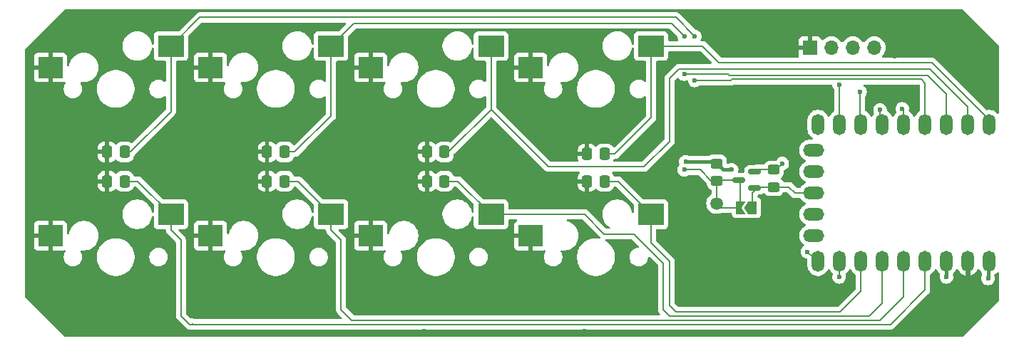
<source format=gbr>
%TF.GenerationSoftware,KiCad,Pcbnew,8.0.2*%
%TF.CreationDate,2024-06-01T03:16:02+02:00*%
%TF.ProjectId,Hellboard,48656c6c-626f-4617-9264-2e6b69636164,rev?*%
%TF.SameCoordinates,Original*%
%TF.FileFunction,Copper,L2,Bot*%
%TF.FilePolarity,Positive*%
%FSLAX46Y46*%
G04 Gerber Fmt 4.6, Leading zero omitted, Abs format (unit mm)*
G04 Created by KiCad (PCBNEW 8.0.2) date 2024-06-01 03:16:02*
%MOMM*%
%LPD*%
G01*
G04 APERTURE LIST*
G04 Aperture macros list*
%AMRoundRect*
0 Rectangle with rounded corners*
0 $1 Rounding radius*
0 $2 $3 $4 $5 $6 $7 $8 $9 X,Y pos of 4 corners*
0 Add a 4 corners polygon primitive as box body*
4,1,4,$2,$3,$4,$5,$6,$7,$8,$9,$2,$3,0*
0 Add four circle primitives for the rounded corners*
1,1,$1+$1,$2,$3*
1,1,$1+$1,$4,$5*
1,1,$1+$1,$6,$7*
1,1,$1+$1,$8,$9*
0 Add four rect primitives between the rounded corners*
20,1,$1+$1,$2,$3,$4,$5,0*
20,1,$1+$1,$4,$5,$6,$7,0*
20,1,$1+$1,$6,$7,$8,$9,0*
20,1,$1+$1,$8,$9,$2,$3,0*%
%AMFreePoly0*
4,1,6,1.000000,0.000000,0.500000,-0.750000,-0.500000,-0.750000,-0.500000,0.750000,0.500000,0.750000,1.000000,0.000000,1.000000,0.000000,$1*%
%AMFreePoly1*
4,1,6,0.500000,-0.750000,-0.650000,-0.750000,-0.150000,0.000000,-0.650000,0.750000,0.500000,0.750000,0.500000,-0.750000,0.500000,-0.750000,$1*%
G04 Aperture macros list end*
%TA.AperFunction,SMDPad,CuDef*%
%ADD10R,3.085000X2.500000*%
%TD*%
%TA.AperFunction,SMDPad,CuDef*%
%ADD11R,2.915000X2.500000*%
%TD*%
%TA.AperFunction,ComponentPad*%
%ADD12R,1.700000X1.700000*%
%TD*%
%TA.AperFunction,ComponentPad*%
%ADD13O,1.700000X1.700000*%
%TD*%
%TA.AperFunction,SMDPad,CuDef*%
%ADD14FreePoly0,180.000000*%
%TD*%
%TA.AperFunction,SMDPad,CuDef*%
%ADD15FreePoly1,180.000000*%
%TD*%
%TA.AperFunction,SMDPad,CuDef*%
%ADD16RoundRect,0.250000X-0.337500X-0.475000X0.337500X-0.475000X0.337500X0.475000X-0.337500X0.475000X0*%
%TD*%
%TA.AperFunction,SMDPad,CuDef*%
%ADD17C,1.500000*%
%TD*%
%TA.AperFunction,SMDPad,CuDef*%
%ADD18O,1.500000X2.500000*%
%TD*%
%TA.AperFunction,SMDPad,CuDef*%
%ADD19O,2.500000X1.500000*%
%TD*%
%TA.AperFunction,SMDPad,CuDef*%
%ADD20RoundRect,0.250000X-0.450000X0.325000X-0.450000X-0.325000X0.450000X-0.325000X0.450000X0.325000X0*%
%TD*%
%TA.AperFunction,SMDPad,CuDef*%
%ADD21RoundRect,0.150000X0.587500X0.150000X-0.587500X0.150000X-0.587500X-0.150000X0.587500X-0.150000X0*%
%TD*%
%TA.AperFunction,ViaPad*%
%ADD22C,0.600000*%
%TD*%
%TA.AperFunction,Conductor*%
%ADD23C,0.400000*%
%TD*%
%TA.AperFunction,Conductor*%
%ADD24C,0.200000*%
%TD*%
%TA.AperFunction,Conductor*%
%ADD25C,0.500000*%
%TD*%
G04 APERTURE END LIST*
D10*
%TO.P,D6,1,SW1*%
%TO.N,SW_2_3*%
X79807500Y-66920000D03*
D11*
%TO.P,D6,2,SW2*%
%TO.N,GND*%
X65507500Y-69460000D03*
%TD*%
D10*
%TO.P,D8,1,SW1*%
%TO.N,SW_2_1*%
X117807500Y-66920000D03*
D11*
%TO.P,D8,2,SW2*%
%TO.N,GND*%
X103507500Y-69460000D03*
%TD*%
D10*
%TO.P,D1,1,SW1*%
%TO.N,SW_1_1*%
X117807500Y-46920000D03*
D11*
%TO.P,D1,2,SW2*%
%TO.N,GND*%
X103507500Y-49460000D03*
%TD*%
D12*
%TO.P,J1,1,GND*%
%TO.N,GND*%
X136700000Y-47100000D03*
D13*
%TO.P,J1,2,VCC*%
%TO.N,+3.3V*%
X139240000Y-47100000D03*
%TO.P,J1,3,SCL*%
%TO.N,OLED_SCL*%
X141780000Y-47100000D03*
%TO.P,J1,4,SDA*%
%TO.N,OLED_SDA*%
X144320000Y-47100000D03*
%TD*%
D10*
%TO.P,D2,1,SW1*%
%TO.N,SW_1_2*%
X98807500Y-46920000D03*
D11*
%TO.P,D2,2,SW2*%
%TO.N,GND*%
X84507500Y-49460000D03*
%TD*%
D10*
%TO.P,D3,1,SW1*%
%TO.N,SW_1_3*%
X79807500Y-46920000D03*
D11*
%TO.P,D3,2,SW2*%
%TO.N,GND*%
X65507500Y-49460000D03*
%TD*%
D10*
%TO.P,D7,1,SW1*%
%TO.N,SW_2_2*%
X98807500Y-66920000D03*
D11*
%TO.P,D7,2,SW2*%
%TO.N,GND*%
X84507500Y-69460000D03*
%TD*%
D10*
%TO.P,D4,1,SW1*%
%TO.N,SW_1_4*%
X60807500Y-46920000D03*
D11*
%TO.P,D4,2,SW2*%
%TO.N,GND*%
X46507500Y-49460000D03*
%TD*%
D10*
%TO.P,D5,1,SW1*%
%TO.N,SW_2_4*%
X60807500Y-66920000D03*
D11*
%TO.P,D5,2,SW2*%
%TO.N,GND*%
X46507500Y-69460000D03*
%TD*%
D14*
%TO.P,JP1,1,A*%
%TO.N,LED_DIN*%
X129855000Y-66120000D03*
D15*
%TO.P,JP1,2,B*%
%TO.N,Net-(D1-DIN)*%
X128405000Y-66120000D03*
%TD*%
D16*
%TO.P,C5,1*%
%TO.N,GND*%
X110212500Y-63000000D03*
%TO.P,C5,2*%
%TO.N,SW_2_1*%
X112287500Y-63000000D03*
%TD*%
%TO.P,C8,1*%
%TO.N,GND*%
X53212500Y-63000000D03*
%TO.P,C8,2*%
%TO.N,SW_2_4*%
X55287500Y-63000000D03*
%TD*%
D17*
%TO.P,TP1,1,1*%
%TO.N,Net-(D1-DIN)*%
X125605000Y-65620000D03*
%TD*%
D18*
%TO.P,U1,1,0*%
%TO.N,SW_1_1*%
X157950000Y-56250000D03*
%TO.P,U1,2,1*%
%TO.N,SW_1_2*%
X155410000Y-56250000D03*
%TO.P,U1,3,2*%
%TO.N,SW_1_3*%
X152870000Y-56250000D03*
%TO.P,U1,4,3*%
%TO.N,SW_1_4*%
X150330000Y-56250000D03*
%TO.P,U1,5,4*%
%TO.N,EEPROM_MISO*%
X147790000Y-56250000D03*
%TO.P,U1,6,5*%
%TO.N,EEPROM_CS*%
X145250000Y-56250000D03*
%TO.P,U1,7,6*%
%TO.N,EEPROM_SCK*%
X142710000Y-56250000D03*
%TO.P,U1,8,7*%
%TO.N,EEPROM_MOSI*%
X140170000Y-56250000D03*
%TO.P,U1,9,8*%
%TO.N,unconnected-(U1-8-Pad9)*%
X137630000Y-56250000D03*
D19*
%TO.P,U1,10,9*%
%TO.N,unconnected-(U1-9-Pad10)*%
X137130000Y-59290000D03*
%TO.P,U1,11,10*%
%TO.N,unconnected-(U1-10-Pad11)*%
X137130000Y-61830000D03*
%TO.P,U1,12,11*%
%TO.N,LED_DIN*%
X137130000Y-64370000D03*
%TO.P,U1,13,12*%
%TO.N,unconnected-(U1-12-Pad13)*%
X137130000Y-66910000D03*
%TO.P,U1,14,13*%
%TO.N,unconnected-(U1-13-Pad14)*%
X137130000Y-69450000D03*
D18*
%TO.P,U1,15,14*%
%TO.N,OLED_SDA*%
X137630000Y-72490000D03*
%TO.P,U1,16,15*%
%TO.N,OLED_SCL*%
X140170000Y-72490000D03*
%TO.P,U1,17,26*%
%TO.N,SW_2_1*%
X142710000Y-72490000D03*
%TO.P,U1,18,27*%
%TO.N,SW_2_2*%
X145250000Y-72490000D03*
%TO.P,U1,19,28*%
%TO.N,SW_2_3*%
X147790000Y-72490000D03*
%TO.P,U1,20,29*%
%TO.N,SW_2_4*%
X150330000Y-72490000D03*
%TO.P,U1,21,3V3*%
%TO.N,+3.3V*%
X152870000Y-72490000D03*
%TO.P,U1,22,GND*%
%TO.N,GND*%
X155410000Y-72490000D03*
%TO.P,U1,23,5V*%
%TO.N,+5V*%
X157950000Y-72490000D03*
%TD*%
D20*
%TO.P,R1,1*%
%TO.N,+5V*%
X125605000Y-60870000D03*
%TO.P,R1,2*%
%TO.N,Net-(D1-DIN)*%
X125605000Y-62920000D03*
%TD*%
D16*
%TO.P,C1,1*%
%TO.N,GND*%
X110212500Y-59750000D03*
%TO.P,C1,2*%
%TO.N,SW_1_1*%
X112287500Y-59750000D03*
%TD*%
D21*
%TO.P,Q1,1,G*%
%TO.N,+3.3V*%
X130105000Y-61870000D03*
%TO.P,Q1,2,S*%
%TO.N,LED_DIN*%
X130105000Y-63770000D03*
%TO.P,Q1,3,D*%
%TO.N,Net-(D1-DIN)*%
X128230000Y-62820000D03*
%TD*%
D20*
%TO.P,R2,1*%
%TO.N,+3.3V*%
X132355000Y-61620000D03*
%TO.P,R2,2*%
%TO.N,LED_DIN*%
X132355000Y-63670000D03*
%TD*%
D16*
%TO.P,C3,1*%
%TO.N,GND*%
X72212500Y-59500000D03*
%TO.P,C3,2*%
%TO.N,SW_1_3*%
X74287500Y-59500000D03*
%TD*%
%TO.P,C6,1*%
%TO.N,GND*%
X91212500Y-63000000D03*
%TO.P,C6,2*%
%TO.N,SW_2_2*%
X93287500Y-63000000D03*
%TD*%
%TO.P,C2,1*%
%TO.N,GND*%
X91212500Y-59500000D03*
%TO.P,C2,2*%
%TO.N,SW_1_2*%
X93287500Y-59500000D03*
%TD*%
%TO.P,C4,1*%
%TO.N,GND*%
X53212500Y-59500000D03*
%TO.P,C4,2*%
%TO.N,SW_1_4*%
X55287500Y-59500000D03*
%TD*%
%TO.P,C7,1*%
%TO.N,GND*%
X72212500Y-63000000D03*
%TO.P,C7,2*%
%TO.N,SW_2_3*%
X74287500Y-63000000D03*
%TD*%
D22*
%TO.N,+5V*%
X127380000Y-61620000D03*
X157814313Y-74554313D03*
X121920000Y-60660000D03*
%TO.N,OLED_SDA*%
X136380000Y-71370000D03*
%TO.N,OLED_SCL*%
X140130000Y-74370000D03*
%TO.N,EEPROM_CS*%
X144989400Y-54510600D03*
%TO.N,EEPROM_SCK*%
X142630000Y-52370000D03*
%TO.N,GND*%
X87200000Y-78000000D03*
X58100000Y-79100000D03*
X96600000Y-78600000D03*
X111400000Y-66000000D03*
X63500000Y-74250000D03*
X91400000Y-66000000D03*
X133000000Y-65400000D03*
X130800000Y-68200000D03*
X44700000Y-61400000D03*
X106700000Y-78300000D03*
X146800000Y-48100000D03*
X44200000Y-47500000D03*
X72200000Y-65900000D03*
X110200000Y-46600000D03*
X90900000Y-80800000D03*
X108250000Y-58750000D03*
X48500000Y-43400000D03*
X144300000Y-53000000D03*
X129500000Y-77300000D03*
X72100000Y-46400000D03*
X44200000Y-76600000D03*
X100100000Y-59500000D03*
X122700000Y-43200000D03*
X68400000Y-78100000D03*
X119100000Y-56500000D03*
X63900000Y-65100000D03*
X91000000Y-46600000D03*
X134600000Y-76200000D03*
X127200000Y-52500000D03*
X158400000Y-53900000D03*
X151200000Y-47800000D03*
X157900000Y-47400000D03*
X155500000Y-74500000D03*
X116400000Y-63300000D03*
X146900000Y-51900000D03*
X51000000Y-58750000D03*
X50400000Y-60900000D03*
X82600000Y-53700000D03*
X101700000Y-65400000D03*
X141500000Y-74400000D03*
X48500000Y-80900000D03*
X109900000Y-80800000D03*
X154100000Y-43600000D03*
X125900000Y-77600000D03*
X53000000Y-65900000D03*
X77700000Y-78800000D03*
X121700000Y-58700000D03*
X149100000Y-54100000D03*
X121200000Y-77400000D03*
X89250000Y-58750000D03*
X101700000Y-53500000D03*
X53200000Y-46500000D03*
X140500000Y-45300000D03*
X101750000Y-74000000D03*
X49500000Y-74500000D03*
X123100000Y-63500000D03*
X70000000Y-58750000D03*
X82600000Y-61500000D03*
X71900000Y-80900000D03*
X138000000Y-77500000D03*
X63300000Y-53800000D03*
X128300000Y-60600000D03*
X126600000Y-47500000D03*
X138100000Y-53300000D03*
X120600000Y-48000000D03*
X82750000Y-74000000D03*
X124300000Y-48700000D03*
%TO.N,+3.3V*%
X133380000Y-60870000D03*
X152880000Y-74370000D03*
%TO.N,EEPROM_MISO*%
X147630000Y-54370000D03*
%TO.N,EEPROM_MOSI*%
X140130000Y-51470000D03*
%TO.N,SW_1_3*%
X121750000Y-45750000D03*
X121750000Y-50250000D03*
%TO.N,SW_1_4*%
X123000000Y-51000000D03*
X123000000Y-45750000D03*
%TO.N,Net-(D1-DIN)*%
X121750000Y-61620000D03*
%TD*%
D23*
%TO.N,+5V*%
X125395000Y-60660000D02*
X125605000Y-60870000D01*
X157814313Y-74554313D02*
X157814313Y-72125687D01*
D24*
X157950000Y-71990000D02*
X157950000Y-73050000D01*
D23*
X121920000Y-60660000D02*
X125395000Y-60660000D01*
X127380000Y-61620000D02*
X126355000Y-61620000D01*
X126355000Y-61620000D02*
X125605000Y-60870000D01*
X157814313Y-72125687D02*
X157950000Y-71990000D01*
D24*
X157950000Y-73050000D02*
X157880000Y-73120000D01*
%TO.N,OLED_SDA*%
X137000000Y-71990000D02*
X136380000Y-71370000D01*
X137630000Y-71990000D02*
X137000000Y-71990000D01*
%TO.N,OLED_SCL*%
X140170000Y-74330000D02*
X140130000Y-74370000D01*
X140170000Y-71990000D02*
X140170000Y-74330000D01*
%TO.N,EEPROM_CS*%
X144989400Y-56489400D02*
X145250000Y-56750000D01*
X144989400Y-54510600D02*
X144989400Y-56489400D01*
%TO.N,EEPROM_SCK*%
X142710000Y-56750000D02*
X142630000Y-56670000D01*
X142630000Y-56670000D02*
X142630000Y-52370000D01*
%TO.N,GND*%
X46507500Y-57007500D02*
X48250000Y-58750000D01*
X46507500Y-72507500D02*
X48500000Y-74500000D01*
X91212500Y-61500000D02*
X91212500Y-63000000D01*
X67000000Y-58750000D02*
X70000000Y-58750000D01*
X72212500Y-63000000D02*
X72212500Y-59500000D01*
X46507500Y-69460000D02*
X46507500Y-65742500D01*
X103507500Y-56757500D02*
X105500000Y-58750000D01*
X49250000Y-63000000D02*
X53212500Y-63000000D01*
X68750000Y-63000000D02*
X72212500Y-63000000D01*
X84507500Y-65742500D02*
X87250000Y-63000000D01*
X65507500Y-72242500D02*
X63500000Y-74250000D01*
X109250000Y-59750000D02*
X108250000Y-58750000D01*
X103507500Y-49460000D02*
X103507500Y-56757500D01*
X65507500Y-57257500D02*
X67000000Y-58750000D01*
X90000000Y-59500000D02*
X89250000Y-58750000D01*
X110212500Y-59750000D02*
X109250000Y-59750000D01*
X65507500Y-49460000D02*
X65507500Y-57257500D01*
X46507500Y-65742500D02*
X49250000Y-63000000D01*
X48250000Y-58750000D02*
X51000000Y-58750000D01*
X84507500Y-69460000D02*
X84507500Y-65742500D01*
X98350000Y-64600000D02*
X110200000Y-64600000D01*
X48500000Y-74500000D02*
X49500000Y-74500000D01*
X65507500Y-66242500D02*
X68750000Y-63000000D01*
X91212500Y-59500000D02*
X91212500Y-61500000D01*
X103507500Y-69460000D02*
X103507500Y-72242500D01*
X72462500Y-59500000D02*
X70750000Y-59500000D01*
X46507500Y-49460000D02*
X46507500Y-57007500D01*
X65507500Y-69460000D02*
X65507500Y-72242500D01*
X103507500Y-72242500D02*
X101750000Y-74000000D01*
X95250000Y-61500000D02*
X98350000Y-64600000D01*
X91212500Y-61500000D02*
X95250000Y-61500000D01*
X84507500Y-69460000D02*
X84507500Y-72242500D01*
X110212500Y-64587500D02*
X110212500Y-63000000D01*
X155410000Y-71990000D02*
X155500000Y-72080000D01*
X87000000Y-58750000D02*
X89250000Y-58750000D01*
X110200000Y-64600000D02*
X110212500Y-64587500D01*
X84507500Y-49460000D02*
X84507500Y-56257500D01*
X53212500Y-59500000D02*
X51750000Y-59500000D01*
X91212500Y-59500000D02*
X90000000Y-59500000D01*
X51750000Y-59500000D02*
X51000000Y-58750000D01*
X70750000Y-59500000D02*
X70000000Y-58750000D01*
X105500000Y-58750000D02*
X108250000Y-58750000D01*
D25*
X155500000Y-72080000D02*
X155500000Y-74500000D01*
D24*
X84507500Y-56257500D02*
X87000000Y-58750000D01*
X46507500Y-69460000D02*
X46507500Y-72507500D01*
X53212500Y-63000000D02*
X53212500Y-59500000D01*
X87250000Y-63000000D02*
X91212500Y-63000000D01*
X65507500Y-69460000D02*
X65507500Y-66242500D01*
X84507500Y-72242500D02*
X82750000Y-74000000D01*
%TO.N,LED_DIN*%
X130105000Y-64095000D02*
X129855000Y-64345000D01*
X132355000Y-63670000D02*
X130205000Y-63670000D01*
X132355000Y-63670000D02*
X134180000Y-63670000D01*
X134180000Y-63670000D02*
X134880000Y-64370000D01*
X130205000Y-63670000D02*
X130105000Y-63770000D01*
X130105000Y-63770000D02*
X130105000Y-64095000D01*
X129855000Y-64345000D02*
X129855000Y-66120000D01*
X134880000Y-64370000D02*
X137630000Y-64370000D01*
%TO.N,+3.3V*%
X132630000Y-61620000D02*
X133380000Y-60870000D01*
X132355000Y-61620000D02*
X130355000Y-61620000D01*
X132355000Y-61620000D02*
X132630000Y-61620000D01*
X130355000Y-61620000D02*
X130105000Y-61870000D01*
D23*
X152880000Y-74370000D02*
X152880000Y-72000000D01*
X152880000Y-72000000D02*
X152870000Y-71990000D01*
D24*
%TO.N,EEPROM_MISO*%
X147790000Y-54530000D02*
X147790000Y-56750000D01*
X147630000Y-54370000D02*
X147790000Y-54530000D01*
%TO.N,EEPROM_MOSI*%
X140130000Y-56710000D02*
X140170000Y-56750000D01*
X140130000Y-51470000D02*
X140130000Y-56710000D01*
%TO.N,SW_1_1*%
X117807500Y-55442500D02*
X117807500Y-46920000D01*
X157950000Y-55690000D02*
X157950000Y-56750000D01*
X151130000Y-48870000D02*
X157950000Y-55690000D01*
X157880000Y-56680000D02*
X157950000Y-56750000D01*
X113500000Y-59750000D02*
X117807500Y-55442500D01*
X123930000Y-46920000D02*
X125880000Y-48870000D01*
X151130000Y-48870000D02*
X125880000Y-48870000D01*
X112287500Y-59750000D02*
X113500000Y-59750000D01*
X117807500Y-46920000D02*
X123930000Y-46920000D01*
%TO.N,SW_1_2*%
X93287500Y-59500000D02*
X93750000Y-59500000D01*
X93750000Y-59500000D02*
X98807500Y-54442500D01*
X121130000Y-49620000D02*
X150880000Y-49620000D01*
X150880000Y-49620000D02*
X155410000Y-54150000D01*
X105615000Y-61250000D02*
X117000000Y-61250000D01*
X155410000Y-54150000D02*
X155410000Y-56750000D01*
X98807500Y-54442500D02*
X98807500Y-46920000D01*
X120000000Y-50750000D02*
X121130000Y-49620000D01*
X98807500Y-54442500D02*
X105615000Y-61250000D01*
X120000000Y-58250000D02*
X120000000Y-50750000D01*
X117000000Y-61250000D02*
X120000000Y-58250000D01*
%TO.N,SW_1_3*%
X152870000Y-52610000D02*
X152870000Y-56750000D01*
X121750000Y-50250000D02*
X127000000Y-50250000D01*
X82477500Y-44250000D02*
X119250000Y-44250000D01*
X82250000Y-44477500D02*
X82477500Y-44250000D01*
X127000000Y-50250000D02*
X127120000Y-50370000D01*
X150630000Y-50370000D02*
X152870000Y-52610000D01*
X127120000Y-50370000D02*
X150630000Y-50370000D01*
X74537500Y-59500000D02*
X75500000Y-59500000D01*
X79807500Y-55192500D02*
X79807500Y-46920000D01*
X75500000Y-59500000D02*
X79807500Y-55192500D01*
X119250000Y-44250000D02*
X120250000Y-44250000D01*
X79807500Y-46920000D02*
X82250000Y-44477500D01*
X120250000Y-44250000D02*
X121750000Y-45750000D01*
X127064315Y-50370000D02*
X127120000Y-50370000D01*
%TO.N,SW_1_4*%
X119250000Y-43500000D02*
X120750000Y-43500000D01*
X60807500Y-46920000D02*
X64227500Y-43500000D01*
X149880000Y-50870000D02*
X150330000Y-51320000D01*
X127380000Y-50870000D02*
X149880000Y-50870000D01*
X64227500Y-43500000D02*
X119250000Y-43500000D01*
X150330000Y-51320000D02*
X150330000Y-56750000D01*
X56000000Y-59500000D02*
X60807500Y-54692500D01*
X127250000Y-51000000D02*
X127380000Y-50870000D01*
X123000000Y-51000000D02*
X127250000Y-51000000D01*
X55287500Y-59500000D02*
X56000000Y-59500000D01*
X60807500Y-54692500D02*
X60807500Y-46920000D01*
X120750000Y-43500000D02*
X123000000Y-45750000D01*
%TO.N,SW_2_1*%
X142710000Y-76040000D02*
X142710000Y-71990000D01*
X117807500Y-66920000D02*
X117807500Y-70307500D01*
X140250000Y-78500000D02*
X142710000Y-76040000D01*
X120750000Y-78500000D02*
X140250000Y-78500000D01*
X120000000Y-72500000D02*
X120000000Y-77750000D01*
X113887500Y-63000000D02*
X117807500Y-66920000D01*
X120000000Y-77750000D02*
X120750000Y-78500000D01*
X112287500Y-63000000D02*
X113887500Y-63000000D01*
X117807500Y-70307500D02*
X120000000Y-72500000D01*
%TO.N,SW_2_2*%
X109920000Y-66920000D02*
X112250000Y-69250000D01*
X93287500Y-63000000D02*
X94887500Y-63000000D01*
X115750000Y-69250000D02*
X119250000Y-72750000D01*
X143750000Y-79000000D02*
X145250000Y-77500000D01*
X119250000Y-72750000D02*
X119250000Y-78250000D01*
X94887500Y-63000000D02*
X98807500Y-66920000D01*
X120000000Y-79000000D02*
X143750000Y-79000000D01*
X145250000Y-77500000D02*
X145250000Y-71990000D01*
X112250000Y-69250000D02*
X115750000Y-69250000D01*
X119250000Y-78250000D02*
X120000000Y-79000000D01*
X98807500Y-66920000D02*
X109920000Y-66920000D01*
%TO.N,SW_2_3*%
X147790000Y-76710000D02*
X147790000Y-71990000D01*
X75887500Y-63000000D02*
X79807500Y-66920000D01*
X81000000Y-70000000D02*
X81000000Y-78250000D01*
X82250000Y-79500000D02*
X145000000Y-79500000D01*
X145000000Y-79500000D02*
X147790000Y-76710000D01*
X79807500Y-66920000D02*
X79807500Y-68807500D01*
X79807500Y-68807500D02*
X81000000Y-70000000D01*
X74287500Y-63000000D02*
X75887500Y-63000000D01*
X81000000Y-78250000D02*
X82250000Y-79500000D01*
%TO.N,SW_2_4*%
X146250000Y-80000000D02*
X150330000Y-75920000D01*
X150330000Y-75920000D02*
X150330000Y-71990000D01*
X63450000Y-80000000D02*
X146250000Y-80000000D01*
X56887500Y-63000000D02*
X60807500Y-66920000D01*
X63350000Y-79900000D02*
X63450000Y-80000000D01*
X63000000Y-80000000D02*
X63250000Y-80000000D01*
X60807500Y-66920000D02*
X60807500Y-68807500D01*
X63250000Y-80000000D02*
X63350000Y-79900000D01*
X55287500Y-63000000D02*
X56887500Y-63000000D01*
X60807500Y-68807500D02*
X62000000Y-70000000D01*
X62000000Y-79000000D02*
X63000000Y-80000000D01*
X62000000Y-70000000D02*
X62000000Y-79000000D01*
%TO.N,Net-(D1-DIN)*%
X126105000Y-66120000D02*
X125605000Y-65620000D01*
X125705000Y-62820000D02*
X125605000Y-62920000D01*
X123630000Y-61620000D02*
X121750000Y-61620000D01*
X128405000Y-66120000D02*
X128405000Y-62995000D01*
X124930000Y-62920000D02*
X123630000Y-61620000D01*
X128405000Y-62995000D02*
X128230000Y-62820000D01*
X128230000Y-62820000D02*
X125705000Y-62820000D01*
X125605000Y-65620000D02*
X125605000Y-62920000D01*
X128405000Y-66120000D02*
X126105000Y-66120000D01*
X125605000Y-62920000D02*
X124930000Y-62920000D01*
%TD*%
%TA.AperFunction,Conductor*%
%TO.N,GND*%
G36*
X154808363Y-42520185D02*
G01*
X154829005Y-42536819D01*
X159063181Y-46770995D01*
X159096666Y-46832318D01*
X159099500Y-46858676D01*
X159099500Y-54831664D01*
X159079815Y-54898703D01*
X159027011Y-54944458D01*
X158957853Y-54954402D01*
X158894297Y-54925377D01*
X158887819Y-54919345D01*
X158764648Y-54796174D01*
X158764647Y-54796173D01*
X158764646Y-54796172D01*
X158605405Y-54680476D01*
X158578199Y-54666614D01*
X158430029Y-54591117D01*
X158242826Y-54530290D01*
X158048422Y-54499500D01*
X158048417Y-54499500D01*
X157851583Y-54499500D01*
X157851576Y-54499500D01*
X157704340Y-54522819D01*
X157635047Y-54513864D01*
X157597262Y-54488027D01*
X151617590Y-48508355D01*
X151617588Y-48508352D01*
X151498717Y-48389481D01*
X151498716Y-48389480D01*
X151411904Y-48339360D01*
X151411904Y-48339359D01*
X151411900Y-48339358D01*
X151361785Y-48310423D01*
X151209057Y-48269499D01*
X151050943Y-48269499D01*
X151043347Y-48269499D01*
X151043331Y-48269500D01*
X145359758Y-48269500D01*
X145292719Y-48249815D01*
X145246964Y-48197011D01*
X145237020Y-48127853D01*
X145266045Y-48064297D01*
X145272077Y-48057819D01*
X145272524Y-48057372D01*
X145358495Y-47971401D01*
X145494035Y-47777830D01*
X145593903Y-47563663D01*
X145655063Y-47335408D01*
X145675659Y-47100000D01*
X145655063Y-46864592D01*
X145593903Y-46636337D01*
X145494035Y-46422171D01*
X145488425Y-46414158D01*
X145358494Y-46228597D01*
X145191402Y-46061506D01*
X145191395Y-46061501D01*
X144997834Y-45925967D01*
X144997830Y-45925965D01*
X144926727Y-45892809D01*
X144783663Y-45826097D01*
X144783659Y-45826096D01*
X144783655Y-45826094D01*
X144555413Y-45764938D01*
X144555403Y-45764936D01*
X144320001Y-45744341D01*
X144319999Y-45744341D01*
X144084596Y-45764936D01*
X144084586Y-45764938D01*
X143856344Y-45826094D01*
X143856335Y-45826098D01*
X143642171Y-45925964D01*
X143642169Y-45925965D01*
X143448597Y-46061505D01*
X143281505Y-46228597D01*
X143151575Y-46414158D01*
X143096998Y-46457783D01*
X143027500Y-46464977D01*
X142965145Y-46433454D01*
X142948425Y-46414158D01*
X142818494Y-46228597D01*
X142651402Y-46061506D01*
X142651395Y-46061501D01*
X142457834Y-45925967D01*
X142457830Y-45925965D01*
X142386727Y-45892809D01*
X142243663Y-45826097D01*
X142243659Y-45826096D01*
X142243655Y-45826094D01*
X142015413Y-45764938D01*
X142015403Y-45764936D01*
X141780001Y-45744341D01*
X141779999Y-45744341D01*
X141544596Y-45764936D01*
X141544586Y-45764938D01*
X141316344Y-45826094D01*
X141316335Y-45826098D01*
X141102171Y-45925964D01*
X141102169Y-45925965D01*
X140908597Y-46061505D01*
X140741505Y-46228597D01*
X140611575Y-46414158D01*
X140556998Y-46457783D01*
X140487500Y-46464977D01*
X140425145Y-46433454D01*
X140408425Y-46414158D01*
X140278494Y-46228597D01*
X140111402Y-46061506D01*
X140111395Y-46061501D01*
X139917834Y-45925967D01*
X139917830Y-45925965D01*
X139846727Y-45892809D01*
X139703663Y-45826097D01*
X139703659Y-45826096D01*
X139703655Y-45826094D01*
X139475413Y-45764938D01*
X139475403Y-45764936D01*
X139240001Y-45744341D01*
X139239999Y-45744341D01*
X139004596Y-45764936D01*
X139004586Y-45764938D01*
X138776344Y-45826094D01*
X138776335Y-45826098D01*
X138562171Y-45925964D01*
X138562169Y-45925965D01*
X138368600Y-46061503D01*
X138246284Y-46183819D01*
X138184961Y-46217303D01*
X138115269Y-46212319D01*
X138059336Y-46170447D01*
X138042421Y-46139470D01*
X137993354Y-46007913D01*
X137993350Y-46007906D01*
X137907190Y-45892812D01*
X137907187Y-45892809D01*
X137792093Y-45806649D01*
X137792086Y-45806645D01*
X137657379Y-45756403D01*
X137657372Y-45756401D01*
X137597844Y-45750000D01*
X136950000Y-45750000D01*
X136950000Y-46666988D01*
X136892993Y-46634075D01*
X136765826Y-46600000D01*
X136634174Y-46600000D01*
X136507007Y-46634075D01*
X136450000Y-46666988D01*
X136450000Y-45750000D01*
X135802155Y-45750000D01*
X135742627Y-45756401D01*
X135742620Y-45756403D01*
X135607913Y-45806645D01*
X135607906Y-45806649D01*
X135492812Y-45892809D01*
X135492809Y-45892812D01*
X135406649Y-46007906D01*
X135406645Y-46007913D01*
X135356403Y-46142620D01*
X135356401Y-46142627D01*
X135350000Y-46202155D01*
X135350000Y-46850000D01*
X136266988Y-46850000D01*
X136234075Y-46907007D01*
X136200000Y-47034174D01*
X136200000Y-47165826D01*
X136234075Y-47292993D01*
X136266988Y-47350000D01*
X135350000Y-47350000D01*
X135350000Y-47997844D01*
X135356401Y-48057372D01*
X135356402Y-48057376D01*
X135373108Y-48102166D01*
X135378092Y-48171858D01*
X135344607Y-48233181D01*
X135283284Y-48266666D01*
X135256926Y-48269500D01*
X126180097Y-48269500D01*
X126113058Y-48249815D01*
X126092416Y-48233181D01*
X124417590Y-46558355D01*
X124417588Y-46558352D01*
X124298717Y-46439481D01*
X124298716Y-46439480D01*
X124195374Y-46379816D01*
X124195373Y-46379815D01*
X124161783Y-46360422D01*
X124105881Y-46345443D01*
X124009057Y-46319499D01*
X123850943Y-46319499D01*
X123843347Y-46319499D01*
X123843331Y-46319500D01*
X123811929Y-46319500D01*
X123744890Y-46299815D01*
X123699135Y-46247011D01*
X123689191Y-46177853D01*
X123706936Y-46129527D01*
X123725788Y-46099524D01*
X123739091Y-46061506D01*
X123785368Y-45929255D01*
X123785739Y-45925967D01*
X123805565Y-45750000D01*
X123805565Y-45749996D01*
X123785369Y-45570750D01*
X123785368Y-45570745D01*
X123747104Y-45461392D01*
X123725789Y-45400478D01*
X123629816Y-45247738D01*
X123502262Y-45120184D01*
X123349521Y-45024210D01*
X123179249Y-44964630D01*
X123092331Y-44954837D01*
X123027917Y-44927770D01*
X123018534Y-44919298D01*
X121237590Y-43138355D01*
X121237588Y-43138352D01*
X121118717Y-43019481D01*
X121118716Y-43019480D01*
X121031904Y-42969360D01*
X121031904Y-42969359D01*
X121031900Y-42969358D01*
X120981785Y-42940423D01*
X120829057Y-42899499D01*
X120670943Y-42899499D01*
X120663347Y-42899499D01*
X120663331Y-42899500D01*
X64148440Y-42899500D01*
X64107519Y-42910464D01*
X64107519Y-42910465D01*
X64070251Y-42920451D01*
X63995714Y-42940423D01*
X63995709Y-42940426D01*
X63858790Y-43019475D01*
X63858782Y-43019481D01*
X63746978Y-43131286D01*
X61745082Y-45133181D01*
X61683759Y-45166666D01*
X61657401Y-45169500D01*
X59217129Y-45169500D01*
X59217123Y-45169501D01*
X59157516Y-45175908D01*
X59022671Y-45226202D01*
X59022664Y-45226206D01*
X58907455Y-45312452D01*
X58907452Y-45312455D01*
X58821206Y-45427664D01*
X58821202Y-45427671D01*
X58770908Y-45562517D01*
X58764501Y-45622116D01*
X58764501Y-45622123D01*
X58764500Y-45622135D01*
X58764500Y-46614848D01*
X58744815Y-46681887D01*
X58692011Y-46727642D01*
X58622853Y-46737586D01*
X58559297Y-46708561D01*
X58521523Y-46649783D01*
X58517561Y-46631033D01*
X58517157Y-46627967D01*
X58510548Y-46577762D01*
X58451158Y-46356113D01*
X58377320Y-46177853D01*
X58363349Y-46144123D01*
X58363346Y-46144117D01*
X58363344Y-46144112D01*
X58248611Y-45945388D01*
X58248608Y-45945385D01*
X58248607Y-45945382D01*
X58119860Y-45777598D01*
X58108919Y-45763339D01*
X58108918Y-45763338D01*
X58108911Y-45763330D01*
X57946670Y-45601089D01*
X57946661Y-45601081D01*
X57764617Y-45461392D01*
X57706210Y-45427671D01*
X57565888Y-45346656D01*
X57565876Y-45346650D01*
X57353887Y-45258842D01*
X57312442Y-45247737D01*
X57132238Y-45199452D01*
X57094215Y-45194446D01*
X56904741Y-45169500D01*
X56904734Y-45169500D01*
X56675266Y-45169500D01*
X56675258Y-45169500D01*
X56458715Y-45198009D01*
X56447762Y-45199452D01*
X56354076Y-45224554D01*
X56226112Y-45258842D01*
X56014123Y-45346650D01*
X56014109Y-45346657D01*
X55815382Y-45461392D01*
X55633338Y-45601081D01*
X55471081Y-45763338D01*
X55331392Y-45945382D01*
X55216657Y-46144109D01*
X55216650Y-46144123D01*
X55128842Y-46356112D01*
X55069453Y-46577759D01*
X55069451Y-46577770D01*
X55039500Y-46805258D01*
X55039500Y-47034741D01*
X55048961Y-47106597D01*
X55069452Y-47262238D01*
X55108242Y-47407007D01*
X55128842Y-47483887D01*
X55216650Y-47695876D01*
X55216657Y-47695890D01*
X55331392Y-47894617D01*
X55471081Y-48076661D01*
X55471089Y-48076670D01*
X55633330Y-48238911D01*
X55633338Y-48238918D01*
X55815382Y-48378607D01*
X55815385Y-48378608D01*
X55815388Y-48378611D01*
X56014112Y-48493344D01*
X56014117Y-48493346D01*
X56014123Y-48493349D01*
X56096678Y-48527544D01*
X56226113Y-48581158D01*
X56447762Y-48640548D01*
X56664312Y-48669057D01*
X56675250Y-48670498D01*
X56675266Y-48670500D01*
X56675273Y-48670500D01*
X56904727Y-48670500D01*
X56904734Y-48670500D01*
X57132238Y-48640548D01*
X57353887Y-48581158D01*
X57565888Y-48493344D01*
X57764612Y-48378611D01*
X57946661Y-48238919D01*
X57946665Y-48238914D01*
X57946670Y-48238911D01*
X58108911Y-48076670D01*
X58108914Y-48076665D01*
X58108919Y-48076661D01*
X58248611Y-47894612D01*
X58363344Y-47695888D01*
X58451158Y-47483887D01*
X58510548Y-47262238D01*
X58517561Y-47208964D01*
X58545827Y-47145069D01*
X58604151Y-47106597D01*
X58674016Y-47105765D01*
X58733239Y-47142837D01*
X58763019Y-47206043D01*
X58764500Y-47225150D01*
X58764500Y-48217870D01*
X58764501Y-48217876D01*
X58770908Y-48277483D01*
X58821202Y-48412328D01*
X58821206Y-48412335D01*
X58907452Y-48527544D01*
X58907455Y-48527547D01*
X59022664Y-48613793D01*
X59022671Y-48613797D01*
X59157517Y-48664091D01*
X59157516Y-48664091D01*
X59164444Y-48664835D01*
X59217127Y-48670500D01*
X60083000Y-48670499D01*
X60150039Y-48690183D01*
X60195794Y-48742987D01*
X60207000Y-48794499D01*
X60207000Y-51032408D01*
X60187315Y-51099447D01*
X60134511Y-51145202D01*
X60065353Y-51155146D01*
X60010115Y-51132726D01*
X59907263Y-51058000D01*
X59907262Y-51057999D01*
X59907260Y-51057998D01*
X59846969Y-51027278D01*
X59752791Y-50979291D01*
X59752788Y-50979290D01*
X59587913Y-50925720D01*
X59416687Y-50898600D01*
X59416682Y-50898600D01*
X59243318Y-50898600D01*
X59243313Y-50898600D01*
X59072086Y-50925720D01*
X58907211Y-50979290D01*
X58907208Y-50979291D01*
X58752739Y-51057998D01*
X58672719Y-51116136D01*
X58612486Y-51159899D01*
X58612484Y-51159901D01*
X58612483Y-51159901D01*
X58489901Y-51282483D01*
X58489901Y-51282484D01*
X58489899Y-51282486D01*
X58459231Y-51324697D01*
X58387998Y-51422739D01*
X58309291Y-51577208D01*
X58309290Y-51577211D01*
X58255720Y-51742086D01*
X58228600Y-51913312D01*
X58228600Y-52086687D01*
X58255720Y-52257913D01*
X58309290Y-52422788D01*
X58309291Y-52422791D01*
X58373728Y-52549254D01*
X58387998Y-52577260D01*
X58489899Y-52717514D01*
X58612486Y-52840101D01*
X58752740Y-52942002D01*
X58773171Y-52952412D01*
X58907208Y-53020708D01*
X58907211Y-53020709D01*
X58989648Y-53047494D01*
X59072088Y-53074280D01*
X59151391Y-53086840D01*
X59243313Y-53101400D01*
X59243318Y-53101400D01*
X59416687Y-53101400D01*
X59499695Y-53088252D01*
X59587912Y-53074280D01*
X59752791Y-53020708D01*
X59907260Y-52942002D01*
X60010116Y-52867272D01*
X60075920Y-52843793D01*
X60143974Y-52859618D01*
X60192669Y-52909723D01*
X60207000Y-52967591D01*
X60207000Y-54392402D01*
X60187315Y-54459441D01*
X60170681Y-54480083D01*
X56240186Y-58410577D01*
X56178863Y-58444062D01*
X56109171Y-58439078D01*
X56087414Y-58428437D01*
X55954464Y-58346434D01*
X55944336Y-58340187D01*
X55944331Y-58340185D01*
X55942862Y-58339698D01*
X55777797Y-58285001D01*
X55777795Y-58285000D01*
X55675010Y-58274500D01*
X54899998Y-58274500D01*
X54899980Y-58274501D01*
X54797203Y-58285000D01*
X54797200Y-58285001D01*
X54630668Y-58340185D01*
X54630663Y-58340187D01*
X54481342Y-58432289D01*
X54357288Y-58556343D01*
X54357283Y-58556349D01*
X54355241Y-58559661D01*
X54353247Y-58561453D01*
X54352807Y-58562011D01*
X54352711Y-58561935D01*
X54303291Y-58606383D01*
X54234328Y-58617602D01*
X54170247Y-58589755D01*
X54144168Y-58559656D01*
X54142319Y-58556659D01*
X54142316Y-58556655D01*
X54018345Y-58432684D01*
X53869124Y-58340643D01*
X53869119Y-58340641D01*
X53702697Y-58285494D01*
X53702690Y-58285493D01*
X53599986Y-58275000D01*
X53462500Y-58275000D01*
X53462500Y-60724999D01*
X53599972Y-60724999D01*
X53599986Y-60724998D01*
X53702697Y-60714505D01*
X53869119Y-60659358D01*
X53869124Y-60659356D01*
X54018345Y-60567315D01*
X54142318Y-60443342D01*
X54144165Y-60440348D01*
X54145969Y-60438724D01*
X54146798Y-60437677D01*
X54146976Y-60437818D01*
X54196110Y-60393621D01*
X54265073Y-60382396D01*
X54329156Y-60410236D01*
X54355243Y-60440341D01*
X54357288Y-60443656D01*
X54481344Y-60567712D01*
X54630666Y-60659814D01*
X54797203Y-60714999D01*
X54899991Y-60725500D01*
X55675008Y-60725499D01*
X55675016Y-60725498D01*
X55675019Y-60725498D01*
X55731302Y-60719748D01*
X55777797Y-60714999D01*
X55944334Y-60659814D01*
X56093656Y-60567712D01*
X56217712Y-60443656D01*
X56309814Y-60294334D01*
X56364999Y-60127797D01*
X56375500Y-60025009D01*
X56375500Y-60025004D01*
X56375501Y-60024986D01*
X71125001Y-60024986D01*
X71135494Y-60127697D01*
X71190641Y-60294119D01*
X71190643Y-60294124D01*
X71282684Y-60443345D01*
X71406654Y-60567315D01*
X71555875Y-60659356D01*
X71555880Y-60659358D01*
X71722302Y-60714505D01*
X71722309Y-60714506D01*
X71825019Y-60724999D01*
X71962499Y-60724999D01*
X71962500Y-60724998D01*
X71962500Y-59750000D01*
X71125001Y-59750000D01*
X71125001Y-60024986D01*
X56375501Y-60024986D01*
X56375660Y-60021860D01*
X56375820Y-60021868D01*
X56375821Y-60021867D01*
X56375844Y-60021869D01*
X56376448Y-60021900D01*
X56395162Y-59958093D01*
X56411819Y-59937416D01*
X56490722Y-59858514D01*
X56490729Y-59858504D01*
X57374221Y-58975013D01*
X71125000Y-58975013D01*
X71125000Y-59250000D01*
X71962500Y-59250000D01*
X71962500Y-58275000D01*
X71825027Y-58275000D01*
X71825012Y-58275001D01*
X71722302Y-58285494D01*
X71555880Y-58340641D01*
X71555875Y-58340643D01*
X71406654Y-58432684D01*
X71282684Y-58556654D01*
X71190643Y-58705875D01*
X71190641Y-58705880D01*
X71135494Y-58872302D01*
X71135493Y-58872309D01*
X71125000Y-58975013D01*
X57374221Y-58975013D01*
X61288020Y-55061216D01*
X61367077Y-54924284D01*
X61408001Y-54771557D01*
X61408001Y-54613442D01*
X61408001Y-54605847D01*
X61408000Y-54605829D01*
X61408000Y-50757844D01*
X63550000Y-50757844D01*
X63556401Y-50817372D01*
X63556403Y-50817379D01*
X63606645Y-50952086D01*
X63606649Y-50952093D01*
X63692809Y-51067187D01*
X63692812Y-51067190D01*
X63807906Y-51153350D01*
X63807913Y-51153354D01*
X63942620Y-51203596D01*
X63942627Y-51203598D01*
X64002155Y-51209999D01*
X64002172Y-51210000D01*
X65257500Y-51210000D01*
X65257500Y-49710000D01*
X63550000Y-49710000D01*
X63550000Y-50757844D01*
X61408000Y-50757844D01*
X61408000Y-48794499D01*
X61427685Y-48727460D01*
X61480489Y-48681705D01*
X61532000Y-48670499D01*
X62397871Y-48670499D01*
X62397872Y-48670499D01*
X62457483Y-48664091D01*
X62592331Y-48613796D01*
X62707546Y-48527546D01*
X62793796Y-48412331D01*
X62844091Y-48277483D01*
X62850500Y-48217873D01*
X62850500Y-48162155D01*
X63550000Y-48162155D01*
X63550000Y-49210000D01*
X65257500Y-49210000D01*
X65257500Y-47710000D01*
X65757500Y-47710000D01*
X65757500Y-51210000D01*
X67012828Y-51210000D01*
X67012844Y-51209999D01*
X67072372Y-51203598D01*
X67072383Y-51203595D01*
X67118768Y-51186295D01*
X67188459Y-51181310D01*
X67249783Y-51214794D01*
X67283268Y-51276117D01*
X67278284Y-51345809D01*
X67262420Y-51375361D01*
X67228000Y-51422736D01*
X67149291Y-51577208D01*
X67149290Y-51577211D01*
X67095720Y-51742086D01*
X67068600Y-51913312D01*
X67068600Y-52086687D01*
X67095720Y-52257913D01*
X67149290Y-52422788D01*
X67149291Y-52422791D01*
X67213728Y-52549254D01*
X67227998Y-52577260D01*
X67329899Y-52717514D01*
X67452486Y-52840101D01*
X67592740Y-52942002D01*
X67613171Y-52952412D01*
X67747208Y-53020708D01*
X67747211Y-53020709D01*
X67829648Y-53047494D01*
X67912088Y-53074280D01*
X67991391Y-53086840D01*
X68083313Y-53101400D01*
X68083318Y-53101400D01*
X68256687Y-53101400D01*
X68339695Y-53088252D01*
X68427912Y-53074280D01*
X68592791Y-53020708D01*
X68747260Y-52942002D01*
X68887514Y-52840101D01*
X69010101Y-52717514D01*
X69112002Y-52577260D01*
X69190708Y-52422791D01*
X69244280Y-52257912D01*
X69261831Y-52147099D01*
X69271400Y-52086687D01*
X69271400Y-51913312D01*
X69261831Y-51852900D01*
X71005600Y-51852900D01*
X71005600Y-52147099D01*
X71005601Y-52147116D01*
X71034944Y-52370003D01*
X71044002Y-52438800D01*
X71073598Y-52549255D01*
X71120152Y-52722994D01*
X71232734Y-52994794D01*
X71232742Y-52994810D01*
X71379840Y-53249589D01*
X71379851Y-53249605D01*
X71558948Y-53483009D01*
X71558954Y-53483016D01*
X71766983Y-53691045D01*
X71766990Y-53691051D01*
X71889181Y-53784811D01*
X72000403Y-53870155D01*
X72000410Y-53870159D01*
X72255189Y-54017257D01*
X72255205Y-54017265D01*
X72527005Y-54129847D01*
X72527007Y-54129847D01*
X72527013Y-54129850D01*
X72811200Y-54205998D01*
X73102894Y-54244400D01*
X73102901Y-54244400D01*
X73397099Y-54244400D01*
X73397106Y-54244400D01*
X73688800Y-54205998D01*
X73972987Y-54129850D01*
X74046318Y-54099475D01*
X74244794Y-54017265D01*
X74244797Y-54017263D01*
X74244803Y-54017261D01*
X74499597Y-53870155D01*
X74733011Y-53691050D01*
X74941050Y-53483011D01*
X75120155Y-53249597D01*
X75267261Y-52994803D01*
X75278533Y-52967591D01*
X75379847Y-52722994D01*
X75379846Y-52722994D01*
X75379850Y-52722987D01*
X75455998Y-52438800D01*
X75494400Y-52147106D01*
X75494400Y-51852894D01*
X75455998Y-51561200D01*
X75379850Y-51277013D01*
X75371412Y-51256642D01*
X75267265Y-51005205D01*
X75267257Y-51005189D01*
X75120159Y-50750410D01*
X75120155Y-50750403D01*
X75004380Y-50599522D01*
X74941051Y-50516990D01*
X74941045Y-50516983D01*
X74733016Y-50308954D01*
X74733009Y-50308948D01*
X74499605Y-50129851D01*
X74499603Y-50129849D01*
X74499597Y-50129845D01*
X74499592Y-50129842D01*
X74499589Y-50129840D01*
X74244810Y-49982742D01*
X74244794Y-49982734D01*
X73972994Y-49870152D01*
X73719544Y-49802240D01*
X73688800Y-49794002D01*
X73688799Y-49794001D01*
X73688796Y-49794001D01*
X73397116Y-49755601D01*
X73397111Y-49755600D01*
X73397106Y-49755600D01*
X73102894Y-49755600D01*
X73102888Y-49755600D01*
X73102883Y-49755601D01*
X72811203Y-49794001D01*
X72527005Y-49870152D01*
X72255205Y-49982734D01*
X72255189Y-49982742D01*
X72000410Y-50129840D01*
X72000394Y-50129851D01*
X71766990Y-50308948D01*
X71766983Y-50308954D01*
X71558954Y-50516983D01*
X71558948Y-50516990D01*
X71379851Y-50750394D01*
X71379840Y-50750410D01*
X71232742Y-51005189D01*
X71232734Y-51005205D01*
X71120152Y-51277005D01*
X71044001Y-51561203D01*
X71005601Y-51852883D01*
X71005600Y-51852900D01*
X69261831Y-51852900D01*
X69251135Y-51785368D01*
X69244280Y-51742088D01*
X69193120Y-51584632D01*
X69190709Y-51577211D01*
X69190708Y-51577208D01*
X69112001Y-51422738D01*
X69088580Y-51390503D01*
X69065099Y-51324697D01*
X69080924Y-51256642D01*
X69131029Y-51207947D01*
X69199507Y-51194071D01*
X69205068Y-51194675D01*
X69305874Y-51207947D01*
X69321460Y-51209999D01*
X69325266Y-51210500D01*
X69325273Y-51210500D01*
X69554727Y-51210500D01*
X69554734Y-51210500D01*
X69782238Y-51180548D01*
X70003887Y-51121158D01*
X70215888Y-51033344D01*
X70414612Y-50918611D01*
X70596661Y-50778919D01*
X70596665Y-50778914D01*
X70596670Y-50778911D01*
X70758911Y-50616670D01*
X70758914Y-50616665D01*
X70758919Y-50616661D01*
X70898611Y-50434612D01*
X71013344Y-50235888D01*
X71101158Y-50023887D01*
X71160548Y-49802238D01*
X71190500Y-49574734D01*
X71190500Y-49345266D01*
X71160548Y-49117762D01*
X71101158Y-48896113D01*
X71037731Y-48742987D01*
X71013349Y-48684123D01*
X71013346Y-48684117D01*
X71013344Y-48684112D01*
X70898611Y-48485388D01*
X70898608Y-48485385D01*
X70898607Y-48485382D01*
X70786558Y-48339359D01*
X70758919Y-48303339D01*
X70758918Y-48303338D01*
X70758911Y-48303330D01*
X70596670Y-48141089D01*
X70596661Y-48141081D01*
X70414617Y-48001392D01*
X70215890Y-47886657D01*
X70215876Y-47886650D01*
X70003887Y-47798842D01*
X69782238Y-47739452D01*
X69744215Y-47734446D01*
X69554741Y-47709500D01*
X69554734Y-47709500D01*
X69325266Y-47709500D01*
X69325258Y-47709500D01*
X69108715Y-47738009D01*
X69097762Y-47739452D01*
X69087443Y-47742217D01*
X68876112Y-47798842D01*
X68664123Y-47886650D01*
X68664109Y-47886657D01*
X68465382Y-48001392D01*
X68283338Y-48141081D01*
X68121081Y-48303338D01*
X67981392Y-48485382D01*
X67866657Y-48684109D01*
X67866650Y-48684123D01*
X67778842Y-48896112D01*
X67719453Y-49117759D01*
X67719451Y-49117770D01*
X67711939Y-49174828D01*
X67683672Y-49238724D01*
X67625347Y-49277195D01*
X67555483Y-49278026D01*
X67496260Y-49240954D01*
X67466481Y-49177748D01*
X67465000Y-49158642D01*
X67465000Y-48162172D01*
X67464999Y-48162155D01*
X67458598Y-48102627D01*
X67458596Y-48102620D01*
X67408354Y-47967913D01*
X67408350Y-47967906D01*
X67322190Y-47852812D01*
X67322187Y-47852809D01*
X67207093Y-47766649D01*
X67207086Y-47766645D01*
X67072379Y-47716403D01*
X67072372Y-47716401D01*
X67012844Y-47710000D01*
X65757500Y-47710000D01*
X65257500Y-47710000D01*
X64002155Y-47710000D01*
X63942627Y-47716401D01*
X63942620Y-47716403D01*
X63807913Y-47766645D01*
X63807906Y-47766649D01*
X63692812Y-47852809D01*
X63692809Y-47852812D01*
X63606649Y-47967906D01*
X63606645Y-47967913D01*
X63556403Y-48102620D01*
X63556401Y-48102627D01*
X63550000Y-48162155D01*
X62850500Y-48162155D01*
X62850499Y-45777596D01*
X62870184Y-45710558D01*
X62886818Y-45689916D01*
X64439916Y-44136819D01*
X64501239Y-44103334D01*
X64527597Y-44100500D01*
X81478402Y-44100500D01*
X81545441Y-44120185D01*
X81591196Y-44172989D01*
X81601140Y-44242147D01*
X81572115Y-44305703D01*
X81566083Y-44312181D01*
X80745082Y-45133181D01*
X80683759Y-45166666D01*
X80657401Y-45169500D01*
X78217129Y-45169500D01*
X78217123Y-45169501D01*
X78157516Y-45175908D01*
X78022671Y-45226202D01*
X78022664Y-45226206D01*
X77907455Y-45312452D01*
X77907452Y-45312455D01*
X77821206Y-45427664D01*
X77821202Y-45427671D01*
X77770908Y-45562517D01*
X77764501Y-45622116D01*
X77764501Y-45622123D01*
X77764500Y-45622135D01*
X77764500Y-46614848D01*
X77744815Y-46681887D01*
X77692011Y-46727642D01*
X77622853Y-46737586D01*
X77559297Y-46708561D01*
X77521523Y-46649783D01*
X77517561Y-46631033D01*
X77517157Y-46627967D01*
X77510548Y-46577762D01*
X77451158Y-46356113D01*
X77377320Y-46177853D01*
X77363349Y-46144123D01*
X77363346Y-46144117D01*
X77363344Y-46144112D01*
X77248611Y-45945388D01*
X77248608Y-45945385D01*
X77248607Y-45945382D01*
X77119860Y-45777598D01*
X77108919Y-45763339D01*
X77108918Y-45763338D01*
X77108911Y-45763330D01*
X76946670Y-45601089D01*
X76946661Y-45601081D01*
X76764617Y-45461392D01*
X76706210Y-45427671D01*
X76565888Y-45346656D01*
X76565876Y-45346650D01*
X76353887Y-45258842D01*
X76312442Y-45247737D01*
X76132238Y-45199452D01*
X76094215Y-45194446D01*
X75904741Y-45169500D01*
X75904734Y-45169500D01*
X75675266Y-45169500D01*
X75675258Y-45169500D01*
X75458715Y-45198009D01*
X75447762Y-45199452D01*
X75354076Y-45224554D01*
X75226112Y-45258842D01*
X75014123Y-45346650D01*
X75014109Y-45346657D01*
X74815382Y-45461392D01*
X74633338Y-45601081D01*
X74471081Y-45763338D01*
X74331392Y-45945382D01*
X74216657Y-46144109D01*
X74216650Y-46144123D01*
X74128842Y-46356112D01*
X74069453Y-46577759D01*
X74069451Y-46577770D01*
X74039500Y-46805258D01*
X74039500Y-47034741D01*
X74048961Y-47106597D01*
X74069452Y-47262238D01*
X74108242Y-47407007D01*
X74128842Y-47483887D01*
X74216650Y-47695876D01*
X74216657Y-47695890D01*
X74331392Y-47894617D01*
X74471081Y-48076661D01*
X74471089Y-48076670D01*
X74633330Y-48238911D01*
X74633338Y-48238918D01*
X74815382Y-48378607D01*
X74815385Y-48378608D01*
X74815388Y-48378611D01*
X75014112Y-48493344D01*
X75014117Y-48493346D01*
X75014123Y-48493349D01*
X75096678Y-48527544D01*
X75226113Y-48581158D01*
X75447762Y-48640548D01*
X75664312Y-48669057D01*
X75675250Y-48670498D01*
X75675266Y-48670500D01*
X75675273Y-48670500D01*
X75904727Y-48670500D01*
X75904734Y-48670500D01*
X76132238Y-48640548D01*
X76353887Y-48581158D01*
X76565888Y-48493344D01*
X76764612Y-48378611D01*
X76946661Y-48238919D01*
X76946665Y-48238914D01*
X76946670Y-48238911D01*
X77108911Y-48076670D01*
X77108914Y-48076665D01*
X77108919Y-48076661D01*
X77248611Y-47894612D01*
X77363344Y-47695888D01*
X77451158Y-47483887D01*
X77510548Y-47262238D01*
X77517561Y-47208964D01*
X77545827Y-47145069D01*
X77604151Y-47106597D01*
X77674016Y-47105765D01*
X77733239Y-47142837D01*
X77763019Y-47206043D01*
X77764500Y-47225150D01*
X77764500Y-48217870D01*
X77764501Y-48217876D01*
X77770908Y-48277483D01*
X77821202Y-48412328D01*
X77821206Y-48412335D01*
X77907452Y-48527544D01*
X77907455Y-48527547D01*
X78022664Y-48613793D01*
X78022671Y-48613797D01*
X78157517Y-48664091D01*
X78157516Y-48664091D01*
X78164444Y-48664835D01*
X78217127Y-48670500D01*
X79083000Y-48670499D01*
X79150039Y-48690183D01*
X79195794Y-48742987D01*
X79207000Y-48794499D01*
X79207000Y-51032408D01*
X79187315Y-51099447D01*
X79134511Y-51145202D01*
X79065353Y-51155146D01*
X79010115Y-51132726D01*
X78907263Y-51058000D01*
X78907262Y-51057999D01*
X78907260Y-51057998D01*
X78846969Y-51027278D01*
X78752791Y-50979291D01*
X78752788Y-50979290D01*
X78587913Y-50925720D01*
X78416687Y-50898600D01*
X78416682Y-50898600D01*
X78243318Y-50898600D01*
X78243313Y-50898600D01*
X78072086Y-50925720D01*
X77907211Y-50979290D01*
X77907208Y-50979291D01*
X77752739Y-51057998D01*
X77672719Y-51116136D01*
X77612486Y-51159899D01*
X77612484Y-51159901D01*
X77612483Y-51159901D01*
X77489901Y-51282483D01*
X77489901Y-51282484D01*
X77489899Y-51282486D01*
X77459231Y-51324697D01*
X77387998Y-51422739D01*
X77309291Y-51577208D01*
X77309290Y-51577211D01*
X77255720Y-51742086D01*
X77228600Y-51913312D01*
X77228600Y-52086687D01*
X77255720Y-52257913D01*
X77309290Y-52422788D01*
X77309291Y-52422791D01*
X77373728Y-52549254D01*
X77387998Y-52577260D01*
X77489899Y-52717514D01*
X77612486Y-52840101D01*
X77752740Y-52942002D01*
X77773171Y-52952412D01*
X77907208Y-53020708D01*
X77907211Y-53020709D01*
X77989648Y-53047494D01*
X78072088Y-53074280D01*
X78151391Y-53086840D01*
X78243313Y-53101400D01*
X78243318Y-53101400D01*
X78416687Y-53101400D01*
X78499695Y-53088252D01*
X78587912Y-53074280D01*
X78752791Y-53020708D01*
X78907260Y-52942002D01*
X79010116Y-52867272D01*
X79075920Y-52843793D01*
X79143974Y-52859618D01*
X79192669Y-52909723D01*
X79207000Y-52967591D01*
X79207000Y-54892402D01*
X79187315Y-54959441D01*
X79170681Y-54980083D01*
X75472315Y-58678448D01*
X75410992Y-58711933D01*
X75341300Y-58706949D01*
X75285367Y-58665077D01*
X75279095Y-58655863D01*
X75265976Y-58634594D01*
X75217712Y-58556344D01*
X75093656Y-58432288D01*
X74954464Y-58346434D01*
X74944336Y-58340187D01*
X74944331Y-58340185D01*
X74942862Y-58339698D01*
X74777797Y-58285001D01*
X74777795Y-58285000D01*
X74675010Y-58274500D01*
X73899998Y-58274500D01*
X73899980Y-58274501D01*
X73797203Y-58285000D01*
X73797200Y-58285001D01*
X73630668Y-58340185D01*
X73630663Y-58340187D01*
X73481342Y-58432289D01*
X73357288Y-58556343D01*
X73357283Y-58556349D01*
X73355241Y-58559661D01*
X73353247Y-58561453D01*
X73352807Y-58562011D01*
X73352711Y-58561935D01*
X73303291Y-58606383D01*
X73234328Y-58617602D01*
X73170247Y-58589755D01*
X73144168Y-58559656D01*
X73142319Y-58556659D01*
X73142316Y-58556655D01*
X73018345Y-58432684D01*
X72869124Y-58340643D01*
X72869119Y-58340641D01*
X72702697Y-58285494D01*
X72702690Y-58285493D01*
X72599986Y-58275000D01*
X72462500Y-58275000D01*
X72462500Y-60724999D01*
X72599972Y-60724999D01*
X72599986Y-60724998D01*
X72702697Y-60714505D01*
X72869119Y-60659358D01*
X72869124Y-60659356D01*
X73018345Y-60567315D01*
X73142318Y-60443342D01*
X73144165Y-60440348D01*
X73145969Y-60438724D01*
X73146798Y-60437677D01*
X73146976Y-60437818D01*
X73196110Y-60393621D01*
X73265073Y-60382396D01*
X73329156Y-60410236D01*
X73355243Y-60440341D01*
X73357288Y-60443656D01*
X73481344Y-60567712D01*
X73630666Y-60659814D01*
X73797203Y-60714999D01*
X73899991Y-60725500D01*
X74675008Y-60725499D01*
X74675016Y-60725498D01*
X74675019Y-60725498D01*
X74731302Y-60719748D01*
X74777797Y-60714999D01*
X74944334Y-60659814D01*
X75093656Y-60567712D01*
X75217712Y-60443656D01*
X75309814Y-60294334D01*
X75345879Y-60185496D01*
X75385652Y-60128052D01*
X75450168Y-60101229D01*
X75463585Y-60100501D01*
X75579054Y-60100501D01*
X75579057Y-60100501D01*
X75731785Y-60059577D01*
X75791660Y-60025008D01*
X75791698Y-60024986D01*
X90125001Y-60024986D01*
X90135494Y-60127697D01*
X90190641Y-60294119D01*
X90190643Y-60294124D01*
X90282684Y-60443345D01*
X90406654Y-60567315D01*
X90555875Y-60659356D01*
X90555880Y-60659358D01*
X90722302Y-60714505D01*
X90722309Y-60714506D01*
X90825019Y-60724999D01*
X90962499Y-60724999D01*
X90962500Y-60724998D01*
X90962500Y-59750000D01*
X90125001Y-59750000D01*
X90125001Y-60024986D01*
X75791698Y-60024986D01*
X75868716Y-59980520D01*
X75980520Y-59868716D01*
X75980520Y-59868714D01*
X75990724Y-59858511D01*
X75990728Y-59858506D01*
X76874221Y-58975013D01*
X90125000Y-58975013D01*
X90125000Y-59250000D01*
X90962500Y-59250000D01*
X90962500Y-58275000D01*
X90825027Y-58275000D01*
X90825012Y-58275001D01*
X90722302Y-58285494D01*
X90555880Y-58340641D01*
X90555875Y-58340643D01*
X90406654Y-58432684D01*
X90282684Y-58556654D01*
X90190643Y-58705875D01*
X90190641Y-58705880D01*
X90135494Y-58872302D01*
X90135493Y-58872309D01*
X90125000Y-58975013D01*
X76874221Y-58975013D01*
X80166006Y-55683228D01*
X80166011Y-55683224D01*
X80176214Y-55673020D01*
X80176216Y-55673020D01*
X80288020Y-55561216D01*
X80348088Y-55457174D01*
X80367077Y-55424285D01*
X80408001Y-55271557D01*
X80408001Y-55113443D01*
X80408001Y-55105848D01*
X80408000Y-55105830D01*
X80408000Y-50757844D01*
X82550000Y-50757844D01*
X82556401Y-50817372D01*
X82556403Y-50817379D01*
X82606645Y-50952086D01*
X82606649Y-50952093D01*
X82692809Y-51067187D01*
X82692812Y-51067190D01*
X82807906Y-51153350D01*
X82807913Y-51153354D01*
X82942620Y-51203596D01*
X82942627Y-51203598D01*
X83002155Y-51209999D01*
X83002172Y-51210000D01*
X84257500Y-51210000D01*
X84257500Y-49710000D01*
X82550000Y-49710000D01*
X82550000Y-50757844D01*
X80408000Y-50757844D01*
X80408000Y-48794499D01*
X80427685Y-48727460D01*
X80480489Y-48681705D01*
X80532000Y-48670499D01*
X81397871Y-48670499D01*
X81397872Y-48670499D01*
X81457483Y-48664091D01*
X81592331Y-48613796D01*
X81707546Y-48527546D01*
X81793796Y-48412331D01*
X81844091Y-48277483D01*
X81850500Y-48217873D01*
X81850500Y-48162155D01*
X82550000Y-48162155D01*
X82550000Y-49210000D01*
X84257500Y-49210000D01*
X84257500Y-47710000D01*
X84757500Y-47710000D01*
X84757500Y-51210000D01*
X86012828Y-51210000D01*
X86012844Y-51209999D01*
X86072372Y-51203598D01*
X86072383Y-51203595D01*
X86118768Y-51186295D01*
X86188459Y-51181310D01*
X86249783Y-51214794D01*
X86283268Y-51276117D01*
X86278284Y-51345809D01*
X86262420Y-51375361D01*
X86228000Y-51422736D01*
X86149291Y-51577208D01*
X86149290Y-51577211D01*
X86095720Y-51742086D01*
X86068600Y-51913312D01*
X86068600Y-52086687D01*
X86095720Y-52257913D01*
X86149290Y-52422788D01*
X86149291Y-52422791D01*
X86213728Y-52549254D01*
X86227998Y-52577260D01*
X86329899Y-52717514D01*
X86452486Y-52840101D01*
X86592740Y-52942002D01*
X86613171Y-52952412D01*
X86747208Y-53020708D01*
X86747211Y-53020709D01*
X86829648Y-53047494D01*
X86912088Y-53074280D01*
X86991391Y-53086840D01*
X87083313Y-53101400D01*
X87083318Y-53101400D01*
X87256687Y-53101400D01*
X87339695Y-53088252D01*
X87427912Y-53074280D01*
X87592791Y-53020708D01*
X87747260Y-52942002D01*
X87887514Y-52840101D01*
X88010101Y-52717514D01*
X88112002Y-52577260D01*
X88190708Y-52422791D01*
X88244280Y-52257912D01*
X88261831Y-52147099D01*
X88271400Y-52086687D01*
X88271400Y-51913312D01*
X88261831Y-51852900D01*
X90005600Y-51852900D01*
X90005600Y-52147099D01*
X90005601Y-52147116D01*
X90034944Y-52370003D01*
X90044002Y-52438800D01*
X90073598Y-52549255D01*
X90120152Y-52722994D01*
X90232734Y-52994794D01*
X90232742Y-52994810D01*
X90379840Y-53249589D01*
X90379851Y-53249605D01*
X90558948Y-53483009D01*
X90558954Y-53483016D01*
X90766983Y-53691045D01*
X90766990Y-53691051D01*
X90889181Y-53784811D01*
X91000403Y-53870155D01*
X91000410Y-53870159D01*
X91255189Y-54017257D01*
X91255205Y-54017265D01*
X91527005Y-54129847D01*
X91527007Y-54129847D01*
X91527013Y-54129850D01*
X91811200Y-54205998D01*
X92102894Y-54244400D01*
X92102901Y-54244400D01*
X92397099Y-54244400D01*
X92397106Y-54244400D01*
X92688800Y-54205998D01*
X92972987Y-54129850D01*
X93046318Y-54099475D01*
X93244794Y-54017265D01*
X93244797Y-54017263D01*
X93244803Y-54017261D01*
X93499597Y-53870155D01*
X93733011Y-53691050D01*
X93941050Y-53483011D01*
X94120155Y-53249597D01*
X94267261Y-52994803D01*
X94278533Y-52967591D01*
X94379847Y-52722994D01*
X94379846Y-52722994D01*
X94379850Y-52722987D01*
X94455998Y-52438800D01*
X94494400Y-52147106D01*
X94494400Y-51852894D01*
X94455998Y-51561200D01*
X94379850Y-51277013D01*
X94371412Y-51256642D01*
X94267265Y-51005205D01*
X94267257Y-51005189D01*
X94120159Y-50750410D01*
X94120155Y-50750403D01*
X94004380Y-50599522D01*
X93941051Y-50516990D01*
X93941045Y-50516983D01*
X93733016Y-50308954D01*
X93733009Y-50308948D01*
X93499605Y-50129851D01*
X93499603Y-50129849D01*
X93499597Y-50129845D01*
X93499592Y-50129842D01*
X93499589Y-50129840D01*
X93244810Y-49982742D01*
X93244794Y-49982734D01*
X92972994Y-49870152D01*
X92719544Y-49802240D01*
X92688800Y-49794002D01*
X92688799Y-49794001D01*
X92688796Y-49794001D01*
X92397116Y-49755601D01*
X92397111Y-49755600D01*
X92397106Y-49755600D01*
X92102894Y-49755600D01*
X92102888Y-49755600D01*
X92102883Y-49755601D01*
X91811203Y-49794001D01*
X91527005Y-49870152D01*
X91255205Y-49982734D01*
X91255189Y-49982742D01*
X91000410Y-50129840D01*
X91000394Y-50129851D01*
X90766990Y-50308948D01*
X90766983Y-50308954D01*
X90558954Y-50516983D01*
X90558948Y-50516990D01*
X90379851Y-50750394D01*
X90379840Y-50750410D01*
X90232742Y-51005189D01*
X90232734Y-51005205D01*
X90120152Y-51277005D01*
X90044001Y-51561203D01*
X90005601Y-51852883D01*
X90005600Y-51852900D01*
X88261831Y-51852900D01*
X88251135Y-51785368D01*
X88244280Y-51742088D01*
X88193120Y-51584632D01*
X88190709Y-51577211D01*
X88190708Y-51577208D01*
X88112001Y-51422738D01*
X88088580Y-51390503D01*
X88065099Y-51324697D01*
X88080924Y-51256642D01*
X88131029Y-51207947D01*
X88199507Y-51194071D01*
X88205068Y-51194675D01*
X88305874Y-51207947D01*
X88321460Y-51209999D01*
X88325266Y-51210500D01*
X88325273Y-51210500D01*
X88554727Y-51210500D01*
X88554734Y-51210500D01*
X88782238Y-51180548D01*
X89003887Y-51121158D01*
X89215888Y-51033344D01*
X89414612Y-50918611D01*
X89596661Y-50778919D01*
X89596665Y-50778914D01*
X89596670Y-50778911D01*
X89758911Y-50616670D01*
X89758914Y-50616665D01*
X89758919Y-50616661D01*
X89898611Y-50434612D01*
X90013344Y-50235888D01*
X90101158Y-50023887D01*
X90160548Y-49802238D01*
X90190500Y-49574734D01*
X90190500Y-49345266D01*
X90160548Y-49117762D01*
X90101158Y-48896113D01*
X90037731Y-48742987D01*
X90013349Y-48684123D01*
X90013346Y-48684117D01*
X90013344Y-48684112D01*
X89898611Y-48485388D01*
X89898608Y-48485385D01*
X89898607Y-48485382D01*
X89786558Y-48339359D01*
X89758919Y-48303339D01*
X89758918Y-48303338D01*
X89758911Y-48303330D01*
X89596670Y-48141089D01*
X89596661Y-48141081D01*
X89414617Y-48001392D01*
X89215890Y-47886657D01*
X89215876Y-47886650D01*
X89003887Y-47798842D01*
X88782238Y-47739452D01*
X88744215Y-47734446D01*
X88554741Y-47709500D01*
X88554734Y-47709500D01*
X88325266Y-47709500D01*
X88325258Y-47709500D01*
X88108715Y-47738009D01*
X88097762Y-47739452D01*
X88087443Y-47742217D01*
X87876112Y-47798842D01*
X87664123Y-47886650D01*
X87664109Y-47886657D01*
X87465382Y-48001392D01*
X87283338Y-48141081D01*
X87121081Y-48303338D01*
X86981392Y-48485382D01*
X86866657Y-48684109D01*
X86866650Y-48684123D01*
X86778842Y-48896112D01*
X86719453Y-49117759D01*
X86719451Y-49117770D01*
X86711939Y-49174828D01*
X86683672Y-49238724D01*
X86625347Y-49277195D01*
X86555483Y-49278026D01*
X86496260Y-49240954D01*
X86466481Y-49177748D01*
X86465000Y-49158642D01*
X86465000Y-48162172D01*
X86464999Y-48162155D01*
X86458598Y-48102627D01*
X86458596Y-48102620D01*
X86408354Y-47967913D01*
X86408350Y-47967906D01*
X86322190Y-47852812D01*
X86322187Y-47852809D01*
X86207093Y-47766649D01*
X86207086Y-47766645D01*
X86072379Y-47716403D01*
X86072372Y-47716401D01*
X86012844Y-47710000D01*
X84757500Y-47710000D01*
X84257500Y-47710000D01*
X83002155Y-47710000D01*
X82942627Y-47716401D01*
X82942620Y-47716403D01*
X82807913Y-47766645D01*
X82807906Y-47766649D01*
X82692812Y-47852809D01*
X82692809Y-47852812D01*
X82606649Y-47967906D01*
X82606645Y-47967913D01*
X82556403Y-48102620D01*
X82556401Y-48102627D01*
X82550000Y-48162155D01*
X81850500Y-48162155D01*
X81850499Y-45777597D01*
X81870184Y-45710559D01*
X81886818Y-45689917D01*
X82689917Y-44886819D01*
X82751240Y-44853334D01*
X82777598Y-44850500D01*
X119170943Y-44850500D01*
X119949903Y-44850500D01*
X120016942Y-44870185D01*
X120037584Y-44886819D01*
X120919298Y-45768533D01*
X120952783Y-45829856D01*
X120954837Y-45842330D01*
X120964630Y-45929249D01*
X121024211Y-46099523D01*
X121043064Y-46129527D01*
X121062065Y-46196764D01*
X121041698Y-46263599D01*
X120988430Y-46308814D01*
X120938071Y-46319500D01*
X119974499Y-46319500D01*
X119907460Y-46299815D01*
X119861705Y-46247011D01*
X119850499Y-46195500D01*
X119850499Y-45622129D01*
X119850498Y-45622123D01*
X119850497Y-45622116D01*
X119844976Y-45570750D01*
X119844091Y-45562516D01*
X119793797Y-45427671D01*
X119793793Y-45427664D01*
X119707547Y-45312455D01*
X119707544Y-45312452D01*
X119592335Y-45226206D01*
X119592328Y-45226202D01*
X119457482Y-45175908D01*
X119457483Y-45175908D01*
X119397883Y-45169501D01*
X119397881Y-45169500D01*
X119397873Y-45169500D01*
X119397864Y-45169500D01*
X116217129Y-45169500D01*
X116217123Y-45169501D01*
X116157516Y-45175908D01*
X116022671Y-45226202D01*
X116022664Y-45226206D01*
X115907455Y-45312452D01*
X115907452Y-45312455D01*
X115821206Y-45427664D01*
X115821202Y-45427671D01*
X115770908Y-45562517D01*
X115764501Y-45622116D01*
X115764501Y-45622123D01*
X115764500Y-45622135D01*
X115764500Y-46614848D01*
X115744815Y-46681887D01*
X115692011Y-46727642D01*
X115622853Y-46737586D01*
X115559297Y-46708561D01*
X115521523Y-46649783D01*
X115517561Y-46631033D01*
X115517157Y-46627967D01*
X115510548Y-46577762D01*
X115451158Y-46356113D01*
X115377320Y-46177853D01*
X115363349Y-46144123D01*
X115363346Y-46144117D01*
X115363344Y-46144112D01*
X115248611Y-45945388D01*
X115248608Y-45945385D01*
X115248607Y-45945382D01*
X115119860Y-45777598D01*
X115108919Y-45763339D01*
X115108918Y-45763338D01*
X115108911Y-45763330D01*
X114946670Y-45601089D01*
X114946661Y-45601081D01*
X114764617Y-45461392D01*
X114706210Y-45427671D01*
X114565888Y-45346656D01*
X114565876Y-45346650D01*
X114353887Y-45258842D01*
X114312442Y-45247737D01*
X114132238Y-45199452D01*
X114094215Y-45194446D01*
X113904741Y-45169500D01*
X113904734Y-45169500D01*
X113675266Y-45169500D01*
X113675258Y-45169500D01*
X113458715Y-45198009D01*
X113447762Y-45199452D01*
X113354076Y-45224554D01*
X113226112Y-45258842D01*
X113014123Y-45346650D01*
X113014109Y-45346657D01*
X112815382Y-45461392D01*
X112633338Y-45601081D01*
X112471081Y-45763338D01*
X112331392Y-45945382D01*
X112216657Y-46144109D01*
X112216650Y-46144123D01*
X112128842Y-46356112D01*
X112069453Y-46577759D01*
X112069451Y-46577770D01*
X112039500Y-46805258D01*
X112039500Y-47034741D01*
X112048961Y-47106597D01*
X112069452Y-47262238D01*
X112108242Y-47407007D01*
X112128842Y-47483887D01*
X112216650Y-47695876D01*
X112216657Y-47695890D01*
X112331392Y-47894617D01*
X112471081Y-48076661D01*
X112471089Y-48076670D01*
X112633330Y-48238911D01*
X112633338Y-48238918D01*
X112815382Y-48378607D01*
X112815385Y-48378608D01*
X112815388Y-48378611D01*
X113014112Y-48493344D01*
X113014117Y-48493346D01*
X113014123Y-48493349D01*
X113096678Y-48527544D01*
X113226113Y-48581158D01*
X113447762Y-48640548D01*
X113664312Y-48669057D01*
X113675250Y-48670498D01*
X113675266Y-48670500D01*
X113675273Y-48670500D01*
X113904727Y-48670500D01*
X113904734Y-48670500D01*
X114132238Y-48640548D01*
X114353887Y-48581158D01*
X114565888Y-48493344D01*
X114764612Y-48378611D01*
X114946661Y-48238919D01*
X114946665Y-48238914D01*
X114946670Y-48238911D01*
X115108911Y-48076670D01*
X115108914Y-48076665D01*
X115108919Y-48076661D01*
X115248611Y-47894612D01*
X115363344Y-47695888D01*
X115451158Y-47483887D01*
X115510548Y-47262238D01*
X115517561Y-47208964D01*
X115545827Y-47145069D01*
X115604151Y-47106597D01*
X115674016Y-47105765D01*
X115733239Y-47142837D01*
X115763019Y-47206043D01*
X115764500Y-47225150D01*
X115764500Y-48217870D01*
X115764501Y-48217876D01*
X115770908Y-48277483D01*
X115821202Y-48412328D01*
X115821206Y-48412335D01*
X115907452Y-48527544D01*
X115907455Y-48527547D01*
X116022664Y-48613793D01*
X116022671Y-48613797D01*
X116157517Y-48664091D01*
X116157516Y-48664091D01*
X116164444Y-48664835D01*
X116217127Y-48670500D01*
X117083000Y-48670499D01*
X117150039Y-48690183D01*
X117195794Y-48742987D01*
X117207000Y-48794499D01*
X117207000Y-51032408D01*
X117187315Y-51099447D01*
X117134511Y-51145202D01*
X117065353Y-51155146D01*
X117010115Y-51132726D01*
X116907263Y-51058000D01*
X116907262Y-51057999D01*
X116907260Y-51057998D01*
X116846969Y-51027278D01*
X116752791Y-50979291D01*
X116752788Y-50979290D01*
X116587913Y-50925720D01*
X116416687Y-50898600D01*
X116416682Y-50898600D01*
X116243318Y-50898600D01*
X116243313Y-50898600D01*
X116072086Y-50925720D01*
X115907211Y-50979290D01*
X115907208Y-50979291D01*
X115752739Y-51057998D01*
X115672719Y-51116136D01*
X115612486Y-51159899D01*
X115612484Y-51159901D01*
X115612483Y-51159901D01*
X115489901Y-51282483D01*
X115489901Y-51282484D01*
X115489899Y-51282486D01*
X115459231Y-51324697D01*
X115387998Y-51422739D01*
X115309291Y-51577208D01*
X115309290Y-51577211D01*
X115255720Y-51742086D01*
X115228600Y-51913312D01*
X115228600Y-52086687D01*
X115255720Y-52257913D01*
X115309290Y-52422788D01*
X115309291Y-52422791D01*
X115373728Y-52549254D01*
X115387998Y-52577260D01*
X115489899Y-52717514D01*
X115612486Y-52840101D01*
X115752740Y-52942002D01*
X115773171Y-52952412D01*
X115907208Y-53020708D01*
X115907211Y-53020709D01*
X115989648Y-53047494D01*
X116072088Y-53074280D01*
X116151391Y-53086840D01*
X116243313Y-53101400D01*
X116243318Y-53101400D01*
X116416687Y-53101400D01*
X116499695Y-53088252D01*
X116587912Y-53074280D01*
X116752791Y-53020708D01*
X116907260Y-52942002D01*
X117010116Y-52867272D01*
X117075920Y-52843793D01*
X117143974Y-52859618D01*
X117192669Y-52909723D01*
X117207000Y-52967591D01*
X117207000Y-55142402D01*
X117187315Y-55209441D01*
X117170681Y-55230083D01*
X113472315Y-58928448D01*
X113410992Y-58961933D01*
X113341300Y-58956949D01*
X113285367Y-58915077D01*
X113279095Y-58905863D01*
X113259491Y-58874080D01*
X113217712Y-58806344D01*
X113093656Y-58682288D01*
X112944334Y-58590186D01*
X112777797Y-58535001D01*
X112777795Y-58535000D01*
X112675010Y-58524500D01*
X111899998Y-58524500D01*
X111899980Y-58524501D01*
X111797203Y-58535000D01*
X111797200Y-58535001D01*
X111630668Y-58590185D01*
X111630663Y-58590187D01*
X111481342Y-58682289D01*
X111357288Y-58806343D01*
X111357283Y-58806349D01*
X111355241Y-58809661D01*
X111353247Y-58811453D01*
X111352807Y-58812011D01*
X111352711Y-58811935D01*
X111303291Y-58856383D01*
X111234328Y-58867602D01*
X111170247Y-58839755D01*
X111144168Y-58809656D01*
X111142319Y-58806659D01*
X111142316Y-58806655D01*
X111018345Y-58682684D01*
X110869124Y-58590643D01*
X110869119Y-58590641D01*
X110702697Y-58535494D01*
X110702690Y-58535493D01*
X110599986Y-58525000D01*
X110462500Y-58525000D01*
X110462500Y-59876000D01*
X110442815Y-59943039D01*
X110390011Y-59988794D01*
X110338500Y-60000000D01*
X109125001Y-60000000D01*
X109125001Y-60274986D01*
X109135494Y-60377697D01*
X109171547Y-60486496D01*
X109173949Y-60556324D01*
X109138217Y-60616366D01*
X109075697Y-60647559D01*
X109053841Y-60649500D01*
X105915097Y-60649500D01*
X105848058Y-60629815D01*
X105827416Y-60613181D01*
X104439248Y-59225013D01*
X109125000Y-59225013D01*
X109125000Y-59500000D01*
X109962500Y-59500000D01*
X109962500Y-58525000D01*
X109825027Y-58525000D01*
X109825012Y-58525001D01*
X109722302Y-58535494D01*
X109555880Y-58590641D01*
X109555875Y-58590643D01*
X109406654Y-58682684D01*
X109282684Y-58806654D01*
X109190643Y-58955875D01*
X109190641Y-58955880D01*
X109135494Y-59122302D01*
X109135493Y-59122309D01*
X109125000Y-59225013D01*
X104439248Y-59225013D01*
X99444319Y-54230084D01*
X99410834Y-54168761D01*
X99408000Y-54142403D01*
X99408000Y-50757844D01*
X101550000Y-50757844D01*
X101556401Y-50817372D01*
X101556403Y-50817379D01*
X101606645Y-50952086D01*
X101606649Y-50952093D01*
X101692809Y-51067187D01*
X101692812Y-51067190D01*
X101807906Y-51153350D01*
X101807913Y-51153354D01*
X101942620Y-51203596D01*
X101942627Y-51203598D01*
X102002155Y-51209999D01*
X102002172Y-51210000D01*
X103257500Y-51210000D01*
X103257500Y-49710000D01*
X101550000Y-49710000D01*
X101550000Y-50757844D01*
X99408000Y-50757844D01*
X99408000Y-48794499D01*
X99427685Y-48727460D01*
X99480489Y-48681705D01*
X99532000Y-48670499D01*
X100397871Y-48670499D01*
X100397872Y-48670499D01*
X100457483Y-48664091D01*
X100592331Y-48613796D01*
X100707546Y-48527546D01*
X100793796Y-48412331D01*
X100844091Y-48277483D01*
X100850500Y-48217873D01*
X100850500Y-48162155D01*
X101550000Y-48162155D01*
X101550000Y-49210000D01*
X103257500Y-49210000D01*
X103257500Y-47710000D01*
X103757500Y-47710000D01*
X103757500Y-51210000D01*
X105012828Y-51210000D01*
X105012844Y-51209999D01*
X105072372Y-51203598D01*
X105072383Y-51203595D01*
X105118768Y-51186295D01*
X105188459Y-51181310D01*
X105249783Y-51214794D01*
X105283268Y-51276117D01*
X105278284Y-51345809D01*
X105262420Y-51375361D01*
X105228000Y-51422736D01*
X105149291Y-51577208D01*
X105149290Y-51577211D01*
X105095720Y-51742086D01*
X105068600Y-51913312D01*
X105068600Y-52086687D01*
X105095720Y-52257913D01*
X105149290Y-52422788D01*
X105149291Y-52422791D01*
X105213728Y-52549254D01*
X105227998Y-52577260D01*
X105329899Y-52717514D01*
X105452486Y-52840101D01*
X105592740Y-52942002D01*
X105613171Y-52952412D01*
X105747208Y-53020708D01*
X105747211Y-53020709D01*
X105829648Y-53047494D01*
X105912088Y-53074280D01*
X105991391Y-53086840D01*
X106083313Y-53101400D01*
X106083318Y-53101400D01*
X106256687Y-53101400D01*
X106339695Y-53088252D01*
X106427912Y-53074280D01*
X106592791Y-53020708D01*
X106747260Y-52942002D01*
X106887514Y-52840101D01*
X107010101Y-52717514D01*
X107112002Y-52577260D01*
X107190708Y-52422791D01*
X107244280Y-52257912D01*
X107261831Y-52147099D01*
X107271400Y-52086687D01*
X107271400Y-51913312D01*
X107261831Y-51852900D01*
X109005600Y-51852900D01*
X109005600Y-52147099D01*
X109005601Y-52147116D01*
X109034944Y-52370003D01*
X109044002Y-52438800D01*
X109073598Y-52549255D01*
X109120152Y-52722994D01*
X109232734Y-52994794D01*
X109232742Y-52994810D01*
X109379840Y-53249589D01*
X109379851Y-53249605D01*
X109558948Y-53483009D01*
X109558954Y-53483016D01*
X109766983Y-53691045D01*
X109766990Y-53691051D01*
X109889181Y-53784811D01*
X110000403Y-53870155D01*
X110000410Y-53870159D01*
X110255189Y-54017257D01*
X110255205Y-54017265D01*
X110527005Y-54129847D01*
X110527007Y-54129847D01*
X110527013Y-54129850D01*
X110811200Y-54205998D01*
X111102894Y-54244400D01*
X111102901Y-54244400D01*
X111397099Y-54244400D01*
X111397106Y-54244400D01*
X111688800Y-54205998D01*
X111972987Y-54129850D01*
X112046318Y-54099475D01*
X112244794Y-54017265D01*
X112244797Y-54017263D01*
X112244803Y-54017261D01*
X112499597Y-53870155D01*
X112733011Y-53691050D01*
X112941050Y-53483011D01*
X113120155Y-53249597D01*
X113267261Y-52994803D01*
X113278533Y-52967591D01*
X113379847Y-52722994D01*
X113379846Y-52722994D01*
X113379850Y-52722987D01*
X113455998Y-52438800D01*
X113494400Y-52147106D01*
X113494400Y-51852894D01*
X113455998Y-51561200D01*
X113379850Y-51277013D01*
X113371412Y-51256642D01*
X113267265Y-51005205D01*
X113267257Y-51005189D01*
X113120159Y-50750410D01*
X113120155Y-50750403D01*
X113004380Y-50599522D01*
X112941051Y-50516990D01*
X112941045Y-50516983D01*
X112733016Y-50308954D01*
X112733009Y-50308948D01*
X112499605Y-50129851D01*
X112499603Y-50129849D01*
X112499597Y-50129845D01*
X112499592Y-50129842D01*
X112499589Y-50129840D01*
X112244810Y-49982742D01*
X112244794Y-49982734D01*
X111972994Y-49870152D01*
X111719544Y-49802240D01*
X111688800Y-49794002D01*
X111688799Y-49794001D01*
X111688796Y-49794001D01*
X111397116Y-49755601D01*
X111397111Y-49755600D01*
X111397106Y-49755600D01*
X111102894Y-49755600D01*
X111102888Y-49755600D01*
X111102883Y-49755601D01*
X110811203Y-49794001D01*
X110527005Y-49870152D01*
X110255205Y-49982734D01*
X110255189Y-49982742D01*
X110000410Y-50129840D01*
X110000394Y-50129851D01*
X109766990Y-50308948D01*
X109766983Y-50308954D01*
X109558954Y-50516983D01*
X109558948Y-50516990D01*
X109379851Y-50750394D01*
X109379840Y-50750410D01*
X109232742Y-51005189D01*
X109232734Y-51005205D01*
X109120152Y-51277005D01*
X109044001Y-51561203D01*
X109005601Y-51852883D01*
X109005600Y-51852900D01*
X107261831Y-51852900D01*
X107251135Y-51785368D01*
X107244280Y-51742088D01*
X107193120Y-51584632D01*
X107190709Y-51577211D01*
X107190708Y-51577208D01*
X107112001Y-51422738D01*
X107088580Y-51390503D01*
X107065099Y-51324697D01*
X107080924Y-51256642D01*
X107131029Y-51207947D01*
X107199507Y-51194071D01*
X107205068Y-51194675D01*
X107305874Y-51207947D01*
X107321460Y-51209999D01*
X107325266Y-51210500D01*
X107325273Y-51210500D01*
X107554727Y-51210500D01*
X107554734Y-51210500D01*
X107782238Y-51180548D01*
X108003887Y-51121158D01*
X108215888Y-51033344D01*
X108414612Y-50918611D01*
X108596661Y-50778919D01*
X108596665Y-50778914D01*
X108596670Y-50778911D01*
X108758911Y-50616670D01*
X108758914Y-50616665D01*
X108758919Y-50616661D01*
X108898611Y-50434612D01*
X109013344Y-50235888D01*
X109101158Y-50023887D01*
X109160548Y-49802238D01*
X109190500Y-49574734D01*
X109190500Y-49345266D01*
X109160548Y-49117762D01*
X109101158Y-48896113D01*
X109037731Y-48742987D01*
X109013349Y-48684123D01*
X109013346Y-48684117D01*
X109013344Y-48684112D01*
X108898611Y-48485388D01*
X108898608Y-48485385D01*
X108898607Y-48485382D01*
X108786558Y-48339359D01*
X108758919Y-48303339D01*
X108758918Y-48303338D01*
X108758911Y-48303330D01*
X108596670Y-48141089D01*
X108596661Y-48141081D01*
X108414617Y-48001392D01*
X108215890Y-47886657D01*
X108215876Y-47886650D01*
X108003887Y-47798842D01*
X107782238Y-47739452D01*
X107744215Y-47734446D01*
X107554741Y-47709500D01*
X107554734Y-47709500D01*
X107325266Y-47709500D01*
X107325258Y-47709500D01*
X107108715Y-47738009D01*
X107097762Y-47739452D01*
X107087443Y-47742217D01*
X106876112Y-47798842D01*
X106664123Y-47886650D01*
X106664109Y-47886657D01*
X106465382Y-48001392D01*
X106283338Y-48141081D01*
X106121081Y-48303338D01*
X105981392Y-48485382D01*
X105866657Y-48684109D01*
X105866650Y-48684123D01*
X105778842Y-48896112D01*
X105719453Y-49117759D01*
X105719451Y-49117770D01*
X105711939Y-49174828D01*
X105683672Y-49238724D01*
X105625347Y-49277195D01*
X105555483Y-49278026D01*
X105496260Y-49240954D01*
X105466481Y-49177748D01*
X105465000Y-49158642D01*
X105465000Y-48162172D01*
X105464999Y-48162155D01*
X105458598Y-48102627D01*
X105458596Y-48102620D01*
X105408354Y-47967913D01*
X105408350Y-47967906D01*
X105322190Y-47852812D01*
X105322187Y-47852809D01*
X105207093Y-47766649D01*
X105207086Y-47766645D01*
X105072379Y-47716403D01*
X105072372Y-47716401D01*
X105012844Y-47710000D01*
X103757500Y-47710000D01*
X103257500Y-47710000D01*
X102002155Y-47710000D01*
X101942627Y-47716401D01*
X101942620Y-47716403D01*
X101807913Y-47766645D01*
X101807906Y-47766649D01*
X101692812Y-47852809D01*
X101692809Y-47852812D01*
X101606649Y-47967906D01*
X101606645Y-47967913D01*
X101556403Y-48102620D01*
X101556401Y-48102627D01*
X101550000Y-48162155D01*
X100850500Y-48162155D01*
X100850499Y-45622128D01*
X100844976Y-45570750D01*
X100844091Y-45562516D01*
X100793797Y-45427671D01*
X100793793Y-45427664D01*
X100707547Y-45312455D01*
X100707544Y-45312452D01*
X100592335Y-45226206D01*
X100592328Y-45226202D01*
X100457482Y-45175908D01*
X100457483Y-45175908D01*
X100397883Y-45169501D01*
X100397881Y-45169500D01*
X100397873Y-45169500D01*
X100397864Y-45169500D01*
X97217129Y-45169500D01*
X97217123Y-45169501D01*
X97157516Y-45175908D01*
X97022671Y-45226202D01*
X97022664Y-45226206D01*
X96907455Y-45312452D01*
X96907452Y-45312455D01*
X96821206Y-45427664D01*
X96821202Y-45427671D01*
X96770908Y-45562517D01*
X96764501Y-45622116D01*
X96764501Y-45622123D01*
X96764500Y-45622135D01*
X96764500Y-46614848D01*
X96744815Y-46681887D01*
X96692011Y-46727642D01*
X96622853Y-46737586D01*
X96559297Y-46708561D01*
X96521523Y-46649783D01*
X96517561Y-46631033D01*
X96517157Y-46627967D01*
X96510548Y-46577762D01*
X96451158Y-46356113D01*
X96377320Y-46177853D01*
X96363349Y-46144123D01*
X96363346Y-46144117D01*
X96363344Y-46144112D01*
X96248611Y-45945388D01*
X96248608Y-45945385D01*
X96248607Y-45945382D01*
X96119860Y-45777598D01*
X96108919Y-45763339D01*
X96108918Y-45763338D01*
X96108911Y-45763330D01*
X95946670Y-45601089D01*
X95946661Y-45601081D01*
X95764617Y-45461392D01*
X95706210Y-45427671D01*
X95565888Y-45346656D01*
X95565876Y-45346650D01*
X95353887Y-45258842D01*
X95312442Y-45247737D01*
X95132238Y-45199452D01*
X95094215Y-45194446D01*
X94904741Y-45169500D01*
X94904734Y-45169500D01*
X94675266Y-45169500D01*
X94675258Y-45169500D01*
X94458715Y-45198009D01*
X94447762Y-45199452D01*
X94354076Y-45224554D01*
X94226112Y-45258842D01*
X94014123Y-45346650D01*
X94014109Y-45346657D01*
X93815382Y-45461392D01*
X93633338Y-45601081D01*
X93471081Y-45763338D01*
X93331392Y-45945382D01*
X93216657Y-46144109D01*
X93216650Y-46144123D01*
X93128842Y-46356112D01*
X93069453Y-46577759D01*
X93069451Y-46577770D01*
X93039500Y-46805258D01*
X93039500Y-47034741D01*
X93048961Y-47106597D01*
X93069452Y-47262238D01*
X93108242Y-47407007D01*
X93128842Y-47483887D01*
X93216650Y-47695876D01*
X93216657Y-47695890D01*
X93331392Y-47894617D01*
X93471081Y-48076661D01*
X93471089Y-48076670D01*
X93633330Y-48238911D01*
X93633338Y-48238918D01*
X93815382Y-48378607D01*
X93815385Y-48378608D01*
X93815388Y-48378611D01*
X94014112Y-48493344D01*
X94014117Y-48493346D01*
X94014123Y-48493349D01*
X94096678Y-48527544D01*
X94226113Y-48581158D01*
X94447762Y-48640548D01*
X94664312Y-48669057D01*
X94675250Y-48670498D01*
X94675266Y-48670500D01*
X94675273Y-48670500D01*
X94904727Y-48670500D01*
X94904734Y-48670500D01*
X95132238Y-48640548D01*
X95353887Y-48581158D01*
X95565888Y-48493344D01*
X95764612Y-48378611D01*
X95946661Y-48238919D01*
X95946665Y-48238914D01*
X95946670Y-48238911D01*
X96108911Y-48076670D01*
X96108914Y-48076665D01*
X96108919Y-48076661D01*
X96248611Y-47894612D01*
X96363344Y-47695888D01*
X96451158Y-47483887D01*
X96510548Y-47262238D01*
X96517561Y-47208964D01*
X96545827Y-47145069D01*
X96604151Y-47106597D01*
X96674016Y-47105765D01*
X96733239Y-47142837D01*
X96763019Y-47206043D01*
X96764500Y-47225150D01*
X96764500Y-48217870D01*
X96764501Y-48217876D01*
X96770908Y-48277483D01*
X96821202Y-48412328D01*
X96821206Y-48412335D01*
X96907452Y-48527544D01*
X96907455Y-48527547D01*
X97022664Y-48613793D01*
X97022671Y-48613797D01*
X97157517Y-48664091D01*
X97157516Y-48664091D01*
X97164444Y-48664835D01*
X97217127Y-48670500D01*
X98083000Y-48670499D01*
X98150039Y-48690183D01*
X98195794Y-48742987D01*
X98207000Y-48794499D01*
X98207000Y-51032408D01*
X98187315Y-51099447D01*
X98134511Y-51145202D01*
X98065353Y-51155146D01*
X98010115Y-51132726D01*
X97907263Y-51058000D01*
X97907262Y-51057999D01*
X97907260Y-51057998D01*
X97846969Y-51027278D01*
X97752791Y-50979291D01*
X97752788Y-50979290D01*
X97587913Y-50925720D01*
X97416687Y-50898600D01*
X97416682Y-50898600D01*
X97243318Y-50898600D01*
X97243313Y-50898600D01*
X97072086Y-50925720D01*
X96907211Y-50979290D01*
X96907208Y-50979291D01*
X96752739Y-51057998D01*
X96672719Y-51116136D01*
X96612486Y-51159899D01*
X96612484Y-51159901D01*
X96612483Y-51159901D01*
X96489901Y-51282483D01*
X96489901Y-51282484D01*
X96489899Y-51282486D01*
X96459231Y-51324697D01*
X96387998Y-51422739D01*
X96309291Y-51577208D01*
X96309290Y-51577211D01*
X96255720Y-51742086D01*
X96228600Y-51913312D01*
X96228600Y-52086687D01*
X96255720Y-52257913D01*
X96309290Y-52422788D01*
X96309291Y-52422791D01*
X96373728Y-52549254D01*
X96387998Y-52577260D01*
X96489899Y-52717514D01*
X96612486Y-52840101D01*
X96752740Y-52942002D01*
X96773171Y-52952412D01*
X96907208Y-53020708D01*
X96907211Y-53020709D01*
X96989648Y-53047494D01*
X97072088Y-53074280D01*
X97151391Y-53086840D01*
X97243313Y-53101400D01*
X97243318Y-53101400D01*
X97416687Y-53101400D01*
X97499695Y-53088252D01*
X97587912Y-53074280D01*
X97752791Y-53020708D01*
X97907260Y-52942002D01*
X98010116Y-52867272D01*
X98075920Y-52843793D01*
X98143974Y-52859618D01*
X98192669Y-52909723D01*
X98207000Y-52967591D01*
X98207000Y-54142402D01*
X98187315Y-54209441D01*
X98170681Y-54230083D01*
X94085005Y-58315758D01*
X94023682Y-58349243D01*
X93953990Y-58344259D01*
X93944922Y-58340461D01*
X93944336Y-58340187D01*
X93944334Y-58340186D01*
X93777797Y-58285001D01*
X93777795Y-58285000D01*
X93675010Y-58274500D01*
X92899998Y-58274500D01*
X92899980Y-58274501D01*
X92797203Y-58285000D01*
X92797200Y-58285001D01*
X92630668Y-58340185D01*
X92630663Y-58340187D01*
X92481342Y-58432289D01*
X92357288Y-58556343D01*
X92357283Y-58556349D01*
X92355241Y-58559661D01*
X92353247Y-58561453D01*
X92352807Y-58562011D01*
X92352711Y-58561935D01*
X92303291Y-58606383D01*
X92234328Y-58617602D01*
X92170247Y-58589755D01*
X92144168Y-58559656D01*
X92142319Y-58556659D01*
X92142316Y-58556655D01*
X92018345Y-58432684D01*
X91869124Y-58340643D01*
X91869119Y-58340641D01*
X91702697Y-58285494D01*
X91702690Y-58285493D01*
X91599986Y-58275000D01*
X91462500Y-58275000D01*
X91462500Y-60724999D01*
X91599972Y-60724999D01*
X91599986Y-60724998D01*
X91702697Y-60714505D01*
X91869119Y-60659358D01*
X91869124Y-60659356D01*
X92018345Y-60567315D01*
X92142318Y-60443342D01*
X92144165Y-60440348D01*
X92145969Y-60438724D01*
X92146798Y-60437677D01*
X92146976Y-60437818D01*
X92196110Y-60393621D01*
X92265073Y-60382396D01*
X92329156Y-60410236D01*
X92355243Y-60440341D01*
X92357288Y-60443656D01*
X92481344Y-60567712D01*
X92630666Y-60659814D01*
X92797203Y-60714999D01*
X92899991Y-60725500D01*
X93675008Y-60725499D01*
X93675016Y-60725498D01*
X93675019Y-60725498D01*
X93731302Y-60719748D01*
X93777797Y-60714999D01*
X93944334Y-60659814D01*
X94093656Y-60567712D01*
X94217712Y-60443656D01*
X94309814Y-60294334D01*
X94364999Y-60127797D01*
X94375500Y-60025009D01*
X94375499Y-59775095D01*
X94395183Y-59708057D01*
X94411813Y-59687420D01*
X98719822Y-55379412D01*
X98781141Y-55345930D01*
X98850833Y-55350914D01*
X98895180Y-55379415D01*
X105130139Y-61614374D01*
X105130149Y-61614385D01*
X105134479Y-61618715D01*
X105134480Y-61618716D01*
X105246284Y-61730520D01*
X105322462Y-61774501D01*
X105383215Y-61809577D01*
X105535943Y-61850501D01*
X105535946Y-61850501D01*
X105701653Y-61850501D01*
X105701669Y-61850500D01*
X109189564Y-61850500D01*
X109256603Y-61870185D01*
X109302358Y-61922989D01*
X109312302Y-61992147D01*
X109286832Y-62051409D01*
X109282684Y-62056654D01*
X109190643Y-62205875D01*
X109190641Y-62205880D01*
X109135494Y-62372302D01*
X109135493Y-62372309D01*
X109125000Y-62475013D01*
X109125000Y-62750000D01*
X110338500Y-62750000D01*
X110405539Y-62769685D01*
X110451294Y-62822489D01*
X110462500Y-62874000D01*
X110462500Y-64224999D01*
X110599972Y-64224999D01*
X110599986Y-64224998D01*
X110702697Y-64214505D01*
X110869119Y-64159358D01*
X110869124Y-64159356D01*
X111018345Y-64067315D01*
X111142318Y-63943342D01*
X111144165Y-63940348D01*
X111145969Y-63938724D01*
X111146798Y-63937677D01*
X111146976Y-63937818D01*
X111196110Y-63893621D01*
X111265073Y-63882396D01*
X111329156Y-63910236D01*
X111355243Y-63940341D01*
X111357288Y-63943656D01*
X111481344Y-64067712D01*
X111630666Y-64159814D01*
X111797203Y-64214999D01*
X111899991Y-64225500D01*
X112675008Y-64225499D01*
X112675016Y-64225498D01*
X112675019Y-64225498D01*
X112731302Y-64219748D01*
X112777797Y-64214999D01*
X112944334Y-64159814D01*
X113093656Y-64067712D01*
X113217712Y-63943656D01*
X113309814Y-63794334D01*
X113345879Y-63685494D01*
X113385652Y-63628051D01*
X113450167Y-63601228D01*
X113463585Y-63600500D01*
X113587403Y-63600500D01*
X113654442Y-63620185D01*
X113675084Y-63636819D01*
X115728181Y-65689916D01*
X115761666Y-65751239D01*
X115764500Y-65777597D01*
X115764500Y-66614847D01*
X115744815Y-66681886D01*
X115692011Y-66727641D01*
X115622853Y-66737585D01*
X115559297Y-66708560D01*
X115521523Y-66649782D01*
X115517561Y-66631032D01*
X115515737Y-66617174D01*
X115510548Y-66577762D01*
X115451158Y-66356113D01*
X115363344Y-66144112D01*
X115248611Y-65945388D01*
X115248608Y-65945385D01*
X115248607Y-65945382D01*
X115147764Y-65813962D01*
X115108919Y-65763339D01*
X115108918Y-65763338D01*
X115108911Y-65763330D01*
X114946670Y-65601089D01*
X114946661Y-65601081D01*
X114764617Y-65461392D01*
X114726740Y-65439524D01*
X114661792Y-65402026D01*
X114565890Y-65346657D01*
X114565876Y-65346650D01*
X114353887Y-65258842D01*
X114132238Y-65199452D01*
X114094215Y-65194446D01*
X113904741Y-65169500D01*
X113904734Y-65169500D01*
X113675266Y-65169500D01*
X113675258Y-65169500D01*
X113458715Y-65198009D01*
X113447762Y-65199452D01*
X113354076Y-65224554D01*
X113226112Y-65258842D01*
X113014123Y-65346650D01*
X113014109Y-65346657D01*
X112815382Y-65461392D01*
X112633338Y-65601081D01*
X112471081Y-65763338D01*
X112331392Y-65945382D01*
X112216657Y-66144109D01*
X112216650Y-66144123D01*
X112128842Y-66356112D01*
X112069453Y-66577759D01*
X112069451Y-66577770D01*
X112039500Y-66805258D01*
X112039500Y-67034741D01*
X112048961Y-67106597D01*
X112069452Y-67262238D01*
X112098078Y-67369073D01*
X112128842Y-67483887D01*
X112216650Y-67695876D01*
X112216657Y-67695890D01*
X112331392Y-67894617D01*
X112471081Y-68076661D01*
X112471089Y-68076670D01*
X112633330Y-68238911D01*
X112633338Y-68238918D01*
X112815382Y-68378607D01*
X112815385Y-68378608D01*
X112815388Y-68378611D01*
X112873788Y-68412328D01*
X112883808Y-68418113D01*
X112932024Y-68468680D01*
X112945246Y-68537287D01*
X112919278Y-68602152D01*
X112862364Y-68642680D01*
X112821808Y-68649500D01*
X112550098Y-68649500D01*
X112483059Y-68629815D01*
X112462417Y-68613181D01*
X110407590Y-66558355D01*
X110407588Y-66558352D01*
X110288717Y-66439481D01*
X110288716Y-66439480D01*
X110201904Y-66389360D01*
X110201904Y-66389359D01*
X110201900Y-66389358D01*
X110151785Y-66360423D01*
X109999057Y-66319499D01*
X109840943Y-66319499D01*
X109833347Y-66319499D01*
X109833331Y-66319500D01*
X100974499Y-66319500D01*
X100907460Y-66299815D01*
X100861705Y-66247011D01*
X100850499Y-66195500D01*
X100850499Y-65622129D01*
X100850498Y-65622123D01*
X100850269Y-65619997D01*
X100844091Y-65562517D01*
X100798217Y-65439523D01*
X100793797Y-65427671D01*
X100793793Y-65427664D01*
X100707547Y-65312455D01*
X100707544Y-65312452D01*
X100592335Y-65226206D01*
X100592328Y-65226202D01*
X100457482Y-65175908D01*
X100457483Y-65175908D01*
X100397883Y-65169501D01*
X100397881Y-65169500D01*
X100397873Y-65169500D01*
X100397865Y-65169500D01*
X97957597Y-65169500D01*
X97890558Y-65149815D01*
X97869916Y-65133181D01*
X96261721Y-63524986D01*
X109125001Y-63524986D01*
X109135494Y-63627697D01*
X109190641Y-63794119D01*
X109190643Y-63794124D01*
X109282684Y-63943345D01*
X109406654Y-64067315D01*
X109555875Y-64159356D01*
X109555880Y-64159358D01*
X109722302Y-64214505D01*
X109722309Y-64214506D01*
X109825019Y-64224999D01*
X109962499Y-64224999D01*
X109962500Y-64224998D01*
X109962500Y-63250000D01*
X109125001Y-63250000D01*
X109125001Y-63524986D01*
X96261721Y-63524986D01*
X95375090Y-62638355D01*
X95375088Y-62638352D01*
X95256217Y-62519481D01*
X95256216Y-62519480D01*
X95169404Y-62469360D01*
X95169404Y-62469359D01*
X95169400Y-62469358D01*
X95119285Y-62440423D01*
X94966557Y-62399499D01*
X94808443Y-62399499D01*
X94800847Y-62399499D01*
X94800831Y-62399500D01*
X94463585Y-62399500D01*
X94396546Y-62379815D01*
X94350791Y-62327011D01*
X94345879Y-62314504D01*
X94309814Y-62205666D01*
X94217712Y-62056344D01*
X94093656Y-61932288D01*
X93967614Y-61854545D01*
X93944336Y-61840187D01*
X93944331Y-61840185D01*
X93942862Y-61839698D01*
X93777797Y-61785001D01*
X93777795Y-61785000D01*
X93675010Y-61774500D01*
X92899998Y-61774500D01*
X92899980Y-61774501D01*
X92797203Y-61785000D01*
X92797200Y-61785001D01*
X92630668Y-61840185D01*
X92630663Y-61840187D01*
X92481342Y-61932289D01*
X92357288Y-62056343D01*
X92357283Y-62056349D01*
X92355241Y-62059661D01*
X92353247Y-62061453D01*
X92352807Y-62062011D01*
X92352711Y-62061935D01*
X92303291Y-62106383D01*
X92234328Y-62117602D01*
X92170247Y-62089755D01*
X92144168Y-62059656D01*
X92142319Y-62056659D01*
X92142316Y-62056655D01*
X92018345Y-61932684D01*
X91869124Y-61840643D01*
X91869119Y-61840641D01*
X91702697Y-61785494D01*
X91702690Y-61785493D01*
X91599986Y-61775000D01*
X91462500Y-61775000D01*
X91462500Y-64224999D01*
X91599972Y-64224999D01*
X91599986Y-64224998D01*
X91702697Y-64214505D01*
X91869119Y-64159358D01*
X91869124Y-64159356D01*
X92018345Y-64067315D01*
X92142318Y-63943342D01*
X92144165Y-63940348D01*
X92145969Y-63938724D01*
X92146798Y-63937677D01*
X92146976Y-63937818D01*
X92196110Y-63893621D01*
X92265073Y-63882396D01*
X92329156Y-63910236D01*
X92355243Y-63940341D01*
X92357288Y-63943656D01*
X92481344Y-64067712D01*
X92630666Y-64159814D01*
X92797203Y-64214999D01*
X92899991Y-64225500D01*
X93675008Y-64225499D01*
X93675016Y-64225498D01*
X93675019Y-64225498D01*
X93731302Y-64219748D01*
X93777797Y-64214999D01*
X93944334Y-64159814D01*
X94093656Y-64067712D01*
X94217712Y-63943656D01*
X94309814Y-63794334D01*
X94345879Y-63685494D01*
X94385652Y-63628051D01*
X94450167Y-63601228D01*
X94463585Y-63600500D01*
X94587403Y-63600500D01*
X94654442Y-63620185D01*
X94675084Y-63636819D01*
X96728181Y-65689916D01*
X96761666Y-65751239D01*
X96764500Y-65777597D01*
X96764500Y-66614847D01*
X96744815Y-66681886D01*
X96692011Y-66727641D01*
X96622853Y-66737585D01*
X96559297Y-66708560D01*
X96521523Y-66649782D01*
X96517561Y-66631032D01*
X96515737Y-66617174D01*
X96510548Y-66577762D01*
X96451158Y-66356113D01*
X96363344Y-66144112D01*
X96248611Y-65945388D01*
X96248608Y-65945385D01*
X96248607Y-65945382D01*
X96147764Y-65813962D01*
X96108919Y-65763339D01*
X96108918Y-65763338D01*
X96108911Y-65763330D01*
X95946670Y-65601089D01*
X95946661Y-65601081D01*
X95764617Y-65461392D01*
X95726740Y-65439524D01*
X95661792Y-65402026D01*
X95565890Y-65346657D01*
X95565876Y-65346650D01*
X95353887Y-65258842D01*
X95132238Y-65199452D01*
X95094215Y-65194446D01*
X94904741Y-65169500D01*
X94904734Y-65169500D01*
X94675266Y-65169500D01*
X94675258Y-65169500D01*
X94458715Y-65198009D01*
X94447762Y-65199452D01*
X94354076Y-65224554D01*
X94226112Y-65258842D01*
X94014123Y-65346650D01*
X94014109Y-65346657D01*
X93815382Y-65461392D01*
X93633338Y-65601081D01*
X93471081Y-65763338D01*
X93331392Y-65945382D01*
X93216657Y-66144109D01*
X93216650Y-66144123D01*
X93128842Y-66356112D01*
X93069453Y-66577759D01*
X93069451Y-66577770D01*
X93039500Y-66805258D01*
X93039500Y-67034741D01*
X93048961Y-67106597D01*
X93069452Y-67262238D01*
X93098078Y-67369073D01*
X93128842Y-67483887D01*
X93216650Y-67695876D01*
X93216657Y-67695890D01*
X93331392Y-67894617D01*
X93471081Y-68076661D01*
X93471089Y-68076670D01*
X93633330Y-68238911D01*
X93633338Y-68238918D01*
X93815382Y-68378607D01*
X93815385Y-68378608D01*
X93815388Y-68378611D01*
X94014112Y-68493344D01*
X94014117Y-68493346D01*
X94014123Y-68493349D01*
X94096678Y-68527544D01*
X94226113Y-68581158D01*
X94447762Y-68640548D01*
X94664312Y-68669057D01*
X94675250Y-68670498D01*
X94675266Y-68670500D01*
X94675273Y-68670500D01*
X94904727Y-68670500D01*
X94904734Y-68670500D01*
X95132238Y-68640548D01*
X95353887Y-68581158D01*
X95565888Y-68493344D01*
X95764612Y-68378611D01*
X95946661Y-68238919D01*
X95946665Y-68238914D01*
X95946670Y-68238911D01*
X96108911Y-68076670D01*
X96108914Y-68076665D01*
X96108919Y-68076661D01*
X96248611Y-67894612D01*
X96363344Y-67695888D01*
X96451158Y-67483887D01*
X96510548Y-67262238D01*
X96517561Y-67208964D01*
X96545827Y-67145069D01*
X96604151Y-67106597D01*
X96674016Y-67105765D01*
X96733239Y-67142837D01*
X96763019Y-67206043D01*
X96764500Y-67225150D01*
X96764500Y-68217870D01*
X96764501Y-68217876D01*
X96770908Y-68277483D01*
X96821202Y-68412328D01*
X96821206Y-68412335D01*
X96907452Y-68527544D01*
X96907455Y-68527547D01*
X97022664Y-68613793D01*
X97022671Y-68613797D01*
X97157517Y-68664091D01*
X97157516Y-68664091D01*
X97164444Y-68664835D01*
X97217127Y-68670500D01*
X100397872Y-68670499D01*
X100457483Y-68664091D01*
X100592331Y-68613796D01*
X100707546Y-68527546D01*
X100793796Y-68412331D01*
X100844091Y-68277483D01*
X100850500Y-68217873D01*
X100850500Y-67644500D01*
X100870185Y-67577461D01*
X100922989Y-67531706D01*
X100974500Y-67520500D01*
X101780570Y-67520500D01*
X101847609Y-67540185D01*
X101893364Y-67592989D01*
X101903308Y-67662147D01*
X101874283Y-67725703D01*
X101823903Y-67760682D01*
X101807913Y-67766645D01*
X101807906Y-67766649D01*
X101692812Y-67852809D01*
X101692809Y-67852812D01*
X101606649Y-67967906D01*
X101606645Y-67967913D01*
X101556403Y-68102620D01*
X101556401Y-68102627D01*
X101550000Y-68162155D01*
X101550000Y-69210000D01*
X103633500Y-69210000D01*
X103700539Y-69229685D01*
X103746294Y-69282489D01*
X103757500Y-69334000D01*
X103757500Y-71210000D01*
X105012828Y-71210000D01*
X105012844Y-71209999D01*
X105072372Y-71203598D01*
X105072383Y-71203595D01*
X105118768Y-71186295D01*
X105188459Y-71181310D01*
X105249783Y-71214794D01*
X105283268Y-71276117D01*
X105278284Y-71345809D01*
X105262420Y-71375361D01*
X105228000Y-71422736D01*
X105149291Y-71577208D01*
X105149290Y-71577211D01*
X105095720Y-71742086D01*
X105068600Y-71913312D01*
X105068600Y-72086687D01*
X105095720Y-72257913D01*
X105149290Y-72422788D01*
X105149291Y-72422791D01*
X105227998Y-72577260D01*
X105329899Y-72717514D01*
X105452486Y-72840101D01*
X105592740Y-72942002D01*
X105632805Y-72962416D01*
X105747208Y-73020708D01*
X105747211Y-73020709D01*
X105829648Y-73047494D01*
X105912088Y-73074280D01*
X105991391Y-73086840D01*
X106083313Y-73101400D01*
X106083318Y-73101400D01*
X106256687Y-73101400D01*
X106339695Y-73088252D01*
X106427912Y-73074280D01*
X106592791Y-73020708D01*
X106747260Y-72942002D01*
X106887514Y-72840101D01*
X107010101Y-72717514D01*
X107112002Y-72577260D01*
X107190708Y-72422791D01*
X107244280Y-72257912D01*
X107260521Y-72155368D01*
X107271400Y-72086687D01*
X107271400Y-71913312D01*
X107246430Y-71755665D01*
X107244280Y-71742088D01*
X107217494Y-71659648D01*
X107190709Y-71577211D01*
X107190708Y-71577208D01*
X107112001Y-71422738D01*
X107088580Y-71390503D01*
X107065099Y-71324697D01*
X107080924Y-71256642D01*
X107131029Y-71207947D01*
X107199507Y-71194071D01*
X107205068Y-71194675D01*
X107305874Y-71207947D01*
X107321460Y-71209999D01*
X107325266Y-71210500D01*
X107325273Y-71210500D01*
X107554727Y-71210500D01*
X107554734Y-71210500D01*
X107782238Y-71180548D01*
X108003887Y-71121158D01*
X108215888Y-71033344D01*
X108414612Y-70918611D01*
X108596661Y-70778919D01*
X108596665Y-70778914D01*
X108596670Y-70778911D01*
X108758911Y-70616670D01*
X108758914Y-70616665D01*
X108758919Y-70616661D01*
X108898611Y-70434612D01*
X109013344Y-70235888D01*
X109101158Y-70023887D01*
X109160548Y-69802238D01*
X109190500Y-69574734D01*
X109190500Y-69345266D01*
X109160548Y-69117762D01*
X109101158Y-68896113D01*
X109031705Y-68728439D01*
X109013349Y-68684123D01*
X109013346Y-68684117D01*
X109013344Y-68684112D01*
X108898611Y-68485388D01*
X108898608Y-68485385D01*
X108898607Y-68485382D01*
X108758918Y-68303338D01*
X108758911Y-68303330D01*
X108596670Y-68141089D01*
X108596661Y-68141081D01*
X108414617Y-68001392D01*
X108376740Y-67979524D01*
X108215888Y-67886656D01*
X108215876Y-67886650D01*
X108003887Y-67798842D01*
X107874876Y-67764274D01*
X107815217Y-67727910D01*
X107784688Y-67665063D01*
X107792983Y-67595688D01*
X107837468Y-67541810D01*
X107904020Y-67520535D01*
X107906971Y-67520500D01*
X109619903Y-67520500D01*
X109686942Y-67540185D01*
X109707584Y-67556819D01*
X111725273Y-69574509D01*
X111758758Y-69635832D01*
X111753774Y-69705524D01*
X111711902Y-69761457D01*
X111646438Y-69785874D01*
X111621407Y-69785129D01*
X111397116Y-69755601D01*
X111397111Y-69755600D01*
X111397106Y-69755600D01*
X111102894Y-69755600D01*
X111102888Y-69755600D01*
X111102883Y-69755601D01*
X110811203Y-69794001D01*
X110527005Y-69870152D01*
X110255205Y-69982734D01*
X110255189Y-69982742D01*
X110000410Y-70129840D01*
X110000394Y-70129851D01*
X109766990Y-70308948D01*
X109766983Y-70308954D01*
X109558954Y-70516983D01*
X109558948Y-70516990D01*
X109379851Y-70750394D01*
X109379840Y-70750410D01*
X109232742Y-71005189D01*
X109232734Y-71005205D01*
X109120152Y-71277005D01*
X109044001Y-71561203D01*
X109005601Y-71852883D01*
X109005600Y-71852900D01*
X109005600Y-72147099D01*
X109005601Y-72147116D01*
X109044001Y-72438796D01*
X109120152Y-72722994D01*
X109232734Y-72994794D01*
X109232742Y-72994810D01*
X109379840Y-73249589D01*
X109379851Y-73249605D01*
X109558948Y-73483009D01*
X109558954Y-73483016D01*
X109766983Y-73691045D01*
X109766990Y-73691051D01*
X109915030Y-73804646D01*
X110000403Y-73870155D01*
X110000410Y-73870159D01*
X110255189Y-74017257D01*
X110255205Y-74017265D01*
X110527005Y-74129847D01*
X110527007Y-74129847D01*
X110527013Y-74129850D01*
X110811200Y-74205998D01*
X111102894Y-74244400D01*
X111102901Y-74244400D01*
X111397099Y-74244400D01*
X111397106Y-74244400D01*
X111688800Y-74205998D01*
X111972987Y-74129850D01*
X112140284Y-74060554D01*
X112244794Y-74017265D01*
X112244797Y-74017263D01*
X112244803Y-74017261D01*
X112499597Y-73870155D01*
X112733011Y-73691050D01*
X112941050Y-73483011D01*
X113120155Y-73249597D01*
X113267261Y-72994803D01*
X113379850Y-72722987D01*
X113455998Y-72438800D01*
X113494400Y-72147106D01*
X113494400Y-71852894D01*
X113455998Y-71561200D01*
X113379850Y-71277013D01*
X113371412Y-71256642D01*
X113267265Y-71005205D01*
X113267257Y-71005189D01*
X113120159Y-70750410D01*
X113120155Y-70750403D01*
X113011564Y-70608884D01*
X112941051Y-70516990D01*
X112941045Y-70516983D01*
X112733016Y-70308954D01*
X112733009Y-70308948D01*
X112499605Y-70129851D01*
X112499603Y-70129849D01*
X112499597Y-70129845D01*
X112499592Y-70129842D01*
X112499589Y-70129840D01*
X112416532Y-70081887D01*
X112368316Y-70031320D01*
X112355094Y-69962713D01*
X112381062Y-69897848D01*
X112437976Y-69857320D01*
X112478532Y-69850500D01*
X115449903Y-69850500D01*
X115516942Y-69870185D01*
X115537584Y-69886819D01*
X116337684Y-70686919D01*
X116371169Y-70748242D01*
X116366185Y-70817934D01*
X116324313Y-70873867D01*
X116258849Y-70898284D01*
X116250003Y-70898600D01*
X116243313Y-70898600D01*
X116072086Y-70925720D01*
X115907211Y-70979290D01*
X115907208Y-70979291D01*
X115752739Y-71057998D01*
X115740092Y-71067187D01*
X115612486Y-71159899D01*
X115612484Y-71159901D01*
X115612483Y-71159901D01*
X115489901Y-71282483D01*
X115489901Y-71282484D01*
X115489899Y-71282486D01*
X115459231Y-71324697D01*
X115387998Y-71422739D01*
X115309291Y-71577208D01*
X115309290Y-71577211D01*
X115255720Y-71742086D01*
X115228600Y-71913312D01*
X115228600Y-72086687D01*
X115255720Y-72257913D01*
X115309290Y-72422788D01*
X115309291Y-72422791D01*
X115387998Y-72577260D01*
X115489899Y-72717514D01*
X115612486Y-72840101D01*
X115752740Y-72942002D01*
X115792805Y-72962416D01*
X115907208Y-73020708D01*
X115907211Y-73020709D01*
X115989648Y-73047494D01*
X116072088Y-73074280D01*
X116151391Y-73086840D01*
X116243313Y-73101400D01*
X116243318Y-73101400D01*
X116416687Y-73101400D01*
X116499695Y-73088252D01*
X116587912Y-73074280D01*
X116752791Y-73020708D01*
X116907260Y-72942002D01*
X117047514Y-72840101D01*
X117170101Y-72717514D01*
X117272002Y-72577260D01*
X117350708Y-72422791D01*
X117404280Y-72257912D01*
X117420521Y-72155368D01*
X117431400Y-72086687D01*
X117431400Y-72079997D01*
X117451085Y-72012958D01*
X117503889Y-71967203D01*
X117573047Y-71957259D01*
X117636603Y-71986284D01*
X117643081Y-71992316D01*
X118613181Y-72962416D01*
X118646666Y-73023739D01*
X118649500Y-73050097D01*
X118649500Y-78163330D01*
X118649499Y-78163348D01*
X118649499Y-78329054D01*
X118649498Y-78329054D01*
X118690424Y-78481789D01*
X118690425Y-78481790D01*
X118712186Y-78519480D01*
X118712187Y-78519482D01*
X118769475Y-78618709D01*
X118769481Y-78618717D01*
X118838583Y-78687819D01*
X118872068Y-78749142D01*
X118867084Y-78818834D01*
X118825212Y-78874767D01*
X118759748Y-78899184D01*
X118750902Y-78899500D01*
X82550097Y-78899500D01*
X82483058Y-78879815D01*
X82462416Y-78863181D01*
X81636819Y-78037584D01*
X81603334Y-77976261D01*
X81600500Y-77949903D01*
X81600500Y-70757844D01*
X82550000Y-70757844D01*
X82556401Y-70817372D01*
X82556403Y-70817379D01*
X82606645Y-70952086D01*
X82606649Y-70952093D01*
X82692809Y-71067187D01*
X82692812Y-71067190D01*
X82807906Y-71153350D01*
X82807913Y-71153354D01*
X82942620Y-71203596D01*
X82942627Y-71203598D01*
X83002155Y-71209999D01*
X83002172Y-71210000D01*
X84257500Y-71210000D01*
X84257500Y-69710000D01*
X82550000Y-69710000D01*
X82550000Y-70757844D01*
X81600500Y-70757844D01*
X81600500Y-70089060D01*
X81600501Y-70089047D01*
X81600501Y-69920944D01*
X81595856Y-69903608D01*
X81559577Y-69768216D01*
X81544918Y-69742826D01*
X81480524Y-69631290D01*
X81480518Y-69631282D01*
X81126431Y-69277195D01*
X80731414Y-68882179D01*
X80697930Y-68820857D01*
X80702914Y-68751166D01*
X80744786Y-68695232D01*
X80810250Y-68670815D01*
X80819096Y-68670499D01*
X81397871Y-68670499D01*
X81397872Y-68670499D01*
X81457483Y-68664091D01*
X81592331Y-68613796D01*
X81707546Y-68527546D01*
X81793796Y-68412331D01*
X81844091Y-68277483D01*
X81850500Y-68217873D01*
X81850500Y-68162155D01*
X82550000Y-68162155D01*
X82550000Y-69210000D01*
X84257500Y-69210000D01*
X84257500Y-67710000D01*
X84757500Y-67710000D01*
X84757500Y-71210000D01*
X86012828Y-71210000D01*
X86012844Y-71209999D01*
X86072372Y-71203598D01*
X86072383Y-71203595D01*
X86118768Y-71186295D01*
X86188459Y-71181310D01*
X86249783Y-71214794D01*
X86283268Y-71276117D01*
X86278284Y-71345809D01*
X86262420Y-71375361D01*
X86228000Y-71422736D01*
X86149291Y-71577208D01*
X86149290Y-71577211D01*
X86095720Y-71742086D01*
X86068600Y-71913312D01*
X86068600Y-72086687D01*
X86095720Y-72257913D01*
X86149290Y-72422788D01*
X86149291Y-72422791D01*
X86227998Y-72577260D01*
X86329899Y-72717514D01*
X86452486Y-72840101D01*
X86592740Y-72942002D01*
X86632805Y-72962416D01*
X86747208Y-73020708D01*
X86747211Y-73020709D01*
X86829648Y-73047494D01*
X86912088Y-73074280D01*
X86991391Y-73086840D01*
X87083313Y-73101400D01*
X87083318Y-73101400D01*
X87256687Y-73101400D01*
X87339695Y-73088252D01*
X87427912Y-73074280D01*
X87592791Y-73020708D01*
X87747260Y-72942002D01*
X87887514Y-72840101D01*
X88010101Y-72717514D01*
X88112002Y-72577260D01*
X88190708Y-72422791D01*
X88244280Y-72257912D01*
X88260521Y-72155368D01*
X88271400Y-72086687D01*
X88271400Y-71913312D01*
X88261831Y-71852900D01*
X90005600Y-71852900D01*
X90005600Y-72147099D01*
X90005601Y-72147116D01*
X90044001Y-72438796D01*
X90120152Y-72722994D01*
X90232734Y-72994794D01*
X90232742Y-72994810D01*
X90379840Y-73249589D01*
X90379851Y-73249605D01*
X90558948Y-73483009D01*
X90558954Y-73483016D01*
X90766983Y-73691045D01*
X90766990Y-73691051D01*
X90915030Y-73804646D01*
X91000403Y-73870155D01*
X91000410Y-73870159D01*
X91255189Y-74017257D01*
X91255205Y-74017265D01*
X91527005Y-74129847D01*
X91527007Y-74129847D01*
X91527013Y-74129850D01*
X91811200Y-74205998D01*
X92102894Y-74244400D01*
X92102901Y-74244400D01*
X92397099Y-74244400D01*
X92397106Y-74244400D01*
X92688800Y-74205998D01*
X92972987Y-74129850D01*
X93140284Y-74060554D01*
X93244794Y-74017265D01*
X93244797Y-74017263D01*
X93244803Y-74017261D01*
X93499597Y-73870155D01*
X93733011Y-73691050D01*
X93941050Y-73483011D01*
X94120155Y-73249597D01*
X94267261Y-72994803D01*
X94379850Y-72722987D01*
X94455998Y-72438800D01*
X94494400Y-72147106D01*
X94494400Y-71913312D01*
X96228600Y-71913312D01*
X96228600Y-72086687D01*
X96255720Y-72257913D01*
X96309290Y-72422788D01*
X96309291Y-72422791D01*
X96387998Y-72577260D01*
X96489899Y-72717514D01*
X96612486Y-72840101D01*
X96752740Y-72942002D01*
X96792805Y-72962416D01*
X96907208Y-73020708D01*
X96907211Y-73020709D01*
X96989648Y-73047494D01*
X97072088Y-73074280D01*
X97151391Y-73086840D01*
X97243313Y-73101400D01*
X97243318Y-73101400D01*
X97416687Y-73101400D01*
X97499695Y-73088252D01*
X97587912Y-73074280D01*
X97752791Y-73020708D01*
X97907260Y-72942002D01*
X98047514Y-72840101D01*
X98170101Y-72717514D01*
X98272002Y-72577260D01*
X98350708Y-72422791D01*
X98404280Y-72257912D01*
X98420521Y-72155368D01*
X98431400Y-72086687D01*
X98431400Y-71913312D01*
X98406430Y-71755665D01*
X98404280Y-71742088D01*
X98377494Y-71659648D01*
X98350709Y-71577211D01*
X98350708Y-71577208D01*
X98272001Y-71422739D01*
X98170101Y-71282486D01*
X98047514Y-71159899D01*
X97907260Y-71057998D01*
X97899902Y-71054249D01*
X97752791Y-70979291D01*
X97752788Y-70979290D01*
X97587913Y-70925720D01*
X97416687Y-70898600D01*
X97416682Y-70898600D01*
X97243318Y-70898600D01*
X97243313Y-70898600D01*
X97072086Y-70925720D01*
X96907211Y-70979290D01*
X96907208Y-70979291D01*
X96752739Y-71057998D01*
X96740092Y-71067187D01*
X96612486Y-71159899D01*
X96612484Y-71159901D01*
X96612483Y-71159901D01*
X96489901Y-71282483D01*
X96489901Y-71282484D01*
X96489899Y-71282486D01*
X96459231Y-71324697D01*
X96387998Y-71422739D01*
X96309291Y-71577208D01*
X96309290Y-71577211D01*
X96255720Y-71742086D01*
X96228600Y-71913312D01*
X94494400Y-71913312D01*
X94494400Y-71852894D01*
X94455998Y-71561200D01*
X94379850Y-71277013D01*
X94371412Y-71256642D01*
X94267265Y-71005205D01*
X94267257Y-71005189D01*
X94124451Y-70757844D01*
X101550000Y-70757844D01*
X101556401Y-70817372D01*
X101556403Y-70817379D01*
X101606645Y-70952086D01*
X101606649Y-70952093D01*
X101692809Y-71067187D01*
X101692812Y-71067190D01*
X101807906Y-71153350D01*
X101807913Y-71153354D01*
X101942620Y-71203596D01*
X101942627Y-71203598D01*
X102002155Y-71209999D01*
X102002172Y-71210000D01*
X103257500Y-71210000D01*
X103257500Y-69710000D01*
X101550000Y-69710000D01*
X101550000Y-70757844D01*
X94124451Y-70757844D01*
X94120159Y-70750410D01*
X94120155Y-70750403D01*
X94011564Y-70608884D01*
X93941051Y-70516990D01*
X93941045Y-70516983D01*
X93733016Y-70308954D01*
X93733009Y-70308948D01*
X93499605Y-70129851D01*
X93499603Y-70129849D01*
X93499597Y-70129845D01*
X93499592Y-70129842D01*
X93499589Y-70129840D01*
X93244810Y-69982742D01*
X93244794Y-69982734D01*
X92972994Y-69870152D01*
X92955927Y-69865579D01*
X92688800Y-69794002D01*
X92688799Y-69794001D01*
X92688796Y-69794001D01*
X92397116Y-69755601D01*
X92397111Y-69755600D01*
X92397106Y-69755600D01*
X92102894Y-69755600D01*
X92102888Y-69755600D01*
X92102883Y-69755601D01*
X91811203Y-69794001D01*
X91527005Y-69870152D01*
X91255205Y-69982734D01*
X91255189Y-69982742D01*
X91000410Y-70129840D01*
X91000394Y-70129851D01*
X90766990Y-70308948D01*
X90766983Y-70308954D01*
X90558954Y-70516983D01*
X90558948Y-70516990D01*
X90379851Y-70750394D01*
X90379840Y-70750410D01*
X90232742Y-71005189D01*
X90232734Y-71005205D01*
X90120152Y-71277005D01*
X90044001Y-71561203D01*
X90005601Y-71852883D01*
X90005600Y-71852900D01*
X88261831Y-71852900D01*
X88246430Y-71755665D01*
X88244280Y-71742088D01*
X88217494Y-71659648D01*
X88190709Y-71577211D01*
X88190708Y-71577208D01*
X88112001Y-71422738D01*
X88088580Y-71390503D01*
X88065099Y-71324697D01*
X88080924Y-71256642D01*
X88131029Y-71207947D01*
X88199507Y-71194071D01*
X88205068Y-71194675D01*
X88305874Y-71207947D01*
X88321460Y-71209999D01*
X88325266Y-71210500D01*
X88325273Y-71210500D01*
X88554727Y-71210500D01*
X88554734Y-71210500D01*
X88782238Y-71180548D01*
X89003887Y-71121158D01*
X89215888Y-71033344D01*
X89414612Y-70918611D01*
X89596661Y-70778919D01*
X89596665Y-70778914D01*
X89596670Y-70778911D01*
X89758911Y-70616670D01*
X89758914Y-70616665D01*
X89758919Y-70616661D01*
X89898611Y-70434612D01*
X90013344Y-70235888D01*
X90101158Y-70023887D01*
X90160548Y-69802238D01*
X90190500Y-69574734D01*
X90190500Y-69345266D01*
X90160548Y-69117762D01*
X90101158Y-68896113D01*
X90031705Y-68728439D01*
X90013349Y-68684123D01*
X90013346Y-68684117D01*
X90013344Y-68684112D01*
X89898611Y-68485388D01*
X89898608Y-68485385D01*
X89898607Y-68485382D01*
X89758918Y-68303338D01*
X89758911Y-68303330D01*
X89596670Y-68141089D01*
X89596661Y-68141081D01*
X89414617Y-68001392D01*
X89376740Y-67979524D01*
X89215888Y-67886656D01*
X89215876Y-67886650D01*
X89003887Y-67798842D01*
X88782238Y-67739452D01*
X88744215Y-67734446D01*
X88554741Y-67709500D01*
X88554734Y-67709500D01*
X88325266Y-67709500D01*
X88325258Y-67709500D01*
X88108715Y-67738009D01*
X88097762Y-67739452D01*
X88018530Y-67760682D01*
X87876112Y-67798842D01*
X87664123Y-67886650D01*
X87664109Y-67886657D01*
X87465382Y-68001392D01*
X87283338Y-68141081D01*
X87121081Y-68303338D01*
X86981392Y-68485382D01*
X86866657Y-68684109D01*
X86866650Y-68684123D01*
X86782055Y-68888355D01*
X86778842Y-68896113D01*
X86727051Y-69089404D01*
X86719453Y-69117759D01*
X86719451Y-69117770D01*
X86711939Y-69174828D01*
X86683672Y-69238724D01*
X86625347Y-69277195D01*
X86555483Y-69278026D01*
X86496260Y-69240954D01*
X86466481Y-69177748D01*
X86465000Y-69158642D01*
X86465000Y-68162172D01*
X86464999Y-68162155D01*
X86458598Y-68102627D01*
X86458596Y-68102620D01*
X86408354Y-67967913D01*
X86408350Y-67967906D01*
X86322190Y-67852812D01*
X86322187Y-67852809D01*
X86207093Y-67766649D01*
X86207086Y-67766645D01*
X86072379Y-67716403D01*
X86072372Y-67716401D01*
X86012844Y-67710000D01*
X84757500Y-67710000D01*
X84257500Y-67710000D01*
X83002155Y-67710000D01*
X82942627Y-67716401D01*
X82942620Y-67716403D01*
X82807913Y-67766645D01*
X82807906Y-67766649D01*
X82692812Y-67852809D01*
X82692809Y-67852812D01*
X82606649Y-67967906D01*
X82606645Y-67967913D01*
X82556403Y-68102620D01*
X82556401Y-68102627D01*
X82550000Y-68162155D01*
X81850500Y-68162155D01*
X81850499Y-65622128D01*
X81844091Y-65562517D01*
X81798217Y-65439523D01*
X81793797Y-65427671D01*
X81793793Y-65427664D01*
X81707547Y-65312455D01*
X81707544Y-65312452D01*
X81592335Y-65226206D01*
X81592328Y-65226202D01*
X81457482Y-65175908D01*
X81457483Y-65175908D01*
X81397883Y-65169501D01*
X81397881Y-65169500D01*
X81397873Y-65169500D01*
X81397865Y-65169500D01*
X78957597Y-65169500D01*
X78890558Y-65149815D01*
X78869916Y-65133181D01*
X77261721Y-63524986D01*
X90125001Y-63524986D01*
X90135494Y-63627697D01*
X90190641Y-63794119D01*
X90190643Y-63794124D01*
X90282684Y-63943345D01*
X90406654Y-64067315D01*
X90555875Y-64159356D01*
X90555880Y-64159358D01*
X90722302Y-64214505D01*
X90722309Y-64214506D01*
X90825019Y-64224999D01*
X90962499Y-64224999D01*
X90962500Y-64224998D01*
X90962500Y-63250000D01*
X90125001Y-63250000D01*
X90125001Y-63524986D01*
X77261721Y-63524986D01*
X76375090Y-62638355D01*
X76375088Y-62638352D01*
X76256217Y-62519481D01*
X76256216Y-62519480D01*
X76179195Y-62475013D01*
X90125000Y-62475013D01*
X90125000Y-62750000D01*
X90962500Y-62750000D01*
X90962500Y-61775000D01*
X90825027Y-61775000D01*
X90825012Y-61775001D01*
X90722302Y-61785494D01*
X90555880Y-61840641D01*
X90555875Y-61840643D01*
X90406654Y-61932684D01*
X90282684Y-62056654D01*
X90190643Y-62205875D01*
X90190641Y-62205880D01*
X90135494Y-62372302D01*
X90135493Y-62372309D01*
X90125000Y-62475013D01*
X76179195Y-62475013D01*
X76169404Y-62469360D01*
X76169404Y-62469359D01*
X76169400Y-62469358D01*
X76119285Y-62440423D01*
X75966557Y-62399499D01*
X75808443Y-62399499D01*
X75800847Y-62399499D01*
X75800831Y-62399500D01*
X75463585Y-62399500D01*
X75396546Y-62379815D01*
X75350791Y-62327011D01*
X75345879Y-62314504D01*
X75309814Y-62205666D01*
X75217712Y-62056344D01*
X75093656Y-61932288D01*
X74967614Y-61854545D01*
X74944336Y-61840187D01*
X74944331Y-61840185D01*
X74942862Y-61839698D01*
X74777797Y-61785001D01*
X74777795Y-61785000D01*
X74675010Y-61774500D01*
X73899998Y-61774500D01*
X73899980Y-61774501D01*
X73797203Y-61785000D01*
X73797200Y-61785001D01*
X73630668Y-61840185D01*
X73630663Y-61840187D01*
X73481342Y-61932289D01*
X73357288Y-62056343D01*
X73357283Y-62056349D01*
X73355241Y-62059661D01*
X73353247Y-62061453D01*
X73352807Y-62062011D01*
X73352711Y-62061935D01*
X73303291Y-62106383D01*
X73234328Y-62117602D01*
X73170247Y-62089755D01*
X73144168Y-62059656D01*
X73142319Y-62056659D01*
X73142316Y-62056655D01*
X73018345Y-61932684D01*
X72869124Y-61840643D01*
X72869119Y-61840641D01*
X72702697Y-61785494D01*
X72702690Y-61785493D01*
X72599986Y-61775000D01*
X72462500Y-61775000D01*
X72462500Y-64224999D01*
X72599972Y-64224999D01*
X72599986Y-64224998D01*
X72702697Y-64214505D01*
X72869119Y-64159358D01*
X72869124Y-64159356D01*
X73018345Y-64067315D01*
X73142318Y-63943342D01*
X73144165Y-63940348D01*
X73145969Y-63938724D01*
X73146798Y-63937677D01*
X73146976Y-63937818D01*
X73196110Y-63893621D01*
X73265073Y-63882396D01*
X73329156Y-63910236D01*
X73355243Y-63940341D01*
X73357288Y-63943656D01*
X73481344Y-64067712D01*
X73630666Y-64159814D01*
X73797203Y-64214999D01*
X73899991Y-64225500D01*
X74675008Y-64225499D01*
X74675016Y-64225498D01*
X74675019Y-64225498D01*
X74731302Y-64219748D01*
X74777797Y-64214999D01*
X74944334Y-64159814D01*
X75093656Y-64067712D01*
X75217712Y-63943656D01*
X75309814Y-63794334D01*
X75345879Y-63685494D01*
X75385652Y-63628051D01*
X75450167Y-63601228D01*
X75463585Y-63600500D01*
X75587403Y-63600500D01*
X75654442Y-63620185D01*
X75675084Y-63636819D01*
X77728181Y-65689916D01*
X77761666Y-65751239D01*
X77764500Y-65777597D01*
X77764500Y-66614847D01*
X77744815Y-66681886D01*
X77692011Y-66727641D01*
X77622853Y-66737585D01*
X77559297Y-66708560D01*
X77521523Y-66649782D01*
X77517561Y-66631032D01*
X77515737Y-66617174D01*
X77510548Y-66577762D01*
X77451158Y-66356113D01*
X77363344Y-66144112D01*
X77248611Y-65945388D01*
X77248608Y-65945385D01*
X77248607Y-65945382D01*
X77147764Y-65813962D01*
X77108919Y-65763339D01*
X77108918Y-65763338D01*
X77108911Y-65763330D01*
X76946670Y-65601089D01*
X76946661Y-65601081D01*
X76764617Y-65461392D01*
X76726740Y-65439524D01*
X76661792Y-65402026D01*
X76565890Y-65346657D01*
X76565876Y-65346650D01*
X76353887Y-65258842D01*
X76132238Y-65199452D01*
X76094215Y-65194446D01*
X75904741Y-65169500D01*
X75904734Y-65169500D01*
X75675266Y-65169500D01*
X75675258Y-65169500D01*
X75458715Y-65198009D01*
X75447762Y-65199452D01*
X75354076Y-65224554D01*
X75226112Y-65258842D01*
X75014123Y-65346650D01*
X75014109Y-65346657D01*
X74815382Y-65461392D01*
X74633338Y-65601081D01*
X74471081Y-65763338D01*
X74331392Y-65945382D01*
X74216657Y-66144109D01*
X74216650Y-66144123D01*
X74128842Y-66356112D01*
X74069453Y-66577759D01*
X74069451Y-66577770D01*
X74039500Y-66805258D01*
X74039500Y-67034741D01*
X74048961Y-67106597D01*
X74069452Y-67262238D01*
X74098078Y-67369073D01*
X74128842Y-67483887D01*
X74216650Y-67695876D01*
X74216657Y-67695890D01*
X74331392Y-67894617D01*
X74471081Y-68076661D01*
X74471089Y-68076670D01*
X74633330Y-68238911D01*
X74633338Y-68238918D01*
X74815382Y-68378607D01*
X74815385Y-68378608D01*
X74815388Y-68378611D01*
X75014112Y-68493344D01*
X75014117Y-68493346D01*
X75014123Y-68493349D01*
X75096678Y-68527544D01*
X75226113Y-68581158D01*
X75447762Y-68640548D01*
X75664312Y-68669057D01*
X75675250Y-68670498D01*
X75675266Y-68670500D01*
X75675273Y-68670500D01*
X75904727Y-68670500D01*
X75904734Y-68670500D01*
X76132238Y-68640548D01*
X76353887Y-68581158D01*
X76565888Y-68493344D01*
X76764612Y-68378611D01*
X76946661Y-68238919D01*
X76946665Y-68238914D01*
X76946670Y-68238911D01*
X77108911Y-68076670D01*
X77108914Y-68076665D01*
X77108919Y-68076661D01*
X77248611Y-67894612D01*
X77363344Y-67695888D01*
X77451158Y-67483887D01*
X77510548Y-67262238D01*
X77517561Y-67208964D01*
X77545827Y-67145069D01*
X77604151Y-67106597D01*
X77674016Y-67105765D01*
X77733239Y-67142837D01*
X77763019Y-67206043D01*
X77764500Y-67225150D01*
X77764500Y-68217870D01*
X77764501Y-68217876D01*
X77770908Y-68277483D01*
X77821202Y-68412328D01*
X77821206Y-68412335D01*
X77907452Y-68527544D01*
X77907455Y-68527547D01*
X78022664Y-68613793D01*
X78022671Y-68613797D01*
X78157517Y-68664091D01*
X78157516Y-68664091D01*
X78164444Y-68664835D01*
X78217127Y-68670500D01*
X79082999Y-68670499D01*
X79150038Y-68690183D01*
X79195793Y-68742987D01*
X79206999Y-68794499D01*
X79206999Y-68886554D01*
X79206998Y-68886554D01*
X79247923Y-69039285D01*
X79276858Y-69089400D01*
X79276859Y-69089404D01*
X79276860Y-69089404D01*
X79293230Y-69117759D01*
X79326979Y-69176214D01*
X79326981Y-69176217D01*
X79445849Y-69295085D01*
X79445855Y-69295090D01*
X80363181Y-70212416D01*
X80396666Y-70273739D01*
X80399500Y-70300097D01*
X80399500Y-78163330D01*
X80399499Y-78163348D01*
X80399499Y-78329054D01*
X80399498Y-78329054D01*
X80440424Y-78481789D01*
X80440425Y-78481790D01*
X80462186Y-78519480D01*
X80462187Y-78519482D01*
X80519475Y-78618709D01*
X80519481Y-78618717D01*
X80638349Y-78737585D01*
X80638355Y-78737590D01*
X81088584Y-79187819D01*
X81122069Y-79249142D01*
X81117085Y-79318834D01*
X81075213Y-79374767D01*
X81009749Y-79399184D01*
X81000903Y-79399500D01*
X63717335Y-79399500D01*
X63655335Y-79382887D01*
X63581788Y-79340424D01*
X63581787Y-79340423D01*
X63520693Y-79324053D01*
X63429057Y-79299499D01*
X63270943Y-79299499D01*
X63270941Y-79299499D01*
X63243707Y-79306796D01*
X63173857Y-79305131D01*
X63123937Y-79274701D01*
X62636819Y-78787583D01*
X62603334Y-78726260D01*
X62600500Y-78699902D01*
X62600500Y-70757844D01*
X63550000Y-70757844D01*
X63556401Y-70817372D01*
X63556403Y-70817379D01*
X63606645Y-70952086D01*
X63606649Y-70952093D01*
X63692809Y-71067187D01*
X63692812Y-71067190D01*
X63807906Y-71153350D01*
X63807913Y-71153354D01*
X63942620Y-71203596D01*
X63942627Y-71203598D01*
X64002155Y-71209999D01*
X64002172Y-71210000D01*
X65257500Y-71210000D01*
X65257500Y-69710000D01*
X63550000Y-69710000D01*
X63550000Y-70757844D01*
X62600500Y-70757844D01*
X62600500Y-70089060D01*
X62600501Y-70089047D01*
X62600501Y-69920944D01*
X62595856Y-69903608D01*
X62559577Y-69768216D01*
X62544918Y-69742826D01*
X62480524Y-69631290D01*
X62480518Y-69631282D01*
X62126431Y-69277195D01*
X61731414Y-68882179D01*
X61697930Y-68820857D01*
X61702914Y-68751166D01*
X61744786Y-68695232D01*
X61810250Y-68670815D01*
X61819096Y-68670499D01*
X62397871Y-68670499D01*
X62397872Y-68670499D01*
X62457483Y-68664091D01*
X62592331Y-68613796D01*
X62707546Y-68527546D01*
X62793796Y-68412331D01*
X62844091Y-68277483D01*
X62850500Y-68217873D01*
X62850500Y-68162155D01*
X63550000Y-68162155D01*
X63550000Y-69210000D01*
X65257500Y-69210000D01*
X65257500Y-67710000D01*
X65757500Y-67710000D01*
X65757500Y-71210000D01*
X67012828Y-71210000D01*
X67012844Y-71209999D01*
X67072372Y-71203598D01*
X67072383Y-71203595D01*
X67118768Y-71186295D01*
X67188459Y-71181310D01*
X67249783Y-71214794D01*
X67283268Y-71276117D01*
X67278284Y-71345809D01*
X67262420Y-71375361D01*
X67228000Y-71422736D01*
X67149291Y-71577208D01*
X67149290Y-71577211D01*
X67095720Y-71742086D01*
X67068600Y-71913312D01*
X67068600Y-72086687D01*
X67095720Y-72257913D01*
X67149290Y-72422788D01*
X67149291Y-72422791D01*
X67227998Y-72577260D01*
X67329899Y-72717514D01*
X67452486Y-72840101D01*
X67592740Y-72942002D01*
X67632805Y-72962416D01*
X67747208Y-73020708D01*
X67747211Y-73020709D01*
X67829648Y-73047494D01*
X67912088Y-73074280D01*
X67991391Y-73086840D01*
X68083313Y-73101400D01*
X68083318Y-73101400D01*
X68256687Y-73101400D01*
X68339695Y-73088252D01*
X68427912Y-73074280D01*
X68592791Y-73020708D01*
X68747260Y-72942002D01*
X68887514Y-72840101D01*
X69010101Y-72717514D01*
X69112002Y-72577260D01*
X69190708Y-72422791D01*
X69244280Y-72257912D01*
X69260521Y-72155368D01*
X69271400Y-72086687D01*
X69271400Y-71913312D01*
X69261831Y-71852900D01*
X71005600Y-71852900D01*
X71005600Y-72147099D01*
X71005601Y-72147116D01*
X71044001Y-72438796D01*
X71120152Y-72722994D01*
X71232734Y-72994794D01*
X71232742Y-72994810D01*
X71379840Y-73249589D01*
X71379851Y-73249605D01*
X71558948Y-73483009D01*
X71558954Y-73483016D01*
X71766983Y-73691045D01*
X71766990Y-73691051D01*
X71915030Y-73804646D01*
X72000403Y-73870155D01*
X72000410Y-73870159D01*
X72255189Y-74017257D01*
X72255205Y-74017265D01*
X72527005Y-74129847D01*
X72527007Y-74129847D01*
X72527013Y-74129850D01*
X72811200Y-74205998D01*
X73102894Y-74244400D01*
X73102901Y-74244400D01*
X73397099Y-74244400D01*
X73397106Y-74244400D01*
X73688800Y-74205998D01*
X73972987Y-74129850D01*
X74140284Y-74060554D01*
X74244794Y-74017265D01*
X74244797Y-74017263D01*
X74244803Y-74017261D01*
X74499597Y-73870155D01*
X74733011Y-73691050D01*
X74941050Y-73483011D01*
X75120155Y-73249597D01*
X75267261Y-72994803D01*
X75379850Y-72722987D01*
X75455998Y-72438800D01*
X75494400Y-72147106D01*
X75494400Y-71913312D01*
X77228600Y-71913312D01*
X77228600Y-72086687D01*
X77255720Y-72257913D01*
X77309290Y-72422788D01*
X77309291Y-72422791D01*
X77387998Y-72577260D01*
X77489899Y-72717514D01*
X77612486Y-72840101D01*
X77752740Y-72942002D01*
X77792805Y-72962416D01*
X77907208Y-73020708D01*
X77907211Y-73020709D01*
X77989648Y-73047494D01*
X78072088Y-73074280D01*
X78151391Y-73086840D01*
X78243313Y-73101400D01*
X78243318Y-73101400D01*
X78416687Y-73101400D01*
X78499695Y-73088252D01*
X78587912Y-73074280D01*
X78752791Y-73020708D01*
X78907260Y-72942002D01*
X79047514Y-72840101D01*
X79170101Y-72717514D01*
X79272002Y-72577260D01*
X79350708Y-72422791D01*
X79404280Y-72257912D01*
X79420521Y-72155368D01*
X79431400Y-72086687D01*
X79431400Y-71913312D01*
X79406430Y-71755665D01*
X79404280Y-71742088D01*
X79377494Y-71659648D01*
X79350709Y-71577211D01*
X79350708Y-71577208D01*
X79272001Y-71422739D01*
X79170101Y-71282486D01*
X79047514Y-71159899D01*
X78907260Y-71057998D01*
X78899902Y-71054249D01*
X78752791Y-70979291D01*
X78752788Y-70979290D01*
X78587913Y-70925720D01*
X78416687Y-70898600D01*
X78416682Y-70898600D01*
X78243318Y-70898600D01*
X78243313Y-70898600D01*
X78072086Y-70925720D01*
X77907211Y-70979290D01*
X77907208Y-70979291D01*
X77752739Y-71057998D01*
X77740092Y-71067187D01*
X77612486Y-71159899D01*
X77612484Y-71159901D01*
X77612483Y-71159901D01*
X77489901Y-71282483D01*
X77489901Y-71282484D01*
X77489899Y-71282486D01*
X77459231Y-71324697D01*
X77387998Y-71422739D01*
X77309291Y-71577208D01*
X77309290Y-71577211D01*
X77255720Y-71742086D01*
X77228600Y-71913312D01*
X75494400Y-71913312D01*
X75494400Y-71852894D01*
X75455998Y-71561200D01*
X75379850Y-71277013D01*
X75371412Y-71256642D01*
X75267265Y-71005205D01*
X75267257Y-71005189D01*
X75120159Y-70750410D01*
X75120155Y-70750403D01*
X75011564Y-70608884D01*
X74941051Y-70516990D01*
X74941045Y-70516983D01*
X74733016Y-70308954D01*
X74733009Y-70308948D01*
X74499605Y-70129851D01*
X74499603Y-70129849D01*
X74499597Y-70129845D01*
X74499592Y-70129842D01*
X74499589Y-70129840D01*
X74244810Y-69982742D01*
X74244794Y-69982734D01*
X73972994Y-69870152D01*
X73955927Y-69865579D01*
X73688800Y-69794002D01*
X73688799Y-69794001D01*
X73688796Y-69794001D01*
X73397116Y-69755601D01*
X73397111Y-69755600D01*
X73397106Y-69755600D01*
X73102894Y-69755600D01*
X73102888Y-69755600D01*
X73102883Y-69755601D01*
X72811203Y-69794001D01*
X72527005Y-69870152D01*
X72255205Y-69982734D01*
X72255189Y-69982742D01*
X72000410Y-70129840D01*
X72000394Y-70129851D01*
X71766990Y-70308948D01*
X71766983Y-70308954D01*
X71558954Y-70516983D01*
X71558948Y-70516990D01*
X71379851Y-70750394D01*
X71379840Y-70750410D01*
X71232742Y-71005189D01*
X71232734Y-71005205D01*
X71120152Y-71277005D01*
X71044001Y-71561203D01*
X71005601Y-71852883D01*
X71005600Y-71852900D01*
X69261831Y-71852900D01*
X69246430Y-71755665D01*
X69244280Y-71742088D01*
X69217494Y-71659648D01*
X69190709Y-71577211D01*
X69190708Y-71577208D01*
X69112001Y-71422738D01*
X69088580Y-71390503D01*
X69065099Y-71324697D01*
X69080924Y-71256642D01*
X69131029Y-71207947D01*
X69199507Y-71194071D01*
X69205068Y-71194675D01*
X69305874Y-71207947D01*
X69321460Y-71209999D01*
X69325266Y-71210500D01*
X69325273Y-71210500D01*
X69554727Y-71210500D01*
X69554734Y-71210500D01*
X69782238Y-71180548D01*
X70003887Y-71121158D01*
X70215888Y-71033344D01*
X70414612Y-70918611D01*
X70596661Y-70778919D01*
X70596665Y-70778914D01*
X70596670Y-70778911D01*
X70758911Y-70616670D01*
X70758914Y-70616665D01*
X70758919Y-70616661D01*
X70898611Y-70434612D01*
X71013344Y-70235888D01*
X71101158Y-70023887D01*
X71160548Y-69802238D01*
X71190500Y-69574734D01*
X71190500Y-69345266D01*
X71160548Y-69117762D01*
X71101158Y-68896113D01*
X71031705Y-68728439D01*
X71013349Y-68684123D01*
X71013346Y-68684117D01*
X71013344Y-68684112D01*
X70898611Y-68485388D01*
X70898608Y-68485385D01*
X70898607Y-68485382D01*
X70758918Y-68303338D01*
X70758911Y-68303330D01*
X70596670Y-68141089D01*
X70596661Y-68141081D01*
X70414617Y-68001392D01*
X70376740Y-67979524D01*
X70215888Y-67886656D01*
X70215876Y-67886650D01*
X70003887Y-67798842D01*
X69782238Y-67739452D01*
X69744215Y-67734446D01*
X69554741Y-67709500D01*
X69554734Y-67709500D01*
X69325266Y-67709500D01*
X69325258Y-67709500D01*
X69108715Y-67738009D01*
X69097762Y-67739452D01*
X69018530Y-67760682D01*
X68876112Y-67798842D01*
X68664123Y-67886650D01*
X68664109Y-67886657D01*
X68465382Y-68001392D01*
X68283338Y-68141081D01*
X68121081Y-68303338D01*
X67981392Y-68485382D01*
X67866657Y-68684109D01*
X67866650Y-68684123D01*
X67782055Y-68888355D01*
X67778842Y-68896113D01*
X67727051Y-69089404D01*
X67719453Y-69117759D01*
X67719451Y-69117770D01*
X67711939Y-69174828D01*
X67683672Y-69238724D01*
X67625347Y-69277195D01*
X67555483Y-69278026D01*
X67496260Y-69240954D01*
X67466481Y-69177748D01*
X67465000Y-69158642D01*
X67465000Y-68162172D01*
X67464999Y-68162155D01*
X67458598Y-68102627D01*
X67458596Y-68102620D01*
X67408354Y-67967913D01*
X67408350Y-67967906D01*
X67322190Y-67852812D01*
X67322187Y-67852809D01*
X67207093Y-67766649D01*
X67207086Y-67766645D01*
X67072379Y-67716403D01*
X67072372Y-67716401D01*
X67012844Y-67710000D01*
X65757500Y-67710000D01*
X65257500Y-67710000D01*
X64002155Y-67710000D01*
X63942627Y-67716401D01*
X63942620Y-67716403D01*
X63807913Y-67766645D01*
X63807906Y-67766649D01*
X63692812Y-67852809D01*
X63692809Y-67852812D01*
X63606649Y-67967906D01*
X63606645Y-67967913D01*
X63556403Y-68102620D01*
X63556401Y-68102627D01*
X63550000Y-68162155D01*
X62850500Y-68162155D01*
X62850499Y-65622128D01*
X62844091Y-65562517D01*
X62798217Y-65439523D01*
X62793797Y-65427671D01*
X62793793Y-65427664D01*
X62707547Y-65312455D01*
X62707544Y-65312452D01*
X62592335Y-65226206D01*
X62592328Y-65226202D01*
X62457482Y-65175908D01*
X62457483Y-65175908D01*
X62397883Y-65169501D01*
X62397881Y-65169500D01*
X62397873Y-65169500D01*
X62397865Y-65169500D01*
X59957597Y-65169500D01*
X59890558Y-65149815D01*
X59869916Y-65133181D01*
X58261721Y-63524986D01*
X71125001Y-63524986D01*
X71135494Y-63627697D01*
X71190641Y-63794119D01*
X71190643Y-63794124D01*
X71282684Y-63943345D01*
X71406654Y-64067315D01*
X71555875Y-64159356D01*
X71555880Y-64159358D01*
X71722302Y-64214505D01*
X71722309Y-64214506D01*
X71825019Y-64224999D01*
X71962499Y-64224999D01*
X71962500Y-64224998D01*
X71962500Y-63250000D01*
X71125001Y-63250000D01*
X71125001Y-63524986D01*
X58261721Y-63524986D01*
X57375090Y-62638355D01*
X57375088Y-62638352D01*
X57256217Y-62519481D01*
X57256216Y-62519480D01*
X57179195Y-62475013D01*
X71125000Y-62475013D01*
X71125000Y-62750000D01*
X71962500Y-62750000D01*
X71962500Y-61775000D01*
X71825027Y-61775000D01*
X71825012Y-61775001D01*
X71722302Y-61785494D01*
X71555880Y-61840641D01*
X71555875Y-61840643D01*
X71406654Y-61932684D01*
X71282684Y-62056654D01*
X71190643Y-62205875D01*
X71190641Y-62205880D01*
X71135494Y-62372302D01*
X71135493Y-62372309D01*
X71125000Y-62475013D01*
X57179195Y-62475013D01*
X57169404Y-62469360D01*
X57169404Y-62469359D01*
X57169400Y-62469358D01*
X57119285Y-62440423D01*
X56966557Y-62399499D01*
X56808443Y-62399499D01*
X56800847Y-62399499D01*
X56800831Y-62399500D01*
X56463585Y-62399500D01*
X56396546Y-62379815D01*
X56350791Y-62327011D01*
X56345879Y-62314504D01*
X56309814Y-62205666D01*
X56217712Y-62056344D01*
X56093656Y-61932288D01*
X55967614Y-61854545D01*
X55944336Y-61840187D01*
X55944331Y-61840185D01*
X55942862Y-61839698D01*
X55777797Y-61785001D01*
X55777795Y-61785000D01*
X55675010Y-61774500D01*
X54899998Y-61774500D01*
X54899980Y-61774501D01*
X54797203Y-61785000D01*
X54797200Y-61785001D01*
X54630668Y-61840185D01*
X54630663Y-61840187D01*
X54481342Y-61932289D01*
X54357288Y-62056343D01*
X54357283Y-62056349D01*
X54355241Y-62059661D01*
X54353247Y-62061453D01*
X54352807Y-62062011D01*
X54352711Y-62061935D01*
X54303291Y-62106383D01*
X54234328Y-62117602D01*
X54170247Y-62089755D01*
X54144168Y-62059656D01*
X54142319Y-62056659D01*
X54142316Y-62056655D01*
X54018345Y-61932684D01*
X53869124Y-61840643D01*
X53869119Y-61840641D01*
X53702697Y-61785494D01*
X53702690Y-61785493D01*
X53599986Y-61775000D01*
X53462500Y-61775000D01*
X53462500Y-64224999D01*
X53599972Y-64224999D01*
X53599986Y-64224998D01*
X53702697Y-64214505D01*
X53869119Y-64159358D01*
X53869124Y-64159356D01*
X54018345Y-64067315D01*
X54142318Y-63943342D01*
X54144165Y-63940348D01*
X54145969Y-63938724D01*
X54146798Y-63937677D01*
X54146976Y-63937818D01*
X54196110Y-63893621D01*
X54265073Y-63882396D01*
X54329156Y-63910236D01*
X54355243Y-63940341D01*
X54357288Y-63943656D01*
X54481344Y-64067712D01*
X54630666Y-64159814D01*
X54797203Y-64214999D01*
X54899991Y-64225500D01*
X55675008Y-64225499D01*
X55675016Y-64225498D01*
X55675019Y-64225498D01*
X55731302Y-64219748D01*
X55777797Y-64214999D01*
X55944334Y-64159814D01*
X56093656Y-64067712D01*
X56217712Y-63943656D01*
X56309814Y-63794334D01*
X56345879Y-63685494D01*
X56385652Y-63628051D01*
X56450167Y-63601228D01*
X56463585Y-63600500D01*
X56587403Y-63600500D01*
X56654442Y-63620185D01*
X56675084Y-63636819D01*
X58728181Y-65689916D01*
X58761666Y-65751239D01*
X58764500Y-65777597D01*
X58764500Y-66614847D01*
X58744815Y-66681886D01*
X58692011Y-66727641D01*
X58622853Y-66737585D01*
X58559297Y-66708560D01*
X58521523Y-66649782D01*
X58517561Y-66631032D01*
X58515737Y-66617174D01*
X58510548Y-66577762D01*
X58451158Y-66356113D01*
X58363344Y-66144112D01*
X58248611Y-65945388D01*
X58248608Y-65945385D01*
X58248607Y-65945382D01*
X58147764Y-65813962D01*
X58108919Y-65763339D01*
X58108918Y-65763338D01*
X58108911Y-65763330D01*
X57946670Y-65601089D01*
X57946661Y-65601081D01*
X57764617Y-65461392D01*
X57726740Y-65439524D01*
X57661792Y-65402026D01*
X57565890Y-65346657D01*
X57565876Y-65346650D01*
X57353887Y-65258842D01*
X57132238Y-65199452D01*
X57094215Y-65194446D01*
X56904741Y-65169500D01*
X56904734Y-65169500D01*
X56675266Y-65169500D01*
X56675258Y-65169500D01*
X56458715Y-65198009D01*
X56447762Y-65199452D01*
X56354076Y-65224554D01*
X56226112Y-65258842D01*
X56014123Y-65346650D01*
X56014109Y-65346657D01*
X55815382Y-65461392D01*
X55633338Y-65601081D01*
X55471081Y-65763338D01*
X55331392Y-65945382D01*
X55216657Y-66144109D01*
X55216650Y-66144123D01*
X55128842Y-66356112D01*
X55069453Y-66577759D01*
X55069451Y-66577770D01*
X55039500Y-66805258D01*
X55039500Y-67034741D01*
X55048961Y-67106597D01*
X55069452Y-67262238D01*
X55098078Y-67369073D01*
X55128842Y-67483887D01*
X55216650Y-67695876D01*
X55216657Y-67695890D01*
X55331392Y-67894617D01*
X55471081Y-68076661D01*
X55471089Y-68076670D01*
X55633330Y-68238911D01*
X55633338Y-68238918D01*
X55815382Y-68378607D01*
X55815385Y-68378608D01*
X55815388Y-68378611D01*
X56014112Y-68493344D01*
X56014117Y-68493346D01*
X56014123Y-68493349D01*
X56096678Y-68527544D01*
X56226113Y-68581158D01*
X56447762Y-68640548D01*
X56664312Y-68669057D01*
X56675250Y-68670498D01*
X56675266Y-68670500D01*
X56675273Y-68670500D01*
X56904727Y-68670500D01*
X56904734Y-68670500D01*
X57132238Y-68640548D01*
X57353887Y-68581158D01*
X57565888Y-68493344D01*
X57764612Y-68378611D01*
X57946661Y-68238919D01*
X57946665Y-68238914D01*
X57946670Y-68238911D01*
X58108911Y-68076670D01*
X58108914Y-68076665D01*
X58108919Y-68076661D01*
X58248611Y-67894612D01*
X58363344Y-67695888D01*
X58451158Y-67483887D01*
X58510548Y-67262238D01*
X58517561Y-67208964D01*
X58545827Y-67145069D01*
X58604151Y-67106597D01*
X58674016Y-67105765D01*
X58733239Y-67142837D01*
X58763019Y-67206043D01*
X58764500Y-67225150D01*
X58764500Y-68217870D01*
X58764501Y-68217876D01*
X58770908Y-68277483D01*
X58821202Y-68412328D01*
X58821206Y-68412335D01*
X58907452Y-68527544D01*
X58907455Y-68527547D01*
X59022664Y-68613793D01*
X59022671Y-68613797D01*
X59157517Y-68664091D01*
X59157516Y-68664091D01*
X59164444Y-68664835D01*
X59217127Y-68670500D01*
X60082999Y-68670499D01*
X60150038Y-68690183D01*
X60195793Y-68742987D01*
X60206999Y-68794499D01*
X60206999Y-68886554D01*
X60206998Y-68886554D01*
X60247923Y-69039285D01*
X60276858Y-69089400D01*
X60276859Y-69089404D01*
X60276860Y-69089404D01*
X60293230Y-69117759D01*
X60326979Y-69176214D01*
X60326981Y-69176217D01*
X60445849Y-69295085D01*
X60445855Y-69295090D01*
X61363181Y-70212416D01*
X61396666Y-70273739D01*
X61399500Y-70300097D01*
X61399500Y-78913330D01*
X61399499Y-78913348D01*
X61399499Y-79079054D01*
X61399498Y-79079054D01*
X61440424Y-79231789D01*
X61440425Y-79231790D01*
X61461455Y-79268214D01*
X61461456Y-79268216D01*
X61519475Y-79368709D01*
X61519481Y-79368717D01*
X61638349Y-79487585D01*
X61638354Y-79487589D01*
X62631284Y-80480520D01*
X62631286Y-80480521D01*
X62631290Y-80480524D01*
X62768209Y-80559573D01*
X62768216Y-80559577D01*
X62920943Y-80600501D01*
X62920945Y-80600501D01*
X63086654Y-80600501D01*
X63086670Y-80600500D01*
X63163331Y-80600500D01*
X63163347Y-80600501D01*
X63170943Y-80600501D01*
X63329059Y-80600501D01*
X63333812Y-80599875D01*
X63366193Y-80599874D01*
X63370938Y-80600498D01*
X63370942Y-80600500D01*
X63370943Y-80600500D01*
X146163331Y-80600500D01*
X146163347Y-80600501D01*
X146170943Y-80600501D01*
X146329054Y-80600501D01*
X146329057Y-80600501D01*
X146481785Y-80559577D01*
X146531904Y-80530639D01*
X146618716Y-80480520D01*
X146730520Y-80368716D01*
X146730520Y-80368714D01*
X146740728Y-80358507D01*
X146740730Y-80358504D01*
X150688506Y-76410728D01*
X150688511Y-76410724D01*
X150698714Y-76400520D01*
X150698716Y-76400520D01*
X150810520Y-76288716D01*
X150889577Y-76151784D01*
X150930500Y-75999057D01*
X150930500Y-74162596D01*
X150950185Y-74095557D01*
X150981614Y-74062278D01*
X150985403Y-74059524D01*
X150985405Y-74059524D01*
X151144646Y-73943828D01*
X151283828Y-73804646D01*
X151399524Y-73645405D01*
X151482265Y-73483016D01*
X151489515Y-73468787D01*
X151537489Y-73417990D01*
X151605310Y-73401195D01*
X151671445Y-73423732D01*
X151710485Y-73468787D01*
X151800474Y-73645403D01*
X151833636Y-73691045D01*
X151916172Y-73804646D01*
X152055354Y-73943828D01*
X152079948Y-73961697D01*
X152080937Y-73962415D01*
X152123603Y-74017744D01*
X152129582Y-74087358D01*
X152125094Y-74103687D01*
X152094632Y-74190742D01*
X152094630Y-74190750D01*
X152074435Y-74369996D01*
X152074435Y-74370003D01*
X152094630Y-74549249D01*
X152094631Y-74549254D01*
X152154211Y-74719523D01*
X152250184Y-74872262D01*
X152377738Y-74999816D01*
X152530478Y-75095789D01*
X152700745Y-75155368D01*
X152700750Y-75155369D01*
X152879996Y-75175565D01*
X152880000Y-75175565D01*
X152880004Y-75175565D01*
X153059249Y-75155369D01*
X153059252Y-75155368D01*
X153059255Y-75155368D01*
X153229522Y-75095789D01*
X153382262Y-74999816D01*
X153509816Y-74872262D01*
X153605789Y-74719522D01*
X153665368Y-74549255D01*
X153685565Y-74370000D01*
X153671413Y-74244400D01*
X153665369Y-74190750D01*
X153665366Y-74190737D01*
X153630852Y-74092103D01*
X153627290Y-74022324D01*
X153662018Y-73961697D01*
X153675015Y-73950825D01*
X153679880Y-73947291D01*
X153684646Y-73943828D01*
X153823828Y-73804646D01*
X153939524Y-73645405D01*
X154028884Y-73470025D01*
X154028884Y-73470022D01*
X154029795Y-73468236D01*
X154077769Y-73417440D01*
X154145590Y-73400644D01*
X154211725Y-73423181D01*
X154250765Y-73468235D01*
X154340904Y-73645143D01*
X154456555Y-73804321D01*
X154595678Y-73943444D01*
X154754856Y-74059095D01*
X154930162Y-74148418D01*
X155117283Y-74209218D01*
X155160000Y-74215984D01*
X155160000Y-72364000D01*
X155179685Y-72296961D01*
X155232489Y-72251206D01*
X155284000Y-72240000D01*
X155536000Y-72240000D01*
X155603039Y-72259685D01*
X155648794Y-72312489D01*
X155660000Y-72364000D01*
X155660000Y-74215983D01*
X155702716Y-74209218D01*
X155889837Y-74148418D01*
X156065143Y-74059095D01*
X156224321Y-73943444D01*
X156363444Y-73804321D01*
X156479097Y-73645141D01*
X156569234Y-73468236D01*
X156617208Y-73417439D01*
X156685029Y-73400644D01*
X156751164Y-73423181D01*
X156790204Y-73468235D01*
X156791115Y-73470024D01*
X156791116Y-73470025D01*
X156880476Y-73645405D01*
X156996172Y-73804646D01*
X156996174Y-73804648D01*
X157077494Y-73885968D01*
X157110979Y-73947291D01*
X157113813Y-73973649D01*
X157113813Y-74128820D01*
X157094807Y-74194791D01*
X157088522Y-74204792D01*
X157028946Y-74375050D01*
X157028943Y-74375063D01*
X157008748Y-74554309D01*
X157008748Y-74554316D01*
X157028943Y-74733562D01*
X157028944Y-74733567D01*
X157088524Y-74903836D01*
X157148832Y-74999815D01*
X157184497Y-75056575D01*
X157312051Y-75184129D01*
X157464791Y-75280102D01*
X157635058Y-75339681D01*
X157635063Y-75339682D01*
X157814309Y-75359878D01*
X157814313Y-75359878D01*
X157814317Y-75359878D01*
X157993562Y-75339682D01*
X157993565Y-75339681D01*
X157993568Y-75339681D01*
X158163835Y-75280102D01*
X158316575Y-75184129D01*
X158444129Y-75056575D01*
X158540102Y-74903835D01*
X158599681Y-74733568D01*
X158599682Y-74733562D01*
X158619878Y-74554316D01*
X158619878Y-74554309D01*
X158599682Y-74375063D01*
X158599679Y-74375050D01*
X158542625Y-74211999D01*
X158539063Y-74142220D01*
X158573791Y-74081593D01*
X158603374Y-74060558D01*
X158605405Y-74059524D01*
X158764646Y-73943828D01*
X158887819Y-73820655D01*
X158949142Y-73787170D01*
X159018834Y-73792154D01*
X159074767Y-73834026D01*
X159099184Y-73899490D01*
X159099500Y-73908336D01*
X159099500Y-77141324D01*
X159079815Y-77208363D01*
X159063181Y-77229005D01*
X154829005Y-81463181D01*
X154767682Y-81496666D01*
X154741324Y-81499500D01*
X48258676Y-81499500D01*
X48191637Y-81479815D01*
X48170995Y-81463181D01*
X43536819Y-76829005D01*
X43503334Y-76767682D01*
X43500500Y-76741324D01*
X43500500Y-70757844D01*
X44550000Y-70757844D01*
X44556401Y-70817372D01*
X44556403Y-70817379D01*
X44606645Y-70952086D01*
X44606649Y-70952093D01*
X44692809Y-71067187D01*
X44692812Y-71067190D01*
X44807906Y-71153350D01*
X44807913Y-71153354D01*
X44942620Y-71203596D01*
X44942627Y-71203598D01*
X45002155Y-71209999D01*
X45002172Y-71210000D01*
X46257500Y-71210000D01*
X46257500Y-69710000D01*
X44550000Y-69710000D01*
X44550000Y-70757844D01*
X43500500Y-70757844D01*
X43500500Y-68162155D01*
X44550000Y-68162155D01*
X44550000Y-69210000D01*
X46257500Y-69210000D01*
X46257500Y-67710000D01*
X46757500Y-67710000D01*
X46757500Y-71210000D01*
X48012828Y-71210000D01*
X48012844Y-71209999D01*
X48072372Y-71203598D01*
X48072383Y-71203595D01*
X48118768Y-71186295D01*
X48188459Y-71181310D01*
X48249783Y-71214794D01*
X48283268Y-71276117D01*
X48278284Y-71345809D01*
X48262420Y-71375361D01*
X48228000Y-71422736D01*
X48149291Y-71577208D01*
X48149290Y-71577211D01*
X48095720Y-71742086D01*
X48068600Y-71913312D01*
X48068600Y-72086687D01*
X48095720Y-72257913D01*
X48149290Y-72422788D01*
X48149291Y-72422791D01*
X48227998Y-72577260D01*
X48329899Y-72717514D01*
X48452486Y-72840101D01*
X48592740Y-72942002D01*
X48632805Y-72962416D01*
X48747208Y-73020708D01*
X48747211Y-73020709D01*
X48829648Y-73047494D01*
X48912088Y-73074280D01*
X48991391Y-73086840D01*
X49083313Y-73101400D01*
X49083318Y-73101400D01*
X49256687Y-73101400D01*
X49339695Y-73088252D01*
X49427912Y-73074280D01*
X49592791Y-73020708D01*
X49747260Y-72942002D01*
X49887514Y-72840101D01*
X50010101Y-72717514D01*
X50112002Y-72577260D01*
X50190708Y-72422791D01*
X50244280Y-72257912D01*
X50260521Y-72155368D01*
X50271400Y-72086687D01*
X50271400Y-71913312D01*
X50261831Y-71852900D01*
X52005600Y-71852900D01*
X52005600Y-72147099D01*
X52005601Y-72147116D01*
X52044001Y-72438796D01*
X52120152Y-72722994D01*
X52232734Y-72994794D01*
X52232742Y-72994810D01*
X52379840Y-73249589D01*
X52379851Y-73249605D01*
X52558948Y-73483009D01*
X52558954Y-73483016D01*
X52766983Y-73691045D01*
X52766990Y-73691051D01*
X52915030Y-73804646D01*
X53000403Y-73870155D01*
X53000410Y-73870159D01*
X53255189Y-74017257D01*
X53255205Y-74017265D01*
X53527005Y-74129847D01*
X53527007Y-74129847D01*
X53527013Y-74129850D01*
X53811200Y-74205998D01*
X54102894Y-74244400D01*
X54102901Y-74244400D01*
X54397099Y-74244400D01*
X54397106Y-74244400D01*
X54688800Y-74205998D01*
X54972987Y-74129850D01*
X55140284Y-74060554D01*
X55244794Y-74017265D01*
X55244797Y-74017263D01*
X55244803Y-74017261D01*
X55499597Y-73870155D01*
X55733011Y-73691050D01*
X55941050Y-73483011D01*
X56120155Y-73249597D01*
X56267261Y-72994803D01*
X56379850Y-72722987D01*
X56455998Y-72438800D01*
X56494400Y-72147106D01*
X56494400Y-71913312D01*
X58228600Y-71913312D01*
X58228600Y-72086687D01*
X58255720Y-72257913D01*
X58309290Y-72422788D01*
X58309291Y-72422791D01*
X58387998Y-72577260D01*
X58489899Y-72717514D01*
X58612486Y-72840101D01*
X58752740Y-72942002D01*
X58792805Y-72962416D01*
X58907208Y-73020708D01*
X58907211Y-73020709D01*
X58989648Y-73047494D01*
X59072088Y-73074280D01*
X59151391Y-73086840D01*
X59243313Y-73101400D01*
X59243318Y-73101400D01*
X59416687Y-73101400D01*
X59499695Y-73088252D01*
X59587912Y-73074280D01*
X59752791Y-73020708D01*
X59907260Y-72942002D01*
X60047514Y-72840101D01*
X60170101Y-72717514D01*
X60272002Y-72577260D01*
X60350708Y-72422791D01*
X60404280Y-72257912D01*
X60420521Y-72155368D01*
X60431400Y-72086687D01*
X60431400Y-71913312D01*
X60406430Y-71755665D01*
X60404280Y-71742088D01*
X60377494Y-71659648D01*
X60350709Y-71577211D01*
X60350708Y-71577208D01*
X60272001Y-71422739D01*
X60170101Y-71282486D01*
X60047514Y-71159899D01*
X59907260Y-71057998D01*
X59899902Y-71054249D01*
X59752791Y-70979291D01*
X59752788Y-70979290D01*
X59587913Y-70925720D01*
X59416687Y-70898600D01*
X59416682Y-70898600D01*
X59243318Y-70898600D01*
X59243313Y-70898600D01*
X59072086Y-70925720D01*
X58907211Y-70979290D01*
X58907208Y-70979291D01*
X58752739Y-71057998D01*
X58740092Y-71067187D01*
X58612486Y-71159899D01*
X58612484Y-71159901D01*
X58612483Y-71159901D01*
X58489901Y-71282483D01*
X58489901Y-71282484D01*
X58489899Y-71282486D01*
X58459231Y-71324697D01*
X58387998Y-71422739D01*
X58309291Y-71577208D01*
X58309290Y-71577211D01*
X58255720Y-71742086D01*
X58228600Y-71913312D01*
X56494400Y-71913312D01*
X56494400Y-71852894D01*
X56455998Y-71561200D01*
X56379850Y-71277013D01*
X56371412Y-71256642D01*
X56267265Y-71005205D01*
X56267257Y-71005189D01*
X56120159Y-70750410D01*
X56120155Y-70750403D01*
X56011564Y-70608884D01*
X55941051Y-70516990D01*
X55941045Y-70516983D01*
X55733016Y-70308954D01*
X55733009Y-70308948D01*
X55499605Y-70129851D01*
X55499603Y-70129849D01*
X55499597Y-70129845D01*
X55499592Y-70129842D01*
X55499589Y-70129840D01*
X55244810Y-69982742D01*
X55244794Y-69982734D01*
X54972994Y-69870152D01*
X54955927Y-69865579D01*
X54688800Y-69794002D01*
X54688799Y-69794001D01*
X54688796Y-69794001D01*
X54397116Y-69755601D01*
X54397111Y-69755600D01*
X54397106Y-69755600D01*
X54102894Y-69755600D01*
X54102888Y-69755600D01*
X54102883Y-69755601D01*
X53811203Y-69794001D01*
X53527005Y-69870152D01*
X53255205Y-69982734D01*
X53255189Y-69982742D01*
X53000410Y-70129840D01*
X53000394Y-70129851D01*
X52766990Y-70308948D01*
X52766983Y-70308954D01*
X52558954Y-70516983D01*
X52558948Y-70516990D01*
X52379851Y-70750394D01*
X52379840Y-70750410D01*
X52232742Y-71005189D01*
X52232734Y-71005205D01*
X52120152Y-71277005D01*
X52044001Y-71561203D01*
X52005601Y-71852883D01*
X52005600Y-71852900D01*
X50261831Y-71852900D01*
X50246430Y-71755665D01*
X50244280Y-71742088D01*
X50217494Y-71659648D01*
X50190709Y-71577211D01*
X50190708Y-71577208D01*
X50112001Y-71422738D01*
X50088580Y-71390503D01*
X50065099Y-71324697D01*
X50080924Y-71256642D01*
X50131029Y-71207947D01*
X50199507Y-71194071D01*
X50205068Y-71194675D01*
X50305874Y-71207947D01*
X50321460Y-71209999D01*
X50325266Y-71210500D01*
X50325273Y-71210500D01*
X50554727Y-71210500D01*
X50554734Y-71210500D01*
X50782238Y-71180548D01*
X51003887Y-71121158D01*
X51215888Y-71033344D01*
X51414612Y-70918611D01*
X51596661Y-70778919D01*
X51596665Y-70778914D01*
X51596670Y-70778911D01*
X51758911Y-70616670D01*
X51758914Y-70616665D01*
X51758919Y-70616661D01*
X51898611Y-70434612D01*
X52013344Y-70235888D01*
X52101158Y-70023887D01*
X52160548Y-69802238D01*
X52190500Y-69574734D01*
X52190500Y-69345266D01*
X52160548Y-69117762D01*
X52101158Y-68896113D01*
X52031705Y-68728439D01*
X52013349Y-68684123D01*
X52013346Y-68684117D01*
X52013344Y-68684112D01*
X51898611Y-68485388D01*
X51898608Y-68485385D01*
X51898607Y-68485382D01*
X51758918Y-68303338D01*
X51758911Y-68303330D01*
X51596670Y-68141089D01*
X51596661Y-68141081D01*
X51414617Y-68001392D01*
X51376740Y-67979524D01*
X51215888Y-67886656D01*
X51215876Y-67886650D01*
X51003887Y-67798842D01*
X50782238Y-67739452D01*
X50744215Y-67734446D01*
X50554741Y-67709500D01*
X50554734Y-67709500D01*
X50325266Y-67709500D01*
X50325258Y-67709500D01*
X50108715Y-67738009D01*
X50097762Y-67739452D01*
X50018530Y-67760682D01*
X49876112Y-67798842D01*
X49664123Y-67886650D01*
X49664109Y-67886657D01*
X49465382Y-68001392D01*
X49283338Y-68141081D01*
X49121081Y-68303338D01*
X48981392Y-68485382D01*
X48866657Y-68684109D01*
X48866650Y-68684123D01*
X48782055Y-68888355D01*
X48778842Y-68896113D01*
X48727051Y-69089404D01*
X48719453Y-69117759D01*
X48719451Y-69117770D01*
X48711939Y-69174828D01*
X48683672Y-69238724D01*
X48625347Y-69277195D01*
X48555483Y-69278026D01*
X48496260Y-69240954D01*
X48466481Y-69177748D01*
X48465000Y-69158642D01*
X48465000Y-68162172D01*
X48464999Y-68162155D01*
X48458598Y-68102627D01*
X48458596Y-68102620D01*
X48408354Y-67967913D01*
X48408350Y-67967906D01*
X48322190Y-67852812D01*
X48322187Y-67852809D01*
X48207093Y-67766649D01*
X48207086Y-67766645D01*
X48072379Y-67716403D01*
X48072372Y-67716401D01*
X48012844Y-67710000D01*
X46757500Y-67710000D01*
X46257500Y-67710000D01*
X45002155Y-67710000D01*
X44942627Y-67716401D01*
X44942620Y-67716403D01*
X44807913Y-67766645D01*
X44807906Y-67766649D01*
X44692812Y-67852809D01*
X44692809Y-67852812D01*
X44606649Y-67967906D01*
X44606645Y-67967913D01*
X44556403Y-68102620D01*
X44556401Y-68102627D01*
X44550000Y-68162155D01*
X43500500Y-68162155D01*
X43500500Y-63524986D01*
X52125001Y-63524986D01*
X52135494Y-63627697D01*
X52190641Y-63794119D01*
X52190643Y-63794124D01*
X52282684Y-63943345D01*
X52406654Y-64067315D01*
X52555875Y-64159356D01*
X52555880Y-64159358D01*
X52722302Y-64214505D01*
X52722309Y-64214506D01*
X52825019Y-64224999D01*
X52962499Y-64224999D01*
X52962500Y-64224998D01*
X52962500Y-63250000D01*
X52125001Y-63250000D01*
X52125001Y-63524986D01*
X43500500Y-63524986D01*
X43500500Y-62475013D01*
X52125000Y-62475013D01*
X52125000Y-62750000D01*
X52962500Y-62750000D01*
X52962500Y-61775000D01*
X52825027Y-61775000D01*
X52825012Y-61775001D01*
X52722302Y-61785494D01*
X52555880Y-61840641D01*
X52555875Y-61840643D01*
X52406654Y-61932684D01*
X52282684Y-62056654D01*
X52190643Y-62205875D01*
X52190641Y-62205880D01*
X52135494Y-62372302D01*
X52135493Y-62372309D01*
X52125000Y-62475013D01*
X43500500Y-62475013D01*
X43500500Y-60024986D01*
X52125001Y-60024986D01*
X52135494Y-60127697D01*
X52190641Y-60294119D01*
X52190643Y-60294124D01*
X52282684Y-60443345D01*
X52406654Y-60567315D01*
X52555875Y-60659356D01*
X52555880Y-60659358D01*
X52722302Y-60714505D01*
X52722309Y-60714506D01*
X52825019Y-60724999D01*
X52962499Y-60724999D01*
X52962500Y-60724998D01*
X52962500Y-59750000D01*
X52125001Y-59750000D01*
X52125001Y-60024986D01*
X43500500Y-60024986D01*
X43500500Y-58975013D01*
X52125000Y-58975013D01*
X52125000Y-59250000D01*
X52962500Y-59250000D01*
X52962500Y-58275000D01*
X52825027Y-58275000D01*
X52825012Y-58275001D01*
X52722302Y-58285494D01*
X52555880Y-58340641D01*
X52555875Y-58340643D01*
X52406654Y-58432684D01*
X52282684Y-58556654D01*
X52190643Y-58705875D01*
X52190641Y-58705880D01*
X52135494Y-58872302D01*
X52135493Y-58872309D01*
X52125000Y-58975013D01*
X43500500Y-58975013D01*
X43500500Y-50757844D01*
X44550000Y-50757844D01*
X44556401Y-50817372D01*
X44556403Y-50817379D01*
X44606645Y-50952086D01*
X44606649Y-50952093D01*
X44692809Y-51067187D01*
X44692812Y-51067190D01*
X44807906Y-51153350D01*
X44807913Y-51153354D01*
X44942620Y-51203596D01*
X44942627Y-51203598D01*
X45002155Y-51209999D01*
X45002172Y-51210000D01*
X46257500Y-51210000D01*
X46257500Y-49710000D01*
X44550000Y-49710000D01*
X44550000Y-50757844D01*
X43500500Y-50757844D01*
X43500500Y-48162155D01*
X44550000Y-48162155D01*
X44550000Y-49210000D01*
X46257500Y-49210000D01*
X46257500Y-47710000D01*
X46757500Y-47710000D01*
X46757500Y-51210000D01*
X48012828Y-51210000D01*
X48012844Y-51209999D01*
X48072372Y-51203598D01*
X48072383Y-51203595D01*
X48118768Y-51186295D01*
X48188459Y-51181310D01*
X48249783Y-51214794D01*
X48283268Y-51276117D01*
X48278284Y-51345809D01*
X48262420Y-51375361D01*
X48228000Y-51422736D01*
X48149291Y-51577208D01*
X48149290Y-51577211D01*
X48095720Y-51742086D01*
X48068600Y-51913312D01*
X48068600Y-52086687D01*
X48095720Y-52257913D01*
X48149290Y-52422788D01*
X48149291Y-52422791D01*
X48213728Y-52549254D01*
X48227998Y-52577260D01*
X48329899Y-52717514D01*
X48452486Y-52840101D01*
X48592740Y-52942002D01*
X48613171Y-52952412D01*
X48747208Y-53020708D01*
X48747211Y-53020709D01*
X48829648Y-53047494D01*
X48912088Y-53074280D01*
X48991391Y-53086840D01*
X49083313Y-53101400D01*
X49083318Y-53101400D01*
X49256687Y-53101400D01*
X49339695Y-53088252D01*
X49427912Y-53074280D01*
X49592791Y-53020708D01*
X49747260Y-52942002D01*
X49887514Y-52840101D01*
X50010101Y-52717514D01*
X50112002Y-52577260D01*
X50190708Y-52422791D01*
X50244280Y-52257912D01*
X50261831Y-52147099D01*
X50271400Y-52086687D01*
X50271400Y-51913312D01*
X50261831Y-51852900D01*
X52005600Y-51852900D01*
X52005600Y-52147099D01*
X52005601Y-52147116D01*
X52034944Y-52370003D01*
X52044002Y-52438800D01*
X52073598Y-52549255D01*
X52120152Y-52722994D01*
X52232734Y-52994794D01*
X52232742Y-52994810D01*
X52379840Y-53249589D01*
X52379851Y-53249605D01*
X52558948Y-53483009D01*
X52558954Y-53483016D01*
X52766983Y-53691045D01*
X52766990Y-53691051D01*
X52889181Y-53784811D01*
X53000403Y-53870155D01*
X53000410Y-53870159D01*
X53255189Y-54017257D01*
X53255205Y-54017265D01*
X53527005Y-54129847D01*
X53527007Y-54129847D01*
X53527013Y-54129850D01*
X53811200Y-54205998D01*
X54102894Y-54244400D01*
X54102901Y-54244400D01*
X54397099Y-54244400D01*
X54397106Y-54244400D01*
X54688800Y-54205998D01*
X54972987Y-54129850D01*
X55046318Y-54099475D01*
X55244794Y-54017265D01*
X55244797Y-54017263D01*
X55244803Y-54017261D01*
X55499597Y-53870155D01*
X55733011Y-53691050D01*
X55941050Y-53483011D01*
X56120155Y-53249597D01*
X56267261Y-52994803D01*
X56278533Y-52967591D01*
X56379847Y-52722994D01*
X56379846Y-52722994D01*
X56379850Y-52722987D01*
X56455998Y-52438800D01*
X56494400Y-52147106D01*
X56494400Y-51852894D01*
X56455998Y-51561200D01*
X56379850Y-51277013D01*
X56371412Y-51256642D01*
X56267265Y-51005205D01*
X56267257Y-51005189D01*
X56120159Y-50750410D01*
X56120155Y-50750403D01*
X56004380Y-50599522D01*
X55941051Y-50516990D01*
X55941045Y-50516983D01*
X55733016Y-50308954D01*
X55733009Y-50308948D01*
X55499605Y-50129851D01*
X55499603Y-50129849D01*
X55499597Y-50129845D01*
X55499592Y-50129842D01*
X55499589Y-50129840D01*
X55244810Y-49982742D01*
X55244794Y-49982734D01*
X54972994Y-49870152D01*
X54719544Y-49802240D01*
X54688800Y-49794002D01*
X54688799Y-49794001D01*
X54688796Y-49794001D01*
X54397116Y-49755601D01*
X54397111Y-49755600D01*
X54397106Y-49755600D01*
X54102894Y-49755600D01*
X54102888Y-49755600D01*
X54102883Y-49755601D01*
X53811203Y-49794001D01*
X53527005Y-49870152D01*
X53255205Y-49982734D01*
X53255189Y-49982742D01*
X53000410Y-50129840D01*
X53000394Y-50129851D01*
X52766990Y-50308948D01*
X52766983Y-50308954D01*
X52558954Y-50516983D01*
X52558948Y-50516990D01*
X52379851Y-50750394D01*
X52379840Y-50750410D01*
X52232742Y-51005189D01*
X52232734Y-51005205D01*
X52120152Y-51277005D01*
X52044001Y-51561203D01*
X52005601Y-51852883D01*
X52005600Y-51852900D01*
X50261831Y-51852900D01*
X50251135Y-51785368D01*
X50244280Y-51742088D01*
X50193120Y-51584632D01*
X50190709Y-51577211D01*
X50190708Y-51577208D01*
X50112001Y-51422738D01*
X50088580Y-51390503D01*
X50065099Y-51324697D01*
X50080924Y-51256642D01*
X50131029Y-51207947D01*
X50199507Y-51194071D01*
X50205068Y-51194675D01*
X50305874Y-51207947D01*
X50321460Y-51209999D01*
X50325266Y-51210500D01*
X50325273Y-51210500D01*
X50554727Y-51210500D01*
X50554734Y-51210500D01*
X50782238Y-51180548D01*
X51003887Y-51121158D01*
X51215888Y-51033344D01*
X51414612Y-50918611D01*
X51596661Y-50778919D01*
X51596665Y-50778914D01*
X51596670Y-50778911D01*
X51758911Y-50616670D01*
X51758914Y-50616665D01*
X51758919Y-50616661D01*
X51898611Y-50434612D01*
X52013344Y-50235888D01*
X52101158Y-50023887D01*
X52160548Y-49802238D01*
X52190500Y-49574734D01*
X52190500Y-49345266D01*
X52160548Y-49117762D01*
X52101158Y-48896113D01*
X52037731Y-48742987D01*
X52013349Y-48684123D01*
X52013346Y-48684117D01*
X52013344Y-48684112D01*
X51898611Y-48485388D01*
X51898608Y-48485385D01*
X51898607Y-48485382D01*
X51786558Y-48339359D01*
X51758919Y-48303339D01*
X51758918Y-48303338D01*
X51758911Y-48303330D01*
X51596670Y-48141089D01*
X51596661Y-48141081D01*
X51414617Y-48001392D01*
X51215890Y-47886657D01*
X51215876Y-47886650D01*
X51003887Y-47798842D01*
X50782238Y-47739452D01*
X50744215Y-47734446D01*
X50554741Y-47709500D01*
X50554734Y-47709500D01*
X50325266Y-47709500D01*
X50325258Y-47709500D01*
X50108715Y-47738009D01*
X50097762Y-47739452D01*
X50087443Y-47742217D01*
X49876112Y-47798842D01*
X49664123Y-47886650D01*
X49664109Y-47886657D01*
X49465382Y-48001392D01*
X49283338Y-48141081D01*
X49121081Y-48303338D01*
X48981392Y-48485382D01*
X48866657Y-48684109D01*
X48866650Y-48684123D01*
X48778842Y-48896112D01*
X48719453Y-49117759D01*
X48719451Y-49117770D01*
X48711939Y-49174828D01*
X48683672Y-49238724D01*
X48625347Y-49277195D01*
X48555483Y-49278026D01*
X48496260Y-49240954D01*
X48466481Y-49177748D01*
X48465000Y-49158642D01*
X48465000Y-48162172D01*
X48464999Y-48162155D01*
X48458598Y-48102627D01*
X48458596Y-48102620D01*
X48408354Y-47967913D01*
X48408350Y-47967906D01*
X48322190Y-47852812D01*
X48322187Y-47852809D01*
X48207093Y-47766649D01*
X48207086Y-47766645D01*
X48072379Y-47716403D01*
X48072372Y-47716401D01*
X48012844Y-47710000D01*
X46757500Y-47710000D01*
X46257500Y-47710000D01*
X45002155Y-47710000D01*
X44942627Y-47716401D01*
X44942620Y-47716403D01*
X44807913Y-47766645D01*
X44807906Y-47766649D01*
X44692812Y-47852809D01*
X44692809Y-47852812D01*
X44606649Y-47967906D01*
X44606645Y-47967913D01*
X44556403Y-48102620D01*
X44556401Y-48102627D01*
X44550000Y-48162155D01*
X43500500Y-48162155D01*
X43500500Y-47258676D01*
X43520185Y-47191637D01*
X43536819Y-47170995D01*
X48170995Y-42536819D01*
X48232318Y-42503334D01*
X48258676Y-42500500D01*
X154741324Y-42500500D01*
X154808363Y-42520185D01*
G37*
%TD.AperFunction*%
%TA.AperFunction,Conductor*%
G36*
X121035822Y-50665924D02*
G01*
X121091756Y-50707795D01*
X121097482Y-50716133D01*
X121117658Y-50748242D01*
X121120184Y-50752262D01*
X121247738Y-50879816D01*
X121400478Y-50975789D01*
X121547625Y-51027278D01*
X121570745Y-51035368D01*
X121570750Y-51035369D01*
X121749996Y-51055565D01*
X121750000Y-51055565D01*
X121750004Y-51055565D01*
X121929249Y-51035369D01*
X121929251Y-51035368D01*
X121929255Y-51035368D01*
X121929258Y-51035366D01*
X121929262Y-51035366D01*
X122041444Y-50996112D01*
X122111223Y-50992550D01*
X122171850Y-51027278D01*
X122204078Y-51089272D01*
X122205619Y-51099269D01*
X122214630Y-51179250D01*
X122214631Y-51179254D01*
X122274211Y-51349523D01*
X122370184Y-51502262D01*
X122497738Y-51629816D01*
X122650478Y-51725789D01*
X122820745Y-51785368D01*
X122820750Y-51785369D01*
X122999996Y-51805565D01*
X123000000Y-51805565D01*
X123000004Y-51805565D01*
X123179249Y-51785369D01*
X123179252Y-51785368D01*
X123179255Y-51785368D01*
X123349522Y-51725789D01*
X123502262Y-51629816D01*
X123502267Y-51629810D01*
X123505097Y-51627555D01*
X123507275Y-51626665D01*
X123508158Y-51626111D01*
X123508255Y-51626265D01*
X123569783Y-51601145D01*
X123582412Y-51600500D01*
X127163331Y-51600500D01*
X127163347Y-51600501D01*
X127170943Y-51600501D01*
X127329054Y-51600501D01*
X127329057Y-51600501D01*
X127481785Y-51559577D01*
X127531904Y-51530639D01*
X127607298Y-51487112D01*
X127669296Y-51470500D01*
X139213678Y-51470500D01*
X139280717Y-51490185D01*
X139326472Y-51542989D01*
X139336898Y-51580617D01*
X139344630Y-51649249D01*
X139404210Y-51819521D01*
X139500185Y-51972263D01*
X139502445Y-51975097D01*
X139503334Y-51977275D01*
X139503889Y-51978158D01*
X139503734Y-51978255D01*
X139528855Y-52039783D01*
X139529500Y-52052412D01*
X139529500Y-54606465D01*
X139509815Y-54673504D01*
X139478386Y-54706782D01*
X139355360Y-54796167D01*
X139355351Y-54796174D01*
X139216174Y-54935351D01*
X139216174Y-54935352D01*
X139216172Y-54935354D01*
X139210061Y-54943765D01*
X139100476Y-55094594D01*
X139010485Y-55271213D01*
X138962511Y-55322009D01*
X138894690Y-55338804D01*
X138828555Y-55316267D01*
X138789515Y-55271213D01*
X138750053Y-55193765D01*
X138699524Y-55094595D01*
X138583828Y-54935354D01*
X138444646Y-54796172D01*
X138285405Y-54680476D01*
X138258199Y-54666614D01*
X138110029Y-54591117D01*
X137922826Y-54530290D01*
X137728422Y-54499500D01*
X137728417Y-54499500D01*
X137531583Y-54499500D01*
X137531578Y-54499500D01*
X137337173Y-54530290D01*
X137149970Y-54591117D01*
X136974594Y-54680476D01*
X136920853Y-54719522D01*
X136815354Y-54796172D01*
X136815352Y-54796174D01*
X136815351Y-54796174D01*
X136676174Y-54935351D01*
X136676174Y-54935352D01*
X136676172Y-54935354D01*
X136670061Y-54943765D01*
X136560476Y-55094594D01*
X136471117Y-55269970D01*
X136410290Y-55457173D01*
X136379500Y-55651577D01*
X136379500Y-56848422D01*
X136410290Y-57042826D01*
X136471117Y-57230029D01*
X136560475Y-57405403D01*
X136560476Y-57405405D01*
X136676172Y-57564646D01*
X136815354Y-57703828D01*
X136943609Y-57797011D01*
X136968619Y-57815182D01*
X137011284Y-57870512D01*
X137017263Y-57940126D01*
X136984657Y-58001921D01*
X136923818Y-58036278D01*
X136895733Y-58039500D01*
X136531578Y-58039500D01*
X136337173Y-58070290D01*
X136149970Y-58131117D01*
X135974594Y-58220476D01*
X135899548Y-58275001D01*
X135815354Y-58336172D01*
X135815352Y-58336174D01*
X135815351Y-58336174D01*
X135676174Y-58475351D01*
X135676174Y-58475352D01*
X135676172Y-58475354D01*
X135626485Y-58543741D01*
X135560476Y-58634594D01*
X135471117Y-58809970D01*
X135410290Y-58997173D01*
X135379500Y-59191577D01*
X135379500Y-59388422D01*
X135410290Y-59582826D01*
X135471117Y-59770029D01*
X135554772Y-59934211D01*
X135560476Y-59945405D01*
X135676172Y-60104646D01*
X135815354Y-60243828D01*
X135974595Y-60359524D01*
X136038726Y-60392200D01*
X136151213Y-60449515D01*
X136202009Y-60497489D01*
X136218804Y-60565310D01*
X136196267Y-60631445D01*
X136151213Y-60670485D01*
X135974594Y-60760476D01*
X135900327Y-60814435D01*
X135815354Y-60876172D01*
X135815352Y-60876174D01*
X135815351Y-60876174D01*
X135676174Y-61015351D01*
X135676174Y-61015352D01*
X135676172Y-61015354D01*
X135634725Y-61072401D01*
X135560476Y-61174594D01*
X135471117Y-61349970D01*
X135410290Y-61537173D01*
X135379500Y-61731577D01*
X135379500Y-61928422D01*
X135410290Y-62122826D01*
X135471117Y-62310029D01*
X135544774Y-62454588D01*
X135560476Y-62485405D01*
X135676172Y-62644646D01*
X135815354Y-62783828D01*
X135974595Y-62899524D01*
X136073297Y-62949815D01*
X136151213Y-62989515D01*
X136202009Y-63037489D01*
X136218804Y-63105310D01*
X136196267Y-63171445D01*
X136151213Y-63210485D01*
X135974594Y-63300476D01*
X135883741Y-63366485D01*
X135815354Y-63416172D01*
X135815352Y-63416174D01*
X135815351Y-63416174D01*
X135676174Y-63555351D01*
X135676174Y-63555352D01*
X135676172Y-63555354D01*
X135561158Y-63713657D01*
X135557722Y-63718386D01*
X135502392Y-63761051D01*
X135457404Y-63769500D01*
X135180097Y-63769500D01*
X135113058Y-63749815D01*
X135092416Y-63733181D01*
X134667590Y-63308355D01*
X134667588Y-63308352D01*
X134548717Y-63189481D01*
X134548716Y-63189480D01*
X134461904Y-63139360D01*
X134461904Y-63139359D01*
X134461900Y-63139358D01*
X134411785Y-63110423D01*
X134259057Y-63069499D01*
X134100943Y-63069499D01*
X134093347Y-63069499D01*
X134093331Y-63069500D01*
X133586058Y-63069500D01*
X133519019Y-63049815D01*
X133480519Y-63010597D01*
X133467516Y-62989515D01*
X133397712Y-62876344D01*
X133273656Y-62752288D01*
X133270819Y-62750538D01*
X133269283Y-62748830D01*
X133267989Y-62747807D01*
X133268163Y-62747585D01*
X133224096Y-62698594D01*
X133212872Y-62629632D01*
X133240713Y-62565549D01*
X133270817Y-62539462D01*
X133273656Y-62537712D01*
X133397712Y-62413656D01*
X133489814Y-62264334D01*
X133544999Y-62097797D01*
X133555500Y-61995009D01*
X133555499Y-61744664D01*
X133575183Y-61677626D01*
X133627987Y-61631871D01*
X133638540Y-61627624D01*
X133729522Y-61595789D01*
X133882262Y-61499816D01*
X134009816Y-61372262D01*
X134105789Y-61219522D01*
X134165368Y-61049255D01*
X134165369Y-61049249D01*
X134185565Y-60870003D01*
X134185565Y-60869996D01*
X134165369Y-60690750D01*
X134165368Y-60690745D01*
X134105789Y-60520478D01*
X134099022Y-60509709D01*
X134055437Y-60440343D01*
X134009816Y-60367738D01*
X133882262Y-60240184D01*
X133859152Y-60225663D01*
X133729523Y-60144211D01*
X133559254Y-60084631D01*
X133559249Y-60084630D01*
X133380004Y-60064435D01*
X133379996Y-60064435D01*
X133200750Y-60084630D01*
X133200745Y-60084631D01*
X133030476Y-60144211D01*
X132877737Y-60240184D01*
X132750184Y-60367737D01*
X132675578Y-60486472D01*
X132623243Y-60532763D01*
X132570584Y-60544500D01*
X131854998Y-60544500D01*
X131854980Y-60544501D01*
X131752203Y-60555000D01*
X131752200Y-60555001D01*
X131585668Y-60610185D01*
X131585663Y-60610187D01*
X131436342Y-60702289D01*
X131312289Y-60826342D01*
X131229481Y-60960597D01*
X131177533Y-61007321D01*
X131123942Y-61019500D01*
X130275940Y-61019500D01*
X130235019Y-61030464D01*
X130235019Y-61030465D01*
X130123216Y-61060423D01*
X130123214Y-61060424D01*
X130115366Y-61062527D01*
X130115180Y-61061834D01*
X130076637Y-61069500D01*
X129451798Y-61069500D01*
X129414932Y-61072401D01*
X129414926Y-61072402D01*
X129257106Y-61118254D01*
X129257103Y-61118255D01*
X129115637Y-61201917D01*
X129115629Y-61201923D01*
X128999423Y-61318129D01*
X128999417Y-61318137D01*
X128915755Y-61459603D01*
X128915754Y-61459606D01*
X128869902Y-61617426D01*
X128869901Y-61617432D01*
X128867000Y-61654298D01*
X128867000Y-61895500D01*
X128847315Y-61962539D01*
X128794511Y-62008294D01*
X128743000Y-62019500D01*
X128263063Y-62019500D01*
X128196024Y-61999815D01*
X128150269Y-61947011D01*
X128140325Y-61877853D01*
X128146022Y-61854545D01*
X128165366Y-61799262D01*
X128165369Y-61799249D01*
X128185565Y-61620003D01*
X128185565Y-61619996D01*
X128165369Y-61440750D01*
X128165368Y-61440745D01*
X128133604Y-61349970D01*
X128105789Y-61270478D01*
X128009816Y-61117738D01*
X127882262Y-60990184D01*
X127835175Y-60960597D01*
X127729523Y-60894211D01*
X127559254Y-60834631D01*
X127559249Y-60834630D01*
X127380004Y-60814435D01*
X127379996Y-60814435D01*
X127200750Y-60834630D01*
X127200745Y-60834631D01*
X127030474Y-60894212D01*
X127020477Y-60900494D01*
X126954506Y-60919500D01*
X126929500Y-60919500D01*
X126862461Y-60899815D01*
X126816706Y-60847011D01*
X126805500Y-60795500D01*
X126805499Y-60494999D01*
X126805498Y-60494980D01*
X126794999Y-60392203D01*
X126794998Y-60392200D01*
X126784170Y-60359523D01*
X126739814Y-60225666D01*
X126647712Y-60076344D01*
X126523656Y-59952288D01*
X126397752Y-59874630D01*
X126374336Y-59860187D01*
X126374331Y-59860185D01*
X126369246Y-59858500D01*
X126207797Y-59805001D01*
X126207795Y-59805000D01*
X126105010Y-59794500D01*
X125104998Y-59794500D01*
X125104980Y-59794501D01*
X125002203Y-59805000D01*
X125002200Y-59805001D01*
X124835668Y-59860185D01*
X124835659Y-59860189D01*
X124704581Y-59941039D01*
X124639485Y-59959500D01*
X122345494Y-59959500D01*
X122279523Y-59940494D01*
X122269525Y-59934212D01*
X122099254Y-59874631D01*
X122099249Y-59874630D01*
X121920004Y-59854435D01*
X121919996Y-59854435D01*
X121740750Y-59874630D01*
X121740745Y-59874631D01*
X121570476Y-59934211D01*
X121417737Y-60030184D01*
X121290184Y-60157737D01*
X121194211Y-60310476D01*
X121134631Y-60480745D01*
X121134630Y-60480750D01*
X121114435Y-60659996D01*
X121114435Y-60660003D01*
X121134630Y-60839249D01*
X121134632Y-60839257D01*
X121177339Y-60961306D01*
X121180900Y-61031084D01*
X121147981Y-61089939D01*
X121120185Y-61117736D01*
X121024211Y-61270476D01*
X120964631Y-61440745D01*
X120964630Y-61440750D01*
X120944435Y-61619996D01*
X120944435Y-61620003D01*
X120964630Y-61799249D01*
X120964631Y-61799254D01*
X121024211Y-61969523D01*
X121117256Y-62117602D01*
X121120184Y-62122262D01*
X121247738Y-62249816D01*
X121400478Y-62345789D01*
X121475965Y-62372203D01*
X121570745Y-62405368D01*
X121570750Y-62405369D01*
X121749996Y-62425565D01*
X121750000Y-62425565D01*
X121750004Y-62425565D01*
X121929249Y-62405369D01*
X121929252Y-62405368D01*
X121929255Y-62405368D01*
X122099522Y-62345789D01*
X122252262Y-62249816D01*
X122252267Y-62249810D01*
X122255097Y-62247555D01*
X122257275Y-62246665D01*
X122258158Y-62246111D01*
X122258255Y-62246265D01*
X122319783Y-62221145D01*
X122332412Y-62220500D01*
X123329903Y-62220500D01*
X123396942Y-62240185D01*
X123417584Y-62256819D01*
X124368181Y-63207417D01*
X124401666Y-63268740D01*
X124404156Y-63291869D01*
X124404176Y-63291868D01*
X124404180Y-63291868D01*
X124404341Y-63291860D01*
X124404501Y-63295018D01*
X124415001Y-63397797D01*
X124415001Y-63397799D01*
X124467209Y-63555351D01*
X124470186Y-63564334D01*
X124562288Y-63713656D01*
X124686344Y-63837712D01*
X124835666Y-63929814D01*
X124919505Y-63957595D01*
X124976948Y-63997366D01*
X125003772Y-64061882D01*
X125004500Y-64075300D01*
X125004500Y-64449345D01*
X124984815Y-64516384D01*
X124951623Y-64550920D01*
X124798121Y-64658402D01*
X124643402Y-64813121D01*
X124517900Y-64992357D01*
X124517898Y-64992361D01*
X124425426Y-65190668D01*
X124425422Y-65190677D01*
X124368793Y-65402020D01*
X124368793Y-65402024D01*
X124349723Y-65619997D01*
X124349723Y-65620002D01*
X124368793Y-65837975D01*
X124368793Y-65837979D01*
X124425422Y-66049322D01*
X124425424Y-66049326D01*
X124425425Y-66049330D01*
X124469621Y-66144109D01*
X124517897Y-66247638D01*
X124542998Y-66283486D01*
X124643402Y-66426877D01*
X124798123Y-66581598D01*
X124977361Y-66707102D01*
X125175670Y-66799575D01*
X125387023Y-66856207D01*
X125569926Y-66872208D01*
X125604998Y-66875277D01*
X125605000Y-66875277D01*
X125605002Y-66875277D01*
X125633254Y-66872805D01*
X125822977Y-66856207D01*
X126034330Y-66799575D01*
X126178992Y-66732117D01*
X126231397Y-66720500D01*
X127275500Y-66720500D01*
X127342539Y-66740185D01*
X127388294Y-66792989D01*
X127399500Y-66844500D01*
X127399500Y-66870002D01*
X127404644Y-66941940D01*
X127445182Y-67079994D01*
X127522967Y-67201030D01*
X127522971Y-67201034D01*
X127593590Y-67262226D01*
X127631706Y-67295254D01*
X127672174Y-67313735D01*
X127762580Y-67355023D01*
X127762583Y-67355023D01*
X127762584Y-67355024D01*
X127905000Y-67375500D01*
X127905003Y-67375500D01*
X129054998Y-67375500D01*
X129055000Y-67375500D01*
X129055002Y-67375499D01*
X129055021Y-67375499D01*
X129135326Y-67369076D01*
X129135326Y-67369075D01*
X129135338Y-67369075D01*
X129163740Y-67360213D01*
X129218316Y-67355848D01*
X129355000Y-67375500D01*
X129355003Y-67375500D01*
X130355000Y-67375500D01*
X130426940Y-67370355D01*
X130564992Y-67329819D01*
X130686032Y-67252031D01*
X130780254Y-67143294D01*
X130840024Y-67012416D01*
X130860500Y-66870000D01*
X130860500Y-65370000D01*
X130855355Y-65298060D01*
X130814819Y-65160008D01*
X130737031Y-65038968D01*
X130683245Y-64992362D01*
X130628299Y-64944750D01*
X130628297Y-64944748D01*
X130628294Y-64944746D01*
X130628291Y-64944745D01*
X130628289Y-64944743D01*
X130527988Y-64898937D01*
X130475184Y-64853182D01*
X130455500Y-64786143D01*
X130455500Y-64694500D01*
X130475185Y-64627461D01*
X130527989Y-64581706D01*
X130579500Y-64570500D01*
X130758186Y-64570500D01*
X130758194Y-64570500D01*
X130795069Y-64567598D01*
X130795071Y-64567597D01*
X130795073Y-64567597D01*
X130836691Y-64555505D01*
X130952898Y-64521744D01*
X131094365Y-64438081D01*
X131108501Y-64423945D01*
X131169823Y-64390458D01*
X131239515Y-64395441D01*
X131295449Y-64437311D01*
X131301722Y-64446526D01*
X131312288Y-64463656D01*
X131436344Y-64587712D01*
X131585666Y-64679814D01*
X131752203Y-64734999D01*
X131854991Y-64745500D01*
X132855008Y-64745499D01*
X132855016Y-64745498D01*
X132855019Y-64745498D01*
X132911302Y-64739748D01*
X132957797Y-64734999D01*
X133124334Y-64679814D01*
X133273656Y-64587712D01*
X133397712Y-64463656D01*
X133480519Y-64329402D01*
X133532467Y-64282679D01*
X133586058Y-64270500D01*
X133879903Y-64270500D01*
X133946942Y-64290185D01*
X133967584Y-64306819D01*
X134395139Y-64734374D01*
X134395149Y-64734385D01*
X134399479Y-64738715D01*
X134399480Y-64738716D01*
X134511284Y-64850520D01*
X134511286Y-64850521D01*
X134511290Y-64850524D01*
X134648209Y-64929573D01*
X134648216Y-64929577D01*
X134760019Y-64959534D01*
X134800942Y-64970500D01*
X134800943Y-64970500D01*
X135457404Y-64970500D01*
X135524443Y-64990185D01*
X135557722Y-65021614D01*
X135560475Y-65025403D01*
X135560476Y-65025405D01*
X135676172Y-65184646D01*
X135815354Y-65323828D01*
X135974595Y-65439524D01*
X136017508Y-65461389D01*
X136151213Y-65529515D01*
X136202009Y-65577489D01*
X136218804Y-65645310D01*
X136196267Y-65711445D01*
X136151213Y-65750485D01*
X135974594Y-65840476D01*
X135883741Y-65906485D01*
X135815354Y-65956172D01*
X135815352Y-65956174D01*
X135815351Y-65956174D01*
X135676174Y-66095351D01*
X135676174Y-66095352D01*
X135676172Y-66095354D01*
X135640749Y-66144109D01*
X135560476Y-66254594D01*
X135471117Y-66429970D01*
X135410290Y-66617173D01*
X135379500Y-66811577D01*
X135379500Y-67008422D01*
X135410290Y-67202826D01*
X135471117Y-67390029D01*
X135545324Y-67535668D01*
X135560476Y-67565405D01*
X135676172Y-67724646D01*
X135815354Y-67863828D01*
X135974595Y-67979524D01*
X136017508Y-68001389D01*
X136151213Y-68069515D01*
X136202009Y-68117489D01*
X136218804Y-68185310D01*
X136196267Y-68251445D01*
X136151213Y-68290485D01*
X135974594Y-68380476D01*
X135930745Y-68412335D01*
X135815354Y-68496172D01*
X135815352Y-68496174D01*
X135815351Y-68496174D01*
X135676174Y-68635351D01*
X135676174Y-68635352D01*
X135676172Y-68635354D01*
X135636162Y-68690423D01*
X135560476Y-68794594D01*
X135471117Y-68969970D01*
X135410290Y-69157173D01*
X135379500Y-69351577D01*
X135379500Y-69548422D01*
X135410290Y-69742826D01*
X135471117Y-69930029D01*
X135547053Y-70079061D01*
X135560476Y-70105405D01*
X135676172Y-70264646D01*
X135815354Y-70403828D01*
X135944212Y-70497449D01*
X135986876Y-70552778D01*
X135992855Y-70622392D01*
X135960249Y-70684187D01*
X135937298Y-70702759D01*
X135877740Y-70740182D01*
X135877737Y-70740184D01*
X135750184Y-70867737D01*
X135654211Y-71020476D01*
X135594631Y-71190745D01*
X135594630Y-71190750D01*
X135574435Y-71369996D01*
X135574435Y-71370003D01*
X135594630Y-71549249D01*
X135594631Y-71549254D01*
X135654211Y-71719523D01*
X135668390Y-71742088D01*
X135750184Y-71872262D01*
X135877738Y-71999816D01*
X136030478Y-72095789D01*
X136200745Y-72155368D01*
X136269384Y-72163101D01*
X136333796Y-72190166D01*
X136373352Y-72247760D01*
X136379500Y-72286321D01*
X136379500Y-73088422D01*
X136410290Y-73282826D01*
X136471117Y-73470029D01*
X136560341Y-73645141D01*
X136560476Y-73645405D01*
X136676172Y-73804646D01*
X136815354Y-73943828D01*
X136974595Y-74059524D01*
X137045314Y-74095557D01*
X137149970Y-74148882D01*
X137149972Y-74148882D01*
X137149975Y-74148884D01*
X137250317Y-74181487D01*
X137337173Y-74209709D01*
X137531578Y-74240500D01*
X137531583Y-74240500D01*
X137728422Y-74240500D01*
X137922826Y-74209709D01*
X137937962Y-74204791D01*
X138110025Y-74148884D01*
X138285405Y-74059524D01*
X138444646Y-73943828D01*
X138583828Y-73804646D01*
X138699524Y-73645405D01*
X138782265Y-73483016D01*
X138789515Y-73468787D01*
X138837489Y-73417990D01*
X138905310Y-73401195D01*
X138971445Y-73423732D01*
X139010485Y-73468787D01*
X139100474Y-73645403D01*
X139133636Y-73691045D01*
X139216172Y-73804646D01*
X139216174Y-73804648D01*
X139356321Y-73944795D01*
X139389806Y-74006118D01*
X139385682Y-74073431D01*
X139344631Y-74190745D01*
X139344630Y-74190750D01*
X139324435Y-74369996D01*
X139324435Y-74370003D01*
X139344630Y-74549249D01*
X139344631Y-74549254D01*
X139404211Y-74719523D01*
X139500184Y-74872262D01*
X139627738Y-74999816D01*
X139780478Y-75095789D01*
X139950745Y-75155368D01*
X139950750Y-75155369D01*
X140129996Y-75175565D01*
X140130000Y-75175565D01*
X140130004Y-75175565D01*
X140309249Y-75155369D01*
X140309252Y-75155368D01*
X140309255Y-75155368D01*
X140479522Y-75095789D01*
X140632262Y-74999816D01*
X140759816Y-74872262D01*
X140855789Y-74719522D01*
X140915368Y-74549255D01*
X140935565Y-74370000D01*
X140921413Y-74244400D01*
X140915369Y-74190753D01*
X140915368Y-74190751D01*
X140915368Y-74190745D01*
X140890985Y-74121065D01*
X140887423Y-74051289D01*
X140922152Y-73990661D01*
X140935134Y-73979800D01*
X140984646Y-73943828D01*
X141123828Y-73804646D01*
X141239524Y-73645405D01*
X141322265Y-73483016D01*
X141329515Y-73468787D01*
X141377489Y-73417990D01*
X141445310Y-73401195D01*
X141511445Y-73423732D01*
X141550485Y-73468787D01*
X141640474Y-73645403D01*
X141673636Y-73691045D01*
X141756172Y-73804646D01*
X141895354Y-73943828D01*
X142054594Y-74059523D01*
X142058386Y-74062278D01*
X142101051Y-74117608D01*
X142109500Y-74162596D01*
X142109500Y-75739903D01*
X142089815Y-75806942D01*
X142073181Y-75827584D01*
X140037584Y-77863181D01*
X139976261Y-77896666D01*
X139949903Y-77899500D01*
X121050097Y-77899500D01*
X120983058Y-77879815D01*
X120962416Y-77863181D01*
X120636819Y-77537584D01*
X120603334Y-77476261D01*
X120600500Y-77449903D01*
X120600500Y-72420943D01*
X120600499Y-72420939D01*
X120589874Y-72381285D01*
X120589874Y-72381284D01*
X120559577Y-72268215D01*
X120530639Y-72218095D01*
X120480520Y-72131284D01*
X120368716Y-72019480D01*
X120368715Y-72019479D01*
X120364385Y-72015149D01*
X120364374Y-72015139D01*
X118444319Y-70095084D01*
X118410834Y-70033761D01*
X118408000Y-70007403D01*
X118408000Y-68794499D01*
X118427685Y-68727460D01*
X118480489Y-68681705D01*
X118532000Y-68670499D01*
X119397871Y-68670499D01*
X119397872Y-68670499D01*
X119457483Y-68664091D01*
X119592331Y-68613796D01*
X119707546Y-68527546D01*
X119793796Y-68412331D01*
X119844091Y-68277483D01*
X119850500Y-68217873D01*
X119850499Y-65622128D01*
X119844091Y-65562517D01*
X119798217Y-65439523D01*
X119793797Y-65427671D01*
X119793793Y-65427664D01*
X119707547Y-65312455D01*
X119707544Y-65312452D01*
X119592335Y-65226206D01*
X119592328Y-65226202D01*
X119457482Y-65175908D01*
X119457483Y-65175908D01*
X119397883Y-65169501D01*
X119397881Y-65169500D01*
X119397873Y-65169500D01*
X119397865Y-65169500D01*
X116957597Y-65169500D01*
X116890558Y-65149815D01*
X116869916Y-65133181D01*
X114375090Y-62638355D01*
X114375088Y-62638352D01*
X114256217Y-62519481D01*
X114256216Y-62519480D01*
X114169404Y-62469360D01*
X114169404Y-62469359D01*
X114169400Y-62469358D01*
X114119285Y-62440423D01*
X113966557Y-62399499D01*
X113808443Y-62399499D01*
X113800847Y-62399499D01*
X113800831Y-62399500D01*
X113463585Y-62399500D01*
X113396546Y-62379815D01*
X113350791Y-62327011D01*
X113345879Y-62314504D01*
X113309814Y-62205666D01*
X113217712Y-62056344D01*
X113217708Y-62056340D01*
X113213812Y-62051413D01*
X113187671Y-61986618D01*
X113200710Y-61917975D01*
X113248789Y-61867279D01*
X113311077Y-61850500D01*
X116913331Y-61850500D01*
X116913347Y-61850501D01*
X116920943Y-61850501D01*
X117079054Y-61850501D01*
X117079057Y-61850501D01*
X117231785Y-61809577D01*
X117292538Y-61774501D01*
X117368716Y-61730520D01*
X117480520Y-61618716D01*
X117480520Y-61618714D01*
X117490724Y-61608511D01*
X117490727Y-61608506D01*
X120480520Y-58618716D01*
X120559577Y-58481784D01*
X120600501Y-58329057D01*
X120600501Y-58170942D01*
X120600501Y-58163347D01*
X120600500Y-58163329D01*
X120600500Y-51050096D01*
X120620185Y-50983057D01*
X120636815Y-50962419D01*
X120904810Y-50694423D01*
X120966131Y-50660940D01*
X121035822Y-50665924D01*
G37*
%TD.AperFunction*%
%TA.AperFunction,Conductor*%
G36*
X123696942Y-47540185D02*
G01*
X123717584Y-47556819D01*
X124968584Y-48807819D01*
X125002069Y-48869142D01*
X124997085Y-48938834D01*
X124955213Y-48994767D01*
X124889749Y-49019184D01*
X124880903Y-49019500D01*
X121050940Y-49019500D01*
X121010019Y-49030464D01*
X121010019Y-49030465D01*
X120972751Y-49040451D01*
X120898214Y-49060423D01*
X120898209Y-49060426D01*
X120761290Y-49139475D01*
X120761282Y-49139481D01*
X119519481Y-50381282D01*
X119519479Y-50381285D01*
X119480353Y-50449055D01*
X119480352Y-50449057D01*
X119440423Y-50518214D01*
X119440423Y-50518215D01*
X119399499Y-50670943D01*
X119399499Y-50670945D01*
X119399499Y-50839046D01*
X119399500Y-50839059D01*
X119399500Y-57949902D01*
X119379815Y-58016941D01*
X119363181Y-58037583D01*
X116787584Y-60613181D01*
X116726261Y-60646666D01*
X116699903Y-60649500D01*
X113446685Y-60649500D01*
X113379646Y-60629815D01*
X113333891Y-60577011D01*
X113323947Y-60507853D01*
X113328976Y-60486505D01*
X113345879Y-60435494D01*
X113385653Y-60378051D01*
X113450169Y-60351229D01*
X113463585Y-60350501D01*
X113579054Y-60350501D01*
X113579057Y-60350501D01*
X113731785Y-60309577D01*
X113822324Y-60257304D01*
X113868716Y-60230520D01*
X113980520Y-60118716D01*
X113980520Y-60118714D01*
X113990724Y-60108511D01*
X113990728Y-60108506D01*
X118176213Y-55923021D01*
X118176216Y-55923020D01*
X118288020Y-55811216D01*
X118338139Y-55724404D01*
X118367077Y-55674285D01*
X118408001Y-55521557D01*
X118408001Y-55363443D01*
X118408001Y-55355848D01*
X118408000Y-55355830D01*
X118408000Y-48794499D01*
X118427685Y-48727460D01*
X118480489Y-48681705D01*
X118532000Y-48670499D01*
X119397871Y-48670499D01*
X119397872Y-48670499D01*
X119457483Y-48664091D01*
X119592331Y-48613796D01*
X119707546Y-48527546D01*
X119793796Y-48412331D01*
X119844091Y-48277483D01*
X119850500Y-48217873D01*
X119850500Y-47644500D01*
X119870185Y-47577461D01*
X119922989Y-47531706D01*
X119974500Y-47520500D01*
X123629903Y-47520500D01*
X123696942Y-47540185D01*
G37*
%TD.AperFunction*%
%TA.AperFunction,Conductor*%
G36*
X149646942Y-51490185D02*
G01*
X149667584Y-51506819D01*
X149693181Y-51532416D01*
X149726666Y-51593739D01*
X149729500Y-51620097D01*
X149729500Y-54577403D01*
X149709815Y-54644442D01*
X149678386Y-54677721D01*
X149515352Y-54796173D01*
X149376174Y-54935351D01*
X149376174Y-54935352D01*
X149376172Y-54935354D01*
X149370061Y-54943765D01*
X149260476Y-55094594D01*
X149170485Y-55271213D01*
X149122511Y-55322009D01*
X149054690Y-55338804D01*
X148988555Y-55316267D01*
X148949515Y-55271213D01*
X148910053Y-55193765D01*
X148859524Y-55094595D01*
X148743828Y-54935354D01*
X148604646Y-54796172D01*
X148459465Y-54690691D01*
X148416800Y-54635360D01*
X148410821Y-54565747D01*
X148415310Y-54549419D01*
X148415368Y-54549255D01*
X148425488Y-54459441D01*
X148435565Y-54370003D01*
X148435565Y-54369996D01*
X148415369Y-54190750D01*
X148415368Y-54190745D01*
X148355788Y-54020476D01*
X148261337Y-53870159D01*
X148259816Y-53867738D01*
X148132262Y-53740184D01*
X148108466Y-53725232D01*
X147979523Y-53644211D01*
X147809254Y-53584631D01*
X147809249Y-53584630D01*
X147630004Y-53564435D01*
X147629996Y-53564435D01*
X147450750Y-53584630D01*
X147450745Y-53584631D01*
X147280476Y-53644211D01*
X147127737Y-53740184D01*
X147000184Y-53867737D01*
X146904211Y-54020476D01*
X146844631Y-54190745D01*
X146844630Y-54190750D01*
X146824435Y-54369996D01*
X146824435Y-54370003D01*
X146844630Y-54549249D01*
X146844631Y-54549254D01*
X146904212Y-54719524D01*
X146908632Y-54726560D01*
X146927628Y-54793797D01*
X146907258Y-54860632D01*
X146891318Y-54880207D01*
X146836172Y-54935354D01*
X146720476Y-55094594D01*
X146630485Y-55271213D01*
X146582511Y-55322009D01*
X146514690Y-55338804D01*
X146448555Y-55316267D01*
X146409515Y-55271213D01*
X146370053Y-55193765D01*
X146319524Y-55094595D01*
X146203828Y-54935354D01*
X146064646Y-54796172D01*
X145905405Y-54680476D01*
X145859402Y-54657036D01*
X145808607Y-54609063D01*
X145791812Y-54541242D01*
X145792476Y-54532684D01*
X145794965Y-54510600D01*
X145794965Y-54510596D01*
X145774769Y-54331350D01*
X145774768Y-54331345D01*
X145715189Y-54161078D01*
X145619216Y-54008338D01*
X145491662Y-53880784D01*
X145338923Y-53784811D01*
X145168654Y-53725231D01*
X145168649Y-53725230D01*
X144989404Y-53705035D01*
X144989396Y-53705035D01*
X144810150Y-53725230D01*
X144810145Y-53725231D01*
X144639876Y-53784811D01*
X144487137Y-53880784D01*
X144359584Y-54008337D01*
X144263611Y-54161076D01*
X144204031Y-54331345D01*
X144204030Y-54331350D01*
X144183835Y-54510596D01*
X144183835Y-54510603D01*
X144204030Y-54689849D01*
X144204033Y-54689862D01*
X144263611Y-54860122D01*
X144266233Y-54865567D01*
X144277585Y-54934508D01*
X144254831Y-54992253D01*
X144180478Y-55094591D01*
X144090485Y-55271213D01*
X144042511Y-55322009D01*
X143974690Y-55338804D01*
X143908555Y-55316267D01*
X143869515Y-55271213D01*
X143830053Y-55193765D01*
X143779524Y-55094595D01*
X143663828Y-54935354D01*
X143524646Y-54796172D01*
X143365405Y-54680476D01*
X143365404Y-54680475D01*
X143365402Y-54680474D01*
X143298204Y-54646234D01*
X143247408Y-54598259D01*
X143230500Y-54535750D01*
X143230500Y-52952412D01*
X143250185Y-52885373D01*
X143257555Y-52875097D01*
X143259810Y-52872267D01*
X143259816Y-52872262D01*
X143355789Y-52719522D01*
X143415368Y-52549255D01*
X143415369Y-52549249D01*
X143435565Y-52370003D01*
X143435565Y-52369996D01*
X143415369Y-52190750D01*
X143415368Y-52190745D01*
X143355789Y-52020478D01*
X143343913Y-52001578D01*
X143259815Y-51867737D01*
X143132262Y-51740184D01*
X143118308Y-51731416D01*
X143067503Y-51699493D01*
X143021213Y-51647159D01*
X143010565Y-51578106D01*
X143038940Y-51514257D01*
X143097330Y-51475885D01*
X143133476Y-51470500D01*
X149579903Y-51470500D01*
X149646942Y-51490185D01*
G37*
%TD.AperFunction*%
%TD*%
M02*

</source>
